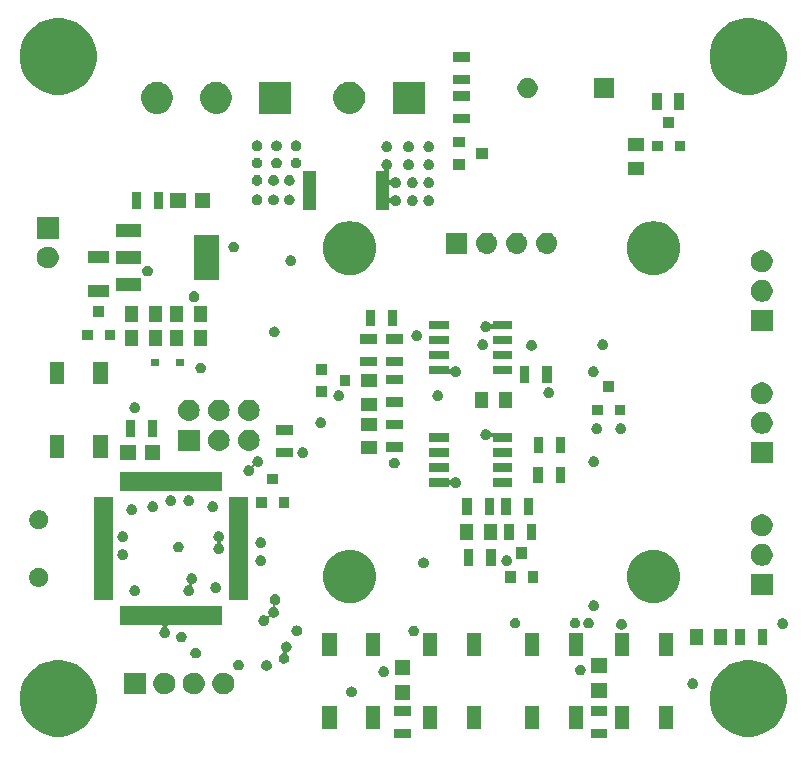
<source format=gbr>
G04 #@! TF.GenerationSoftware,KiCad,Pcbnew,(5.1.4)-1*
G04 #@! TF.CreationDate,2020-04-24T18:52:46+02:00*
G04 #@! TF.ProjectId,electronic_load,656c6563-7472-46f6-9e69-635f6c6f6164,rev?*
G04 #@! TF.SameCoordinates,Original*
G04 #@! TF.FileFunction,Soldermask,Top*
G04 #@! TF.FilePolarity,Negative*
%FSLAX46Y46*%
G04 Gerber Fmt 4.6, Leading zero omitted, Abs format (unit mm)*
G04 Created by KiCad (PCBNEW (5.1.4)-1) date 2020-04-24 18:52:46*
%MOMM*%
%LPD*%
G04 APERTURE LIST*
%ADD10C,0.100000*%
G04 APERTURE END LIST*
D10*
G36*
X97919500Y-130380500D02*
G01*
X96517500Y-130380500D01*
X96517500Y-129578500D01*
X97919500Y-129578500D01*
X97919500Y-130380500D01*
X97919500Y-130380500D01*
G37*
G36*
X81282500Y-130380500D02*
G01*
X79880500Y-130380500D01*
X79880500Y-129578500D01*
X81282500Y-129578500D01*
X81282500Y-130380500D01*
X81282500Y-130380500D01*
G37*
G36*
X51973473Y-123792418D02*
G01*
X52383282Y-123873934D01*
X52974926Y-124119001D01*
X53281192Y-124323642D01*
X53507391Y-124474783D01*
X53960217Y-124927609D01*
X54030986Y-125033523D01*
X54315999Y-125460074D01*
X54561066Y-126051718D01*
X54609845Y-126296948D01*
X54644849Y-126472921D01*
X54686000Y-126679804D01*
X54686000Y-127320196D01*
X54561066Y-127948282D01*
X54315999Y-128539926D01*
X53960216Y-129072392D01*
X53507392Y-129525216D01*
X52974926Y-129880999D01*
X52383282Y-130126066D01*
X52069239Y-130188533D01*
X51755197Y-130251000D01*
X51114803Y-130251000D01*
X50800761Y-130188533D01*
X50486718Y-130126066D01*
X49895074Y-129880999D01*
X49362608Y-129525216D01*
X48909784Y-129072392D01*
X48554001Y-128539926D01*
X48308934Y-127948282D01*
X48184000Y-127320196D01*
X48184000Y-126679804D01*
X48225152Y-126472921D01*
X48260155Y-126296948D01*
X48308934Y-126051718D01*
X48554001Y-125460074D01*
X48839014Y-125033523D01*
X48909783Y-124927609D01*
X49362609Y-124474783D01*
X49588808Y-124323642D01*
X49895074Y-124119001D01*
X50486718Y-123873934D01*
X50896527Y-123792418D01*
X51114803Y-123749000D01*
X51755197Y-123749000D01*
X51973473Y-123792418D01*
X51973473Y-123792418D01*
G37*
G36*
X110393473Y-123792418D02*
G01*
X110803282Y-123873934D01*
X111394926Y-124119001D01*
X111701192Y-124323642D01*
X111927391Y-124474783D01*
X112380217Y-124927609D01*
X112450986Y-125033523D01*
X112735999Y-125460074D01*
X112981066Y-126051718D01*
X113029845Y-126296948D01*
X113064849Y-126472921D01*
X113106000Y-126679804D01*
X113106000Y-127320196D01*
X112981066Y-127948282D01*
X112735999Y-128539926D01*
X112380216Y-129072392D01*
X111927392Y-129525216D01*
X111394926Y-129880999D01*
X110803282Y-130126066D01*
X110489239Y-130188533D01*
X110175197Y-130251000D01*
X109534803Y-130251000D01*
X109220761Y-130188533D01*
X108906718Y-130126066D01*
X108315074Y-129880999D01*
X107782608Y-129525216D01*
X107329784Y-129072392D01*
X106974001Y-128539926D01*
X106728934Y-127948282D01*
X106604000Y-127320196D01*
X106604000Y-126679804D01*
X106645152Y-126472921D01*
X106680155Y-126296948D01*
X106728934Y-126051718D01*
X106974001Y-125460074D01*
X107259014Y-125033523D01*
X107329783Y-124927609D01*
X107782609Y-124474783D01*
X108008808Y-124323642D01*
X108315074Y-124119001D01*
X108906718Y-123873934D01*
X109316527Y-123792418D01*
X109534803Y-123749000D01*
X110175197Y-123749000D01*
X110393473Y-123792418D01*
X110393473Y-123792418D01*
G37*
G36*
X75006000Y-129579000D02*
G01*
X73804000Y-129579000D01*
X73804000Y-127677000D01*
X75006000Y-127677000D01*
X75006000Y-129579000D01*
X75006000Y-129579000D01*
G37*
G36*
X87215000Y-129579000D02*
G01*
X86013000Y-129579000D01*
X86013000Y-127677000D01*
X87215000Y-127677000D01*
X87215000Y-129579000D01*
X87215000Y-129579000D01*
G37*
G36*
X83515000Y-129579000D02*
G01*
X82313000Y-129579000D01*
X82313000Y-127677000D01*
X83515000Y-127677000D01*
X83515000Y-129579000D01*
X83515000Y-129579000D01*
G37*
G36*
X95851000Y-129579000D02*
G01*
X94649000Y-129579000D01*
X94649000Y-127677000D01*
X95851000Y-127677000D01*
X95851000Y-129579000D01*
X95851000Y-129579000D01*
G37*
G36*
X92151000Y-129579000D02*
G01*
X90949000Y-129579000D01*
X90949000Y-127677000D01*
X92151000Y-127677000D01*
X92151000Y-129579000D01*
X92151000Y-129579000D01*
G37*
G36*
X103471000Y-129579000D02*
G01*
X102269000Y-129579000D01*
X102269000Y-127677000D01*
X103471000Y-127677000D01*
X103471000Y-129579000D01*
X103471000Y-129579000D01*
G37*
G36*
X99771000Y-129579000D02*
G01*
X98569000Y-129579000D01*
X98569000Y-127677000D01*
X99771000Y-127677000D01*
X99771000Y-129579000D01*
X99771000Y-129579000D01*
G37*
G36*
X78706000Y-129579000D02*
G01*
X77504000Y-129579000D01*
X77504000Y-127677000D01*
X78706000Y-127677000D01*
X78706000Y-129579000D01*
X78706000Y-129579000D01*
G37*
G36*
X81282500Y-128480500D02*
G01*
X79880500Y-128480500D01*
X79880500Y-127678500D01*
X81282500Y-127678500D01*
X81282500Y-128480500D01*
X81282500Y-128480500D01*
G37*
G36*
X97919500Y-128480500D02*
G01*
X96517500Y-128480500D01*
X96517500Y-127678500D01*
X97919500Y-127678500D01*
X97919500Y-128480500D01*
X97919500Y-128480500D01*
G37*
G36*
X81231940Y-127142440D02*
G01*
X79931060Y-127142440D01*
X79931060Y-125841560D01*
X81231940Y-125841560D01*
X81231940Y-127142440D01*
X81231940Y-127142440D01*
G37*
G36*
X97868940Y-126984960D02*
G01*
X96568060Y-126984960D01*
X96568060Y-125684080D01*
X97868940Y-125684080D01*
X97868940Y-126984960D01*
X97868940Y-126984960D01*
G37*
G36*
X76395052Y-125994831D02*
G01*
X76477127Y-126028828D01*
X76477129Y-126028829D01*
X76511384Y-126051718D01*
X76550995Y-126078185D01*
X76613815Y-126141005D01*
X76663172Y-126214873D01*
X76697169Y-126296948D01*
X76714500Y-126384079D01*
X76714500Y-126472921D01*
X76697169Y-126560052D01*
X76663172Y-126642127D01*
X76663171Y-126642129D01*
X76613814Y-126715996D01*
X76550996Y-126778814D01*
X76477129Y-126828171D01*
X76477128Y-126828172D01*
X76477127Y-126828172D01*
X76395052Y-126862169D01*
X76307921Y-126879500D01*
X76219079Y-126879500D01*
X76131948Y-126862169D01*
X76049873Y-126828172D01*
X76049872Y-126828172D01*
X76049871Y-126828171D01*
X75976004Y-126778814D01*
X75913186Y-126715996D01*
X75863829Y-126642129D01*
X75863828Y-126642127D01*
X75829831Y-126560052D01*
X75812500Y-126472921D01*
X75812500Y-126384079D01*
X75829831Y-126296948D01*
X75863828Y-126214873D01*
X75913185Y-126141005D01*
X75976005Y-126078185D01*
X76015616Y-126051718D01*
X76049871Y-126028829D01*
X76049873Y-126028828D01*
X76131948Y-125994831D01*
X76219079Y-125977500D01*
X76307921Y-125977500D01*
X76395052Y-125994831D01*
X76395052Y-125994831D01*
G37*
G36*
X63182104Y-124839585D02*
G01*
X63350626Y-124909389D01*
X63502291Y-125010728D01*
X63631272Y-125139709D01*
X63732611Y-125291374D01*
X63802415Y-125459896D01*
X63838000Y-125638797D01*
X63838000Y-125821203D01*
X63802415Y-126000104D01*
X63732611Y-126168626D01*
X63631272Y-126320291D01*
X63502291Y-126449272D01*
X63350626Y-126550611D01*
X63182104Y-126620415D01*
X63003203Y-126656000D01*
X62820797Y-126656000D01*
X62641896Y-126620415D01*
X62473374Y-126550611D01*
X62321709Y-126449272D01*
X62192728Y-126320291D01*
X62091389Y-126168626D01*
X62021585Y-126000104D01*
X61986000Y-125821203D01*
X61986000Y-125638797D01*
X62021585Y-125459896D01*
X62091389Y-125291374D01*
X62192728Y-125139709D01*
X62321709Y-125010728D01*
X62473374Y-124909389D01*
X62641896Y-124839585D01*
X62820797Y-124804000D01*
X63003203Y-124804000D01*
X63182104Y-124839585D01*
X63182104Y-124839585D01*
G37*
G36*
X65682104Y-124839585D02*
G01*
X65850626Y-124909389D01*
X66002291Y-125010728D01*
X66131272Y-125139709D01*
X66232611Y-125291374D01*
X66302415Y-125459896D01*
X66338000Y-125638797D01*
X66338000Y-125821203D01*
X66302415Y-126000104D01*
X66232611Y-126168626D01*
X66131272Y-126320291D01*
X66002291Y-126449272D01*
X65850626Y-126550611D01*
X65682104Y-126620415D01*
X65503203Y-126656000D01*
X65320797Y-126656000D01*
X65141896Y-126620415D01*
X64973374Y-126550611D01*
X64821709Y-126449272D01*
X64692728Y-126320291D01*
X64591389Y-126168626D01*
X64521585Y-126000104D01*
X64486000Y-125821203D01*
X64486000Y-125638797D01*
X64521585Y-125459896D01*
X64591389Y-125291374D01*
X64692728Y-125139709D01*
X64821709Y-125010728D01*
X64973374Y-124909389D01*
X65141896Y-124839585D01*
X65320797Y-124804000D01*
X65503203Y-124804000D01*
X65682104Y-124839585D01*
X65682104Y-124839585D01*
G37*
G36*
X60682104Y-124839585D02*
G01*
X60850626Y-124909389D01*
X61002291Y-125010728D01*
X61131272Y-125139709D01*
X61232611Y-125291374D01*
X61302415Y-125459896D01*
X61338000Y-125638797D01*
X61338000Y-125821203D01*
X61302415Y-126000104D01*
X61232611Y-126168626D01*
X61131272Y-126320291D01*
X61002291Y-126449272D01*
X60850626Y-126550611D01*
X60682104Y-126620415D01*
X60503203Y-126656000D01*
X60320797Y-126656000D01*
X60141896Y-126620415D01*
X59973374Y-126550611D01*
X59821709Y-126449272D01*
X59692728Y-126320291D01*
X59591389Y-126168626D01*
X59521585Y-126000104D01*
X59486000Y-125821203D01*
X59486000Y-125638797D01*
X59521585Y-125459896D01*
X59591389Y-125291374D01*
X59692728Y-125139709D01*
X59821709Y-125010728D01*
X59973374Y-124909389D01*
X60141896Y-124839585D01*
X60320797Y-124804000D01*
X60503203Y-124804000D01*
X60682104Y-124839585D01*
X60682104Y-124839585D01*
G37*
G36*
X58838000Y-126656000D02*
G01*
X56986000Y-126656000D01*
X56986000Y-124804000D01*
X58838000Y-124804000D01*
X58838000Y-126656000D01*
X58838000Y-126656000D01*
G37*
G36*
X105287552Y-125296331D02*
G01*
X105369627Y-125330328D01*
X105369629Y-125330329D01*
X105406813Y-125355175D01*
X105443495Y-125379685D01*
X105506315Y-125442505D01*
X105555672Y-125516373D01*
X105589669Y-125598448D01*
X105607000Y-125685579D01*
X105607000Y-125774421D01*
X105589669Y-125861552D01*
X105555672Y-125943627D01*
X105521459Y-125994831D01*
X105506314Y-126017496D01*
X105443496Y-126080314D01*
X105369629Y-126129671D01*
X105369628Y-126129672D01*
X105369627Y-126129672D01*
X105287552Y-126163669D01*
X105200421Y-126181000D01*
X105111579Y-126181000D01*
X105024448Y-126163669D01*
X104942373Y-126129672D01*
X104942372Y-126129672D01*
X104942371Y-126129671D01*
X104868504Y-126080314D01*
X104805686Y-126017496D01*
X104790542Y-125994831D01*
X104756328Y-125943627D01*
X104722331Y-125861552D01*
X104705000Y-125774421D01*
X104705000Y-125685579D01*
X104722331Y-125598448D01*
X104756328Y-125516373D01*
X104805685Y-125442505D01*
X104868505Y-125379685D01*
X104905187Y-125355175D01*
X104942371Y-125330329D01*
X104942373Y-125330328D01*
X105024448Y-125296331D01*
X105111579Y-125279000D01*
X105200421Y-125279000D01*
X105287552Y-125296331D01*
X105287552Y-125296331D01*
G37*
G36*
X79125552Y-124280331D02*
G01*
X79207627Y-124314328D01*
X79207629Y-124314329D01*
X79244813Y-124339175D01*
X79281495Y-124363685D01*
X79344315Y-124426505D01*
X79393672Y-124500373D01*
X79427669Y-124582448D01*
X79445000Y-124669579D01*
X79445000Y-124758421D01*
X79427669Y-124845552D01*
X79393680Y-124927608D01*
X79393671Y-124927629D01*
X79344314Y-125001496D01*
X79281496Y-125064314D01*
X79207629Y-125113671D01*
X79207628Y-125113672D01*
X79207627Y-125113672D01*
X79125552Y-125147669D01*
X79038421Y-125165000D01*
X78949579Y-125165000D01*
X78862448Y-125147669D01*
X78780373Y-125113672D01*
X78780372Y-125113672D01*
X78780371Y-125113671D01*
X78706504Y-125064314D01*
X78643686Y-125001496D01*
X78594329Y-124927629D01*
X78594320Y-124927608D01*
X78560331Y-124845552D01*
X78543000Y-124758421D01*
X78543000Y-124669579D01*
X78560331Y-124582448D01*
X78594328Y-124500373D01*
X78643685Y-124426505D01*
X78706505Y-124363685D01*
X78743187Y-124339175D01*
X78780371Y-124314329D01*
X78780373Y-124314328D01*
X78862448Y-124280331D01*
X78949579Y-124263000D01*
X79038421Y-124263000D01*
X79125552Y-124280331D01*
X79125552Y-124280331D01*
G37*
G36*
X81231940Y-125044400D02*
G01*
X79931060Y-125044400D01*
X79931060Y-123743520D01*
X81231940Y-123743520D01*
X81231940Y-125044400D01*
X81231940Y-125044400D01*
G37*
G36*
X95762552Y-124153331D02*
G01*
X95844627Y-124187328D01*
X95844629Y-124187329D01*
X95881813Y-124212175D01*
X95918235Y-124236511D01*
X95918496Y-124236686D01*
X95981314Y-124299504D01*
X96024200Y-124363686D01*
X96030672Y-124373373D01*
X96064669Y-124455448D01*
X96082000Y-124542579D01*
X96082000Y-124631421D01*
X96064669Y-124718552D01*
X96030672Y-124800627D01*
X96030671Y-124800629D01*
X95981314Y-124874496D01*
X95918496Y-124937314D01*
X95844629Y-124986671D01*
X95844628Y-124986672D01*
X95844627Y-124986672D01*
X95762552Y-125020669D01*
X95675421Y-125038000D01*
X95586579Y-125038000D01*
X95499448Y-125020669D01*
X95417373Y-124986672D01*
X95417372Y-124986672D01*
X95417371Y-124986671D01*
X95343504Y-124937314D01*
X95280686Y-124874496D01*
X95231329Y-124800629D01*
X95231328Y-124800627D01*
X95197331Y-124718552D01*
X95180000Y-124631421D01*
X95180000Y-124542579D01*
X95197331Y-124455448D01*
X95231328Y-124373373D01*
X95237801Y-124363686D01*
X95280686Y-124299504D01*
X95343504Y-124236686D01*
X95343766Y-124236511D01*
X95380187Y-124212175D01*
X95417371Y-124187329D01*
X95417373Y-124187328D01*
X95499448Y-124153331D01*
X95586579Y-124136000D01*
X95675421Y-124136000D01*
X95762552Y-124153331D01*
X95762552Y-124153331D01*
G37*
G36*
X97868940Y-124886920D02*
G01*
X96568060Y-124886920D01*
X96568060Y-123586040D01*
X97868940Y-123586040D01*
X97868940Y-124886920D01*
X97868940Y-124886920D01*
G37*
G36*
X69196323Y-123758421D02*
G01*
X69278398Y-123792418D01*
X69278400Y-123792419D01*
X69352267Y-123841776D01*
X69415085Y-123904594D01*
X69449022Y-123955383D01*
X69464443Y-123978463D01*
X69498440Y-124060538D01*
X69515771Y-124147669D01*
X69515771Y-124236511D01*
X69498440Y-124323642D01*
X69464443Y-124405717D01*
X69415086Y-124479585D01*
X69352266Y-124542405D01*
X69352004Y-124542580D01*
X69278400Y-124591761D01*
X69278399Y-124591762D01*
X69278398Y-124591762D01*
X69196323Y-124625759D01*
X69109192Y-124643090D01*
X69020350Y-124643090D01*
X68933219Y-124625759D01*
X68851144Y-124591762D01*
X68851143Y-124591762D01*
X68851142Y-124591761D01*
X68777538Y-124542580D01*
X68777276Y-124542405D01*
X68714456Y-124479585D01*
X68665099Y-124405717D01*
X68631102Y-124323642D01*
X68613771Y-124236511D01*
X68613771Y-124147669D01*
X68631102Y-124060538D01*
X68665099Y-123978463D01*
X68680521Y-123955383D01*
X68714457Y-123904594D01*
X68777275Y-123841776D01*
X68851142Y-123792419D01*
X68851144Y-123792418D01*
X68933219Y-123758421D01*
X69020350Y-123741090D01*
X69109192Y-123741090D01*
X69196323Y-123758421D01*
X69196323Y-123758421D01*
G37*
G36*
X66818514Y-123735341D02*
G01*
X66900589Y-123769338D01*
X66900591Y-123769339D01*
X66935131Y-123792418D01*
X66974457Y-123818695D01*
X67037277Y-123881515D01*
X67086634Y-123955383D01*
X67120631Y-124037458D01*
X67137962Y-124124589D01*
X67137962Y-124213431D01*
X67120631Y-124300562D01*
X67090472Y-124373371D01*
X67086633Y-124382639D01*
X67037276Y-124456506D01*
X66974458Y-124519324D01*
X66900591Y-124568681D01*
X66900590Y-124568682D01*
X66900589Y-124568682D01*
X66818514Y-124602679D01*
X66731383Y-124620010D01*
X66642541Y-124620010D01*
X66555410Y-124602679D01*
X66473335Y-124568682D01*
X66473334Y-124568682D01*
X66473333Y-124568681D01*
X66399466Y-124519324D01*
X66336648Y-124456506D01*
X66287291Y-124382639D01*
X66283452Y-124373371D01*
X66253293Y-124300562D01*
X66235962Y-124213431D01*
X66235962Y-124124589D01*
X66253293Y-124037458D01*
X66287290Y-123955383D01*
X66336647Y-123881515D01*
X66399467Y-123818695D01*
X66438793Y-123792418D01*
X66473333Y-123769339D01*
X66473335Y-123769338D01*
X66555410Y-123735341D01*
X66642541Y-123718010D01*
X66731383Y-123718010D01*
X66818514Y-123735341D01*
X66818514Y-123735341D01*
G37*
G36*
X70870552Y-122184831D02*
G01*
X70952627Y-122218828D01*
X70952629Y-122218829D01*
X70964362Y-122226669D01*
X71026495Y-122268185D01*
X71089315Y-122331005D01*
X71138672Y-122404873D01*
X71172669Y-122486948D01*
X71190000Y-122574079D01*
X71190000Y-122662921D01*
X71172669Y-122750052D01*
X71138672Y-122832127D01*
X71089315Y-122905995D01*
X71026495Y-122968815D01*
X70989813Y-122993325D01*
X70952629Y-123018171D01*
X70952628Y-123018172D01*
X70952627Y-123018172D01*
X70875512Y-123050114D01*
X70853901Y-123061665D01*
X70834960Y-123077210D01*
X70819414Y-123096152D01*
X70807863Y-123117763D01*
X70800750Y-123141212D01*
X70798348Y-123165598D01*
X70800750Y-123189984D01*
X70807863Y-123213433D01*
X70819414Y-123235044D01*
X70834959Y-123253986D01*
X70892413Y-123311440D01*
X70937556Y-123379000D01*
X70941771Y-123385309D01*
X70975768Y-123467384D01*
X70993099Y-123554515D01*
X70993099Y-123643357D01*
X70975768Y-123730488D01*
X70941771Y-123812563D01*
X70892414Y-123886431D01*
X70829594Y-123949251D01*
X70792912Y-123973761D01*
X70755728Y-123998607D01*
X70755727Y-123998608D01*
X70755726Y-123998608D01*
X70673651Y-124032605D01*
X70586520Y-124049936D01*
X70497678Y-124049936D01*
X70410547Y-124032605D01*
X70328472Y-123998608D01*
X70328471Y-123998608D01*
X70328470Y-123998607D01*
X70291286Y-123973761D01*
X70254604Y-123949251D01*
X70191784Y-123886431D01*
X70142427Y-123812563D01*
X70108430Y-123730488D01*
X70091099Y-123643357D01*
X70091099Y-123554515D01*
X70108430Y-123467384D01*
X70142427Y-123385309D01*
X70146643Y-123379000D01*
X70191785Y-123311440D01*
X70254603Y-123248622D01*
X70274924Y-123235044D01*
X70291286Y-123224111D01*
X70328470Y-123199265D01*
X70328472Y-123199264D01*
X70405587Y-123167322D01*
X70427198Y-123155771D01*
X70446139Y-123140226D01*
X70461685Y-123121284D01*
X70473236Y-123099673D01*
X70480349Y-123076224D01*
X70482751Y-123051838D01*
X70480349Y-123027452D01*
X70473236Y-123004003D01*
X70461685Y-122982392D01*
X70446140Y-122963450D01*
X70388685Y-122905995D01*
X70339328Y-122832127D01*
X70305331Y-122750052D01*
X70288000Y-122662921D01*
X70288000Y-122574079D01*
X70305331Y-122486948D01*
X70339328Y-122404873D01*
X70388685Y-122331005D01*
X70451505Y-122268185D01*
X70513638Y-122226669D01*
X70525371Y-122218829D01*
X70525373Y-122218828D01*
X70607448Y-122184831D01*
X70694579Y-122167500D01*
X70783421Y-122167500D01*
X70870552Y-122184831D01*
X70870552Y-122184831D01*
G37*
G36*
X63202758Y-122717856D02*
G01*
X63280485Y-122750052D01*
X63284835Y-122751854D01*
X63322019Y-122776700D01*
X63358701Y-122801210D01*
X63421521Y-122864030D01*
X63470878Y-122937898D01*
X63504875Y-123019973D01*
X63522206Y-123107104D01*
X63522206Y-123195946D01*
X63504875Y-123283077D01*
X63470878Y-123365152D01*
X63470877Y-123365154D01*
X63421520Y-123439021D01*
X63358702Y-123501839D01*
X63284835Y-123551196D01*
X63284834Y-123551197D01*
X63284833Y-123551197D01*
X63202758Y-123585194D01*
X63115627Y-123602525D01*
X63026785Y-123602525D01*
X62939654Y-123585194D01*
X62857579Y-123551197D01*
X62857578Y-123551197D01*
X62857577Y-123551196D01*
X62783710Y-123501839D01*
X62720892Y-123439021D01*
X62671535Y-123365154D01*
X62671534Y-123365152D01*
X62637537Y-123283077D01*
X62620206Y-123195946D01*
X62620206Y-123107104D01*
X62637537Y-123019973D01*
X62671534Y-122937898D01*
X62720891Y-122864030D01*
X62783711Y-122801210D01*
X62820393Y-122776700D01*
X62857577Y-122751854D01*
X62861927Y-122750052D01*
X62939654Y-122717856D01*
X63026785Y-122700525D01*
X63115627Y-122700525D01*
X63202758Y-122717856D01*
X63202758Y-122717856D01*
G37*
G36*
X99771000Y-123379000D02*
G01*
X98569000Y-123379000D01*
X98569000Y-121477000D01*
X99771000Y-121477000D01*
X99771000Y-123379000D01*
X99771000Y-123379000D01*
G37*
G36*
X103471000Y-123379000D02*
G01*
X102269000Y-123379000D01*
X102269000Y-121477000D01*
X103471000Y-121477000D01*
X103471000Y-123379000D01*
X103471000Y-123379000D01*
G37*
G36*
X92151000Y-123379000D02*
G01*
X90949000Y-123379000D01*
X90949000Y-121477000D01*
X92151000Y-121477000D01*
X92151000Y-123379000D01*
X92151000Y-123379000D01*
G37*
G36*
X95851000Y-123379000D02*
G01*
X94649000Y-123379000D01*
X94649000Y-121477000D01*
X95851000Y-121477000D01*
X95851000Y-123379000D01*
X95851000Y-123379000D01*
G37*
G36*
X87215000Y-123379000D02*
G01*
X86013000Y-123379000D01*
X86013000Y-121477000D01*
X87215000Y-121477000D01*
X87215000Y-123379000D01*
X87215000Y-123379000D01*
G37*
G36*
X75006000Y-123379000D02*
G01*
X73804000Y-123379000D01*
X73804000Y-121477000D01*
X75006000Y-121477000D01*
X75006000Y-123379000D01*
X75006000Y-123379000D01*
G37*
G36*
X78706000Y-123379000D02*
G01*
X77504000Y-123379000D01*
X77504000Y-121477000D01*
X78706000Y-121477000D01*
X78706000Y-123379000D01*
X78706000Y-123379000D01*
G37*
G36*
X83515000Y-123379000D02*
G01*
X82313000Y-123379000D01*
X82313000Y-121477000D01*
X83515000Y-121477000D01*
X83515000Y-123379000D01*
X83515000Y-123379000D01*
G37*
G36*
X109557500Y-122494000D02*
G01*
X108755500Y-122494000D01*
X108755500Y-121092000D01*
X109557500Y-121092000D01*
X109557500Y-122494000D01*
X109557500Y-122494000D01*
G37*
G36*
X111457500Y-122494000D02*
G01*
X110655500Y-122494000D01*
X110655500Y-121092000D01*
X111457500Y-121092000D01*
X111457500Y-122494000D01*
X111457500Y-122494000D01*
G37*
G36*
X108040500Y-122469000D02*
G01*
X106938500Y-122469000D01*
X106938500Y-121117000D01*
X108040500Y-121117000D01*
X108040500Y-122469000D01*
X108040500Y-122469000D01*
G37*
G36*
X106040500Y-122469000D02*
G01*
X104938500Y-122469000D01*
X104938500Y-121117000D01*
X106040500Y-121117000D01*
X106040500Y-122469000D01*
X106040500Y-122469000D01*
G37*
G36*
X61980552Y-121359331D02*
G01*
X62062627Y-121393328D01*
X62062629Y-121393329D01*
X62136496Y-121442686D01*
X62199314Y-121505504D01*
X62244077Y-121572495D01*
X62248672Y-121579373D01*
X62282669Y-121661448D01*
X62300000Y-121748579D01*
X62300000Y-121837421D01*
X62282669Y-121924552D01*
X62248672Y-122006627D01*
X62248671Y-122006629D01*
X62199314Y-122080496D01*
X62136496Y-122143314D01*
X62062629Y-122192671D01*
X62062628Y-122192672D01*
X62062627Y-122192672D01*
X61980552Y-122226669D01*
X61893421Y-122244000D01*
X61804579Y-122244000D01*
X61717448Y-122226669D01*
X61635373Y-122192672D01*
X61635372Y-122192672D01*
X61635371Y-122192671D01*
X61561504Y-122143314D01*
X61498686Y-122080496D01*
X61449329Y-122006629D01*
X61449328Y-122006627D01*
X61415331Y-121924552D01*
X61398000Y-121837421D01*
X61398000Y-121748579D01*
X61415331Y-121661448D01*
X61449328Y-121579373D01*
X61453924Y-121572495D01*
X61498686Y-121505504D01*
X61561504Y-121442686D01*
X61635371Y-121393329D01*
X61635373Y-121393328D01*
X61717448Y-121359331D01*
X61804579Y-121342000D01*
X61893421Y-121342000D01*
X61980552Y-121359331D01*
X61980552Y-121359331D01*
G37*
G36*
X65286000Y-120801000D02*
G01*
X60761420Y-120801000D01*
X60737034Y-120803402D01*
X60713585Y-120810515D01*
X60691974Y-120822066D01*
X60673032Y-120837611D01*
X60657487Y-120856553D01*
X60645936Y-120878164D01*
X60638823Y-120901613D01*
X60636421Y-120925999D01*
X60638823Y-120950385D01*
X60645936Y-120973834D01*
X60657487Y-120995445D01*
X60673032Y-121014387D01*
X60691974Y-121029932D01*
X60739494Y-121061684D01*
X60802315Y-121124505D01*
X60851672Y-121198373D01*
X60885669Y-121280448D01*
X60903000Y-121367579D01*
X60903000Y-121456421D01*
X60885669Y-121543552D01*
X60858416Y-121609345D01*
X60851671Y-121625629D01*
X60845199Y-121635315D01*
X60806857Y-121692698D01*
X60802314Y-121699496D01*
X60739496Y-121762314D01*
X60665629Y-121811671D01*
X60665628Y-121811672D01*
X60665627Y-121811672D01*
X60583552Y-121845669D01*
X60496421Y-121863000D01*
X60407579Y-121863000D01*
X60320448Y-121845669D01*
X60238373Y-121811672D01*
X60238372Y-121811672D01*
X60238371Y-121811671D01*
X60164504Y-121762314D01*
X60101686Y-121699496D01*
X60097144Y-121692698D01*
X60058801Y-121635315D01*
X60052329Y-121625629D01*
X60045584Y-121609345D01*
X60018331Y-121543552D01*
X60001000Y-121456421D01*
X60001000Y-121367579D01*
X60018331Y-121280448D01*
X60052328Y-121198373D01*
X60101685Y-121124505D01*
X60164506Y-121061684D01*
X60212026Y-121029932D01*
X60230968Y-121014386D01*
X60246513Y-120995444D01*
X60258064Y-120973834D01*
X60265177Y-120950385D01*
X60267579Y-120925998D01*
X60265177Y-120901612D01*
X60258064Y-120878163D01*
X60246513Y-120856553D01*
X60230967Y-120837611D01*
X60212025Y-120822066D01*
X60190415Y-120810515D01*
X60166966Y-120803402D01*
X60142580Y-120801000D01*
X56634000Y-120801000D01*
X56634000Y-119199000D01*
X65286000Y-119199000D01*
X65286000Y-120801000D01*
X65286000Y-120801000D01*
G37*
G36*
X81665552Y-120851331D02*
G01*
X81747627Y-120885328D01*
X81747629Y-120885329D01*
X81771998Y-120901612D01*
X81821495Y-120934685D01*
X81884315Y-120997505D01*
X81898138Y-121018193D01*
X81928622Y-121063814D01*
X81933672Y-121071373D01*
X81967669Y-121153448D01*
X81985000Y-121240579D01*
X81985000Y-121329421D01*
X81967669Y-121416552D01*
X81944429Y-121472657D01*
X81933671Y-121498629D01*
X81908825Y-121535813D01*
X81901668Y-121546525D01*
X81884314Y-121572496D01*
X81821496Y-121635314D01*
X81747629Y-121684671D01*
X81747628Y-121684672D01*
X81747627Y-121684672D01*
X81665552Y-121718669D01*
X81578421Y-121736000D01*
X81489579Y-121736000D01*
X81402448Y-121718669D01*
X81320373Y-121684672D01*
X81320372Y-121684672D01*
X81320371Y-121684671D01*
X81246504Y-121635314D01*
X81183686Y-121572496D01*
X81166333Y-121546525D01*
X81159175Y-121535813D01*
X81134329Y-121498629D01*
X81123571Y-121472657D01*
X81100331Y-121416552D01*
X81083000Y-121329421D01*
X81083000Y-121240579D01*
X81100331Y-121153448D01*
X81134328Y-121071373D01*
X81139379Y-121063814D01*
X81169862Y-121018193D01*
X81183685Y-120997505D01*
X81246505Y-120934685D01*
X81296002Y-120901612D01*
X81320371Y-120885329D01*
X81320373Y-120885328D01*
X81402448Y-120851331D01*
X81489579Y-120834000D01*
X81578421Y-120834000D01*
X81665552Y-120851331D01*
X81665552Y-120851331D01*
G37*
G36*
X71764207Y-120825361D02*
G01*
X71839510Y-120856553D01*
X71846284Y-120859359D01*
X71852671Y-120863627D01*
X71920150Y-120908715D01*
X71982970Y-120971535D01*
X72032327Y-121045403D01*
X72066324Y-121127478D01*
X72083655Y-121214609D01*
X72083655Y-121303451D01*
X72066324Y-121390582D01*
X72039052Y-121456421D01*
X72032326Y-121472659D01*
X71982969Y-121546526D01*
X71920151Y-121609344D01*
X71846284Y-121658701D01*
X71846283Y-121658702D01*
X71846282Y-121658702D01*
X71764207Y-121692699D01*
X71677076Y-121710030D01*
X71588234Y-121710030D01*
X71501103Y-121692699D01*
X71419028Y-121658702D01*
X71419027Y-121658702D01*
X71419026Y-121658701D01*
X71345159Y-121609344D01*
X71282341Y-121546526D01*
X71232984Y-121472659D01*
X71226258Y-121456421D01*
X71198986Y-121390582D01*
X71181655Y-121303451D01*
X71181655Y-121214609D01*
X71198986Y-121127478D01*
X71232983Y-121045403D01*
X71282340Y-120971535D01*
X71345160Y-120908715D01*
X71412639Y-120863627D01*
X71419026Y-120859359D01*
X71425800Y-120856553D01*
X71501103Y-120825361D01*
X71588234Y-120808030D01*
X71677076Y-120808030D01*
X71764207Y-120825361D01*
X71764207Y-120825361D01*
G37*
G36*
X99255052Y-120279831D02*
G01*
X99337127Y-120313828D01*
X99337129Y-120313829D01*
X99362864Y-120331025D01*
X99410995Y-120363185D01*
X99473815Y-120426005D01*
X99523172Y-120499873D01*
X99557169Y-120581948D01*
X99574500Y-120669079D01*
X99574500Y-120757921D01*
X99557169Y-120845052D01*
X99523639Y-120925999D01*
X99523171Y-120927129D01*
X99516244Y-120937496D01*
X99473815Y-121000995D01*
X99410995Y-121063815D01*
X99381283Y-121083668D01*
X99337129Y-121113171D01*
X99337128Y-121113172D01*
X99337127Y-121113172D01*
X99255052Y-121147169D01*
X99167921Y-121164500D01*
X99079079Y-121164500D01*
X98991948Y-121147169D01*
X98909873Y-121113172D01*
X98909872Y-121113172D01*
X98909871Y-121113171D01*
X98865717Y-121083668D01*
X98836005Y-121063815D01*
X98773185Y-121000995D01*
X98730756Y-120937496D01*
X98723829Y-120927129D01*
X98723361Y-120925999D01*
X98689831Y-120845052D01*
X98672500Y-120757921D01*
X98672500Y-120669079D01*
X98689831Y-120581948D01*
X98723828Y-120499873D01*
X98773185Y-120426005D01*
X98836005Y-120363185D01*
X98884136Y-120331025D01*
X98909871Y-120313829D01*
X98909873Y-120313828D01*
X98991948Y-120279831D01*
X99079079Y-120262500D01*
X99167921Y-120262500D01*
X99255052Y-120279831D01*
X99255052Y-120279831D01*
G37*
G36*
X112907552Y-120216331D02*
G01*
X112989627Y-120250328D01*
X112989629Y-120250329D01*
X113007844Y-120262500D01*
X113063495Y-120299685D01*
X113126315Y-120362505D01*
X113150825Y-120399187D01*
X113168745Y-120426005D01*
X113175672Y-120436373D01*
X113209669Y-120518448D01*
X113227000Y-120605579D01*
X113227000Y-120694421D01*
X113209669Y-120781552D01*
X113183547Y-120844615D01*
X113175671Y-120863629D01*
X113165959Y-120878164D01*
X113126315Y-120937495D01*
X113063495Y-121000315D01*
X113045515Y-121012329D01*
X112989629Y-121049671D01*
X112989628Y-121049672D01*
X112989627Y-121049672D01*
X112907552Y-121083669D01*
X112820421Y-121101000D01*
X112731579Y-121101000D01*
X112644448Y-121083669D01*
X112562373Y-121049672D01*
X112562372Y-121049672D01*
X112562371Y-121049671D01*
X112506485Y-121012329D01*
X112488505Y-121000315D01*
X112425685Y-120937495D01*
X112386041Y-120878164D01*
X112376329Y-120863629D01*
X112368453Y-120844615D01*
X112342331Y-120781552D01*
X112325000Y-120694421D01*
X112325000Y-120605579D01*
X112342331Y-120518448D01*
X112376328Y-120436373D01*
X112383256Y-120426005D01*
X112401175Y-120399187D01*
X112425685Y-120362505D01*
X112488505Y-120299685D01*
X112544156Y-120262500D01*
X112562371Y-120250329D01*
X112562373Y-120250328D01*
X112644448Y-120216331D01*
X112731579Y-120199000D01*
X112820421Y-120199000D01*
X112907552Y-120216331D01*
X112907552Y-120216331D01*
G37*
G36*
X95318052Y-120184852D02*
G01*
X95394048Y-120216331D01*
X95400129Y-120218850D01*
X95437020Y-120243500D01*
X95473995Y-120268206D01*
X95536815Y-120331026D01*
X95586172Y-120404894D01*
X95620169Y-120486969D01*
X95635403Y-120563558D01*
X95642516Y-120587007D01*
X95654067Y-120608617D01*
X95662195Y-120618521D01*
X95654067Y-120628424D01*
X95642516Y-120650034D01*
X95635403Y-120673484D01*
X95620169Y-120750073D01*
X95595090Y-120810618D01*
X95586171Y-120832150D01*
X95577842Y-120844615D01*
X95536815Y-120906016D01*
X95473995Y-120968836D01*
X95466515Y-120973834D01*
X95400129Y-121018192D01*
X95400128Y-121018193D01*
X95400127Y-121018193D01*
X95318052Y-121052190D01*
X95230921Y-121069521D01*
X95142079Y-121069521D01*
X95054948Y-121052190D01*
X94972873Y-121018193D01*
X94972872Y-121018193D01*
X94972871Y-121018192D01*
X94906485Y-120973834D01*
X94899005Y-120968836D01*
X94836185Y-120906016D01*
X94795158Y-120844615D01*
X94786829Y-120832150D01*
X94777910Y-120810618D01*
X94752831Y-120750073D01*
X94735500Y-120662942D01*
X94735500Y-120574100D01*
X94752831Y-120486969D01*
X94786828Y-120404894D01*
X94836185Y-120331026D01*
X94899005Y-120268206D01*
X94935980Y-120243500D01*
X94972871Y-120218850D01*
X94978952Y-120216331D01*
X95054948Y-120184852D01*
X95142079Y-120167521D01*
X95230921Y-120167521D01*
X95318052Y-120184852D01*
X95318052Y-120184852D01*
G37*
G36*
X96461052Y-120184852D02*
G01*
X96537048Y-120216331D01*
X96543129Y-120218850D01*
X96580020Y-120243500D01*
X96616995Y-120268206D01*
X96679815Y-120331026D01*
X96729172Y-120404894D01*
X96763169Y-120486969D01*
X96780500Y-120574100D01*
X96780500Y-120662942D01*
X96763169Y-120750073D01*
X96738090Y-120810618D01*
X96729171Y-120832150D01*
X96720842Y-120844615D01*
X96679815Y-120906016D01*
X96616995Y-120968836D01*
X96609515Y-120973834D01*
X96543129Y-121018192D01*
X96543128Y-121018193D01*
X96543127Y-121018193D01*
X96461052Y-121052190D01*
X96373921Y-121069521D01*
X96285079Y-121069521D01*
X96197948Y-121052190D01*
X96115873Y-121018193D01*
X96115872Y-121018193D01*
X96115871Y-121018192D01*
X96049485Y-120973834D01*
X96042005Y-120968836D01*
X95979185Y-120906016D01*
X95938158Y-120844615D01*
X95929829Y-120832150D01*
X95920910Y-120810618D01*
X95895831Y-120750073D01*
X95880597Y-120673484D01*
X95873484Y-120650035D01*
X95861933Y-120628425D01*
X95853805Y-120618521D01*
X95861933Y-120608618D01*
X95873484Y-120587008D01*
X95880597Y-120563558D01*
X95895831Y-120486969D01*
X95929828Y-120404894D01*
X95979185Y-120331026D01*
X96042005Y-120268206D01*
X96078980Y-120243500D01*
X96115871Y-120218850D01*
X96121952Y-120216331D01*
X96197948Y-120184852D01*
X96285079Y-120167521D01*
X96373921Y-120167521D01*
X96461052Y-120184852D01*
X96461052Y-120184852D01*
G37*
G36*
X90244867Y-120184852D02*
G01*
X90320863Y-120216331D01*
X90326944Y-120218850D01*
X90363835Y-120243500D01*
X90400810Y-120268206D01*
X90463630Y-120331026D01*
X90512987Y-120404894D01*
X90546984Y-120486969D01*
X90564315Y-120574100D01*
X90564315Y-120662942D01*
X90546984Y-120750073D01*
X90521905Y-120810618D01*
X90512986Y-120832150D01*
X90504657Y-120844615D01*
X90463630Y-120906016D01*
X90400810Y-120968836D01*
X90393330Y-120973834D01*
X90326944Y-121018192D01*
X90326943Y-121018193D01*
X90326942Y-121018193D01*
X90244867Y-121052190D01*
X90157736Y-121069521D01*
X90068894Y-121069521D01*
X89981763Y-121052190D01*
X89899688Y-121018193D01*
X89899687Y-121018193D01*
X89899686Y-121018192D01*
X89833300Y-120973834D01*
X89825820Y-120968836D01*
X89763000Y-120906016D01*
X89721973Y-120844615D01*
X89713644Y-120832150D01*
X89704725Y-120810618D01*
X89679646Y-120750073D01*
X89662315Y-120662942D01*
X89662315Y-120574100D01*
X89679646Y-120486969D01*
X89713643Y-120404894D01*
X89763000Y-120331026D01*
X89825820Y-120268206D01*
X89862795Y-120243500D01*
X89899686Y-120218850D01*
X89905767Y-120216331D01*
X89981763Y-120184852D01*
X90068894Y-120167521D01*
X90157736Y-120167521D01*
X90244867Y-120184852D01*
X90244867Y-120184852D01*
G37*
G36*
X69918052Y-118184331D02*
G01*
X70000127Y-118218328D01*
X70000129Y-118218329D01*
X70037313Y-118243175D01*
X70073995Y-118267685D01*
X70136815Y-118330505D01*
X70186172Y-118404373D01*
X70220169Y-118486448D01*
X70237500Y-118573579D01*
X70237500Y-118662421D01*
X70220169Y-118749552D01*
X70186172Y-118831627D01*
X70186171Y-118831629D01*
X70136814Y-118905496D01*
X70073996Y-118968314D01*
X70000129Y-119017671D01*
X70000128Y-119017672D01*
X70000127Y-119017672D01*
X69918055Y-119051668D01*
X69901627Y-119054935D01*
X69890366Y-119057175D01*
X69866921Y-119064287D01*
X69845310Y-119075838D01*
X69826368Y-119091383D01*
X69810822Y-119110325D01*
X69799271Y-119131935D01*
X69792157Y-119155384D01*
X69789755Y-119179770D01*
X69792156Y-119204156D01*
X69799269Y-119227605D01*
X69810820Y-119249216D01*
X69826365Y-119268158D01*
X69845307Y-119283704D01*
X69866916Y-119295255D01*
X69873127Y-119297828D01*
X69873129Y-119297829D01*
X69910313Y-119322675D01*
X69946995Y-119347185D01*
X70009815Y-119410005D01*
X70034325Y-119446687D01*
X70054122Y-119476314D01*
X70059172Y-119483873D01*
X70093169Y-119565948D01*
X70110500Y-119653079D01*
X70110500Y-119741921D01*
X70093169Y-119829052D01*
X70059172Y-119911127D01*
X70026105Y-119960616D01*
X70009814Y-119984996D01*
X69946996Y-120047814D01*
X69873129Y-120097171D01*
X69873128Y-120097172D01*
X69873127Y-120097172D01*
X69791052Y-120131169D01*
X69703921Y-120148500D01*
X69615079Y-120148500D01*
X69527948Y-120131169D01*
X69445870Y-120097171D01*
X69437730Y-120091732D01*
X69416120Y-120080181D01*
X69392671Y-120073068D01*
X69368284Y-120070666D01*
X69343898Y-120073068D01*
X69320449Y-120080181D01*
X69298839Y-120091732D01*
X69279897Y-120107278D01*
X69264352Y-120126220D01*
X69252801Y-120147830D01*
X69245688Y-120171279D01*
X69243286Y-120195666D01*
X69245688Y-120220052D01*
X69252801Y-120243500D01*
X69267669Y-120279394D01*
X69285000Y-120366525D01*
X69285000Y-120455367D01*
X69267669Y-120542498D01*
X69233672Y-120624573D01*
X69187002Y-120694420D01*
X69184314Y-120698442D01*
X69121496Y-120761260D01*
X69047629Y-120810617D01*
X69047628Y-120810618D01*
X69047627Y-120810618D01*
X68965552Y-120844615D01*
X68878421Y-120861946D01*
X68789579Y-120861946D01*
X68702448Y-120844615D01*
X68620373Y-120810618D01*
X68620372Y-120810618D01*
X68620371Y-120810617D01*
X68546504Y-120761260D01*
X68483686Y-120698442D01*
X68480999Y-120694420D01*
X68434328Y-120624573D01*
X68400331Y-120542498D01*
X68383000Y-120455367D01*
X68383000Y-120366525D01*
X68400331Y-120279394D01*
X68434328Y-120197319D01*
X68442658Y-120184853D01*
X68466948Y-120148500D01*
X68483685Y-120123451D01*
X68546505Y-120060631D01*
X68612231Y-120016714D01*
X68620371Y-120011275D01*
X68620373Y-120011274D01*
X68702448Y-119977277D01*
X68789579Y-119959946D01*
X68878421Y-119959946D01*
X68965552Y-119977277D01*
X69047630Y-120011275D01*
X69055770Y-120016714D01*
X69077380Y-120028265D01*
X69100829Y-120035378D01*
X69125216Y-120037780D01*
X69149602Y-120035378D01*
X69173051Y-120028265D01*
X69194661Y-120016714D01*
X69213603Y-120001168D01*
X69229148Y-119982226D01*
X69240699Y-119960616D01*
X69247812Y-119937167D01*
X69250214Y-119912780D01*
X69247812Y-119888394D01*
X69240699Y-119864946D01*
X69225831Y-119829052D01*
X69208500Y-119741921D01*
X69208500Y-119653079D01*
X69225831Y-119565948D01*
X69259828Y-119483873D01*
X69264879Y-119476314D01*
X69284675Y-119446687D01*
X69309185Y-119410005D01*
X69372005Y-119347185D01*
X69408687Y-119322675D01*
X69445871Y-119297829D01*
X69452085Y-119295255D01*
X69527945Y-119263832D01*
X69544373Y-119260565D01*
X69555634Y-119258325D01*
X69579079Y-119251213D01*
X69600690Y-119239662D01*
X69619632Y-119224117D01*
X69635178Y-119205175D01*
X69646729Y-119183565D01*
X69653843Y-119160116D01*
X69656245Y-119135730D01*
X69653844Y-119111344D01*
X69646731Y-119087895D01*
X69635180Y-119066284D01*
X69619635Y-119047342D01*
X69600693Y-119031796D01*
X69579084Y-119020245D01*
X69572873Y-119017672D01*
X69572872Y-119017672D01*
X69572871Y-119017671D01*
X69499004Y-118968314D01*
X69436186Y-118905496D01*
X69386829Y-118831629D01*
X69386828Y-118831627D01*
X69352831Y-118749552D01*
X69335500Y-118662421D01*
X69335500Y-118573579D01*
X69352831Y-118486448D01*
X69386828Y-118404373D01*
X69436185Y-118330505D01*
X69499005Y-118267685D01*
X69535687Y-118243175D01*
X69572871Y-118218329D01*
X69572873Y-118218328D01*
X69654948Y-118184331D01*
X69742079Y-118167000D01*
X69830921Y-118167000D01*
X69918052Y-118184331D01*
X69918052Y-118184331D01*
G37*
G36*
X96905552Y-118692331D02*
G01*
X96987627Y-118726328D01*
X96987629Y-118726329D01*
X97061496Y-118775686D01*
X97124314Y-118838504D01*
X97169077Y-118905495D01*
X97173672Y-118912373D01*
X97207669Y-118994448D01*
X97225000Y-119081579D01*
X97225000Y-119170421D01*
X97207669Y-119257552D01*
X97173672Y-119339627D01*
X97173671Y-119339629D01*
X97148825Y-119376813D01*
X97124315Y-119413495D01*
X97061495Y-119476315D01*
X97024813Y-119500825D01*
X96987629Y-119525671D01*
X96987628Y-119525672D01*
X96987627Y-119525672D01*
X96905552Y-119559669D01*
X96818421Y-119577000D01*
X96729579Y-119577000D01*
X96642448Y-119559669D01*
X96560373Y-119525672D01*
X96560372Y-119525672D01*
X96560371Y-119525671D01*
X96523187Y-119500825D01*
X96486505Y-119476315D01*
X96423685Y-119413495D01*
X96399175Y-119376813D01*
X96374329Y-119339629D01*
X96374328Y-119339627D01*
X96340331Y-119257552D01*
X96323000Y-119170421D01*
X96323000Y-119081579D01*
X96340331Y-118994448D01*
X96374328Y-118912373D01*
X96378924Y-118905495D01*
X96423686Y-118838504D01*
X96486504Y-118775686D01*
X96560371Y-118726329D01*
X96560373Y-118726328D01*
X96642448Y-118692331D01*
X96729579Y-118675000D01*
X96818421Y-118675000D01*
X96905552Y-118692331D01*
X96905552Y-118692331D01*
G37*
G36*
X102105880Y-114427776D02*
G01*
X102486593Y-114503504D01*
X102896249Y-114673189D01*
X103264929Y-114919534D01*
X103578466Y-115233071D01*
X103824811Y-115601751D01*
X103994496Y-116011407D01*
X104081000Y-116446296D01*
X104081000Y-116889704D01*
X103994496Y-117324593D01*
X103824811Y-117734249D01*
X103578466Y-118102929D01*
X103264929Y-118416466D01*
X102896249Y-118662811D01*
X102486593Y-118832496D01*
X102119599Y-118905495D01*
X102051705Y-118919000D01*
X101608295Y-118919000D01*
X101540401Y-118905495D01*
X101173407Y-118832496D01*
X100763751Y-118662811D01*
X100395071Y-118416466D01*
X100081534Y-118102929D01*
X99835189Y-117734249D01*
X99665504Y-117324593D01*
X99579000Y-116889704D01*
X99579000Y-116446296D01*
X99665504Y-116011407D01*
X99835189Y-115601751D01*
X100081534Y-115233071D01*
X100395071Y-114919534D01*
X100763751Y-114673189D01*
X101173407Y-114503504D01*
X101554120Y-114427776D01*
X101608295Y-114417000D01*
X102051705Y-114417000D01*
X102105880Y-114427776D01*
X102105880Y-114427776D01*
G37*
G36*
X76395880Y-114427776D02*
G01*
X76776593Y-114503504D01*
X77186249Y-114673189D01*
X77554929Y-114919534D01*
X77868466Y-115233071D01*
X78114811Y-115601751D01*
X78284496Y-116011407D01*
X78371000Y-116446296D01*
X78371000Y-116889704D01*
X78284496Y-117324593D01*
X78114811Y-117734249D01*
X77868466Y-118102929D01*
X77554929Y-118416466D01*
X77186249Y-118662811D01*
X76776593Y-118832496D01*
X76409599Y-118905495D01*
X76341705Y-118919000D01*
X75898295Y-118919000D01*
X75830401Y-118905495D01*
X75463407Y-118832496D01*
X75053751Y-118662811D01*
X74685071Y-118416466D01*
X74371534Y-118102929D01*
X74125189Y-117734249D01*
X73955504Y-117324593D01*
X73869000Y-116889704D01*
X73869000Y-116446296D01*
X73955504Y-116011407D01*
X74125189Y-115601751D01*
X74371534Y-115233071D01*
X74685071Y-114919534D01*
X75053751Y-114673189D01*
X75463407Y-114503504D01*
X75844120Y-114427776D01*
X75898295Y-114417000D01*
X76341705Y-114417000D01*
X76395880Y-114427776D01*
X76395880Y-114427776D01*
G37*
G36*
X56061000Y-118626000D02*
G01*
X54459000Y-118626000D01*
X54459000Y-109974000D01*
X56061000Y-109974000D01*
X56061000Y-118626000D01*
X56061000Y-118626000D01*
G37*
G36*
X67461000Y-118626000D02*
G01*
X65859000Y-118626000D01*
X65859000Y-109974000D01*
X67461000Y-109974000D01*
X67461000Y-118626000D01*
X67461000Y-118626000D01*
G37*
G36*
X58043552Y-117422331D02*
G01*
X58125627Y-117456328D01*
X58125629Y-117456329D01*
X58146759Y-117470448D01*
X58199495Y-117505685D01*
X58262315Y-117568505D01*
X58311672Y-117642373D01*
X58345669Y-117724448D01*
X58363000Y-117811579D01*
X58363000Y-117900421D01*
X58345669Y-117987552D01*
X58325738Y-118035668D01*
X58311671Y-118069629D01*
X58262314Y-118143496D01*
X58199496Y-118206314D01*
X58125629Y-118255671D01*
X58125628Y-118255672D01*
X58125627Y-118255672D01*
X58043552Y-118289669D01*
X57956421Y-118307000D01*
X57867579Y-118307000D01*
X57780448Y-118289669D01*
X57698373Y-118255672D01*
X57698372Y-118255672D01*
X57698371Y-118255671D01*
X57624504Y-118206314D01*
X57561686Y-118143496D01*
X57512329Y-118069629D01*
X57498262Y-118035668D01*
X57478331Y-117987552D01*
X57461000Y-117900421D01*
X57461000Y-117811579D01*
X57478331Y-117724448D01*
X57512328Y-117642373D01*
X57561685Y-117568505D01*
X57624505Y-117505685D01*
X57677241Y-117470448D01*
X57698371Y-117456329D01*
X57698373Y-117456328D01*
X57780448Y-117422331D01*
X57867579Y-117405000D01*
X57956421Y-117405000D01*
X58043552Y-117422331D01*
X58043552Y-117422331D01*
G37*
G36*
X62869552Y-116406331D02*
G01*
X62951627Y-116440328D01*
X62951629Y-116440329D01*
X62960559Y-116446296D01*
X63025495Y-116489685D01*
X63088315Y-116552505D01*
X63137672Y-116626373D01*
X63171669Y-116708448D01*
X63189000Y-116795579D01*
X63189000Y-116884421D01*
X63171669Y-116971552D01*
X63137672Y-117053627D01*
X63088315Y-117127495D01*
X63025495Y-117190315D01*
X63008061Y-117201964D01*
X62951629Y-117239671D01*
X62951628Y-117239672D01*
X62951627Y-117239672D01*
X62869552Y-117273669D01*
X62822385Y-117283051D01*
X62798937Y-117290164D01*
X62777326Y-117301715D01*
X62758384Y-117317261D01*
X62742839Y-117336203D01*
X62731288Y-117357813D01*
X62724175Y-117381262D01*
X62721773Y-117405648D01*
X62724175Y-117430035D01*
X62731288Y-117453483D01*
X62742839Y-117475094D01*
X62758385Y-117494036D01*
X62766534Y-117500724D01*
X62834315Y-117568505D01*
X62883672Y-117642373D01*
X62917669Y-117724448D01*
X62935000Y-117811579D01*
X62935000Y-117900421D01*
X62917669Y-117987552D01*
X62897738Y-118035668D01*
X62883671Y-118069629D01*
X62834314Y-118143496D01*
X62771496Y-118206314D01*
X62697629Y-118255671D01*
X62697628Y-118255672D01*
X62697627Y-118255672D01*
X62615552Y-118289669D01*
X62528421Y-118307000D01*
X62439579Y-118307000D01*
X62352448Y-118289669D01*
X62270373Y-118255672D01*
X62270372Y-118255672D01*
X62270371Y-118255671D01*
X62196504Y-118206314D01*
X62133686Y-118143496D01*
X62084329Y-118069629D01*
X62070262Y-118035668D01*
X62050331Y-117987552D01*
X62033000Y-117900421D01*
X62033000Y-117811579D01*
X62050331Y-117724448D01*
X62084328Y-117642373D01*
X62133685Y-117568505D01*
X62196505Y-117505685D01*
X62249241Y-117470448D01*
X62270371Y-117456329D01*
X62270373Y-117456328D01*
X62352448Y-117422331D01*
X62399615Y-117412949D01*
X62423063Y-117405836D01*
X62444674Y-117394285D01*
X62463616Y-117378739D01*
X62479161Y-117359797D01*
X62490712Y-117338187D01*
X62497825Y-117314738D01*
X62500227Y-117290352D01*
X62497825Y-117265965D01*
X62490712Y-117242517D01*
X62479161Y-117220906D01*
X62463615Y-117201964D01*
X62455466Y-117195276D01*
X62387685Y-117127495D01*
X62338328Y-117053627D01*
X62304331Y-116971552D01*
X62287000Y-116884421D01*
X62287000Y-116795579D01*
X62304331Y-116708448D01*
X62338328Y-116626373D01*
X62387685Y-116552505D01*
X62450505Y-116489685D01*
X62515441Y-116446296D01*
X62524371Y-116440329D01*
X62524373Y-116440328D01*
X62606448Y-116406331D01*
X62693579Y-116389000D01*
X62782421Y-116389000D01*
X62869552Y-116406331D01*
X62869552Y-116406331D01*
G37*
G36*
X111924000Y-118274000D02*
G01*
X110072000Y-118274000D01*
X110072000Y-116422000D01*
X111924000Y-116422000D01*
X111924000Y-118274000D01*
X111924000Y-118274000D01*
G37*
G36*
X64901552Y-117168331D02*
G01*
X64973178Y-117198000D01*
X64983629Y-117202329D01*
X65011431Y-117220906D01*
X65057495Y-117251685D01*
X65120315Y-117314505D01*
X65134813Y-117336203D01*
X65153093Y-117363560D01*
X65169672Y-117388373D01*
X65203669Y-117470448D01*
X65221000Y-117557579D01*
X65221000Y-117646421D01*
X65203669Y-117733552D01*
X65171349Y-117811579D01*
X65169671Y-117815629D01*
X65120314Y-117889496D01*
X65057496Y-117952314D01*
X64983629Y-118001671D01*
X64983628Y-118001672D01*
X64983627Y-118001672D01*
X64901552Y-118035669D01*
X64814421Y-118053000D01*
X64725579Y-118053000D01*
X64638448Y-118035669D01*
X64556373Y-118001672D01*
X64556372Y-118001672D01*
X64556371Y-118001671D01*
X64482504Y-117952314D01*
X64419686Y-117889496D01*
X64370329Y-117815629D01*
X64368651Y-117811579D01*
X64336331Y-117733552D01*
X64319000Y-117646421D01*
X64319000Y-117557579D01*
X64336331Y-117470448D01*
X64370328Y-117388373D01*
X64386908Y-117363560D01*
X64405187Y-117336203D01*
X64419685Y-117314505D01*
X64482505Y-117251685D01*
X64528569Y-117220906D01*
X64556371Y-117202329D01*
X64566822Y-117198000D01*
X64638448Y-117168331D01*
X64725579Y-117151000D01*
X64814421Y-117151000D01*
X64901552Y-117168331D01*
X64901552Y-117168331D01*
G37*
G36*
X50017809Y-115970174D02*
G01*
X50163686Y-116030598D01*
X50294971Y-116118320D01*
X50406620Y-116229969D01*
X50494342Y-116361254D01*
X50554766Y-116507131D01*
X50585570Y-116661991D01*
X50585570Y-116819889D01*
X50571683Y-116889704D01*
X50554766Y-116974749D01*
X50494342Y-117120626D01*
X50406620Y-117251911D01*
X50294971Y-117363560D01*
X50163686Y-117451282D01*
X50163685Y-117451283D01*
X50163684Y-117451283D01*
X50120957Y-117468981D01*
X50017809Y-117511706D01*
X49940378Y-117527108D01*
X49862949Y-117542510D01*
X49705051Y-117542510D01*
X49627622Y-117527108D01*
X49550191Y-117511706D01*
X49447043Y-117468981D01*
X49404316Y-117451283D01*
X49404315Y-117451283D01*
X49404314Y-117451282D01*
X49273029Y-117363560D01*
X49161380Y-117251911D01*
X49073658Y-117120626D01*
X49013234Y-116974749D01*
X48996317Y-116889704D01*
X48982430Y-116819889D01*
X48982430Y-116661991D01*
X48997832Y-116584562D01*
X49013234Y-116507131D01*
X49073658Y-116361254D01*
X49161380Y-116229969D01*
X49273029Y-116118320D01*
X49404314Y-116030598D01*
X49550191Y-115970174D01*
X49705051Y-115939370D01*
X49862949Y-115939370D01*
X50017809Y-115970174D01*
X50017809Y-115970174D01*
G37*
G36*
X90179000Y-117198000D02*
G01*
X89277000Y-117198000D01*
X89277000Y-116196000D01*
X90179000Y-116196000D01*
X90179000Y-117198000D01*
X90179000Y-117198000D01*
G37*
G36*
X92079000Y-117198000D02*
G01*
X91177000Y-117198000D01*
X91177000Y-116196000D01*
X92079000Y-116196000D01*
X92079000Y-117198000D01*
X92079000Y-117198000D01*
G37*
G36*
X82491052Y-115072831D02*
G01*
X82573127Y-115106828D01*
X82573129Y-115106829D01*
X82590003Y-115118104D01*
X82646995Y-115156185D01*
X82709815Y-115219005D01*
X82734325Y-115255687D01*
X82754998Y-115286625D01*
X82759172Y-115292873D01*
X82793169Y-115374948D01*
X82810500Y-115462079D01*
X82810500Y-115550921D01*
X82793169Y-115638052D01*
X82761018Y-115715671D01*
X82759171Y-115720129D01*
X82709814Y-115793996D01*
X82646996Y-115856814D01*
X82573129Y-115906171D01*
X82573128Y-115906172D01*
X82573127Y-115906172D01*
X82491052Y-115940169D01*
X82403921Y-115957500D01*
X82315079Y-115957500D01*
X82227948Y-115940169D01*
X82145873Y-115906172D01*
X82145872Y-115906172D01*
X82145871Y-115906171D01*
X82072004Y-115856814D01*
X82009186Y-115793996D01*
X81959829Y-115720129D01*
X81957982Y-115715671D01*
X81925831Y-115638052D01*
X81908500Y-115550921D01*
X81908500Y-115462079D01*
X81925831Y-115374948D01*
X81959828Y-115292873D01*
X81964003Y-115286625D01*
X81984675Y-115255687D01*
X82009185Y-115219005D01*
X82072005Y-115156185D01*
X82128997Y-115118104D01*
X82145871Y-115106829D01*
X82145873Y-115106828D01*
X82227948Y-115072831D01*
X82315079Y-115055500D01*
X82403921Y-115055500D01*
X82491052Y-115072831D01*
X82491052Y-115072831D01*
G37*
G36*
X111268104Y-113957585D02*
G01*
X111436626Y-114027389D01*
X111588291Y-114128728D01*
X111717272Y-114257709D01*
X111818611Y-114409374D01*
X111888415Y-114577896D01*
X111924000Y-114756797D01*
X111924000Y-114939203D01*
X111888415Y-115118104D01*
X111818611Y-115286626D01*
X111717272Y-115438291D01*
X111588291Y-115567272D01*
X111436626Y-115668611D01*
X111268104Y-115738415D01*
X111089203Y-115774000D01*
X110906797Y-115774000D01*
X110727896Y-115738415D01*
X110559374Y-115668611D01*
X110407709Y-115567272D01*
X110278728Y-115438291D01*
X110177389Y-115286626D01*
X110107585Y-115118104D01*
X110072000Y-114939203D01*
X110072000Y-114756797D01*
X110107585Y-114577896D01*
X110177389Y-114409374D01*
X110278728Y-114257709D01*
X110407709Y-114128728D01*
X110559374Y-114027389D01*
X110727896Y-113957585D01*
X110906797Y-113922000D01*
X111089203Y-113922000D01*
X111268104Y-113957585D01*
X111268104Y-113957585D01*
G37*
G36*
X89539552Y-114882331D02*
G01*
X89621627Y-114916328D01*
X89621629Y-114916329D01*
X89695496Y-114965686D01*
X89758314Y-115028504D01*
X89803077Y-115095495D01*
X89807672Y-115102373D01*
X89841669Y-115184448D01*
X89859000Y-115271579D01*
X89859000Y-115360421D01*
X89841669Y-115447552D01*
X89807672Y-115529627D01*
X89807671Y-115529629D01*
X89793444Y-115550921D01*
X89758315Y-115603495D01*
X89695495Y-115666315D01*
X89658813Y-115690825D01*
X89621629Y-115715671D01*
X89621628Y-115715672D01*
X89621627Y-115715672D01*
X89539552Y-115749669D01*
X89452421Y-115767000D01*
X89363579Y-115767000D01*
X89276448Y-115749669D01*
X89194373Y-115715672D01*
X89194372Y-115715672D01*
X89194371Y-115715671D01*
X89157187Y-115690825D01*
X89120505Y-115666315D01*
X89057685Y-115603495D01*
X89022556Y-115550921D01*
X89008329Y-115529629D01*
X89008328Y-115529627D01*
X88974331Y-115447552D01*
X88957000Y-115360421D01*
X88957000Y-115271579D01*
X88974331Y-115184448D01*
X89008328Y-115102373D01*
X89012924Y-115095495D01*
X89057686Y-115028504D01*
X89120504Y-114965686D01*
X89194371Y-114916329D01*
X89194373Y-114916328D01*
X89276448Y-114882331D01*
X89363579Y-114865000D01*
X89452421Y-114865000D01*
X89539552Y-114882331D01*
X89539552Y-114882331D01*
G37*
G36*
X68711552Y-114882331D02*
G01*
X68793627Y-114916328D01*
X68793629Y-114916329D01*
X68867496Y-114965686D01*
X68930314Y-115028504D01*
X68975077Y-115095495D01*
X68979672Y-115102373D01*
X69013669Y-115184448D01*
X69031000Y-115271579D01*
X69031000Y-115360421D01*
X69013669Y-115447552D01*
X68979672Y-115529627D01*
X68979671Y-115529629D01*
X68965444Y-115550921D01*
X68930315Y-115603495D01*
X68867495Y-115666315D01*
X68830813Y-115690825D01*
X68793629Y-115715671D01*
X68793628Y-115715672D01*
X68793627Y-115715672D01*
X68711552Y-115749669D01*
X68624421Y-115767000D01*
X68535579Y-115767000D01*
X68448448Y-115749669D01*
X68366373Y-115715672D01*
X68366372Y-115715672D01*
X68366371Y-115715671D01*
X68329187Y-115690825D01*
X68292505Y-115666315D01*
X68229685Y-115603495D01*
X68194556Y-115550921D01*
X68180329Y-115529629D01*
X68180328Y-115529627D01*
X68146331Y-115447552D01*
X68129000Y-115360421D01*
X68129000Y-115271579D01*
X68146331Y-115184448D01*
X68180328Y-115102373D01*
X68184924Y-115095495D01*
X68229686Y-115028504D01*
X68292504Y-114965686D01*
X68366371Y-114916329D01*
X68366373Y-114916328D01*
X68448448Y-114882331D01*
X68535579Y-114865000D01*
X68624421Y-114865000D01*
X68711552Y-114882331D01*
X68711552Y-114882331D01*
G37*
G36*
X86573000Y-115763000D02*
G01*
X85771000Y-115763000D01*
X85771000Y-114361000D01*
X86573000Y-114361000D01*
X86573000Y-115763000D01*
X86573000Y-115763000D01*
G37*
G36*
X88473000Y-115763000D02*
G01*
X87671000Y-115763000D01*
X87671000Y-114361000D01*
X88473000Y-114361000D01*
X88473000Y-115763000D01*
X88473000Y-115763000D01*
G37*
G36*
X57027552Y-114374331D02*
G01*
X57109627Y-114408328D01*
X57109629Y-114408329D01*
X57111194Y-114409375D01*
X57183495Y-114457685D01*
X57246315Y-114520505D01*
X57270825Y-114557187D01*
X57291077Y-114587495D01*
X57295672Y-114594373D01*
X57329669Y-114676448D01*
X57347000Y-114763579D01*
X57347000Y-114852421D01*
X57329669Y-114939552D01*
X57295672Y-115021627D01*
X57295671Y-115021629D01*
X57273039Y-115055500D01*
X57261459Y-115072831D01*
X57246314Y-115095496D01*
X57183496Y-115158314D01*
X57109629Y-115207671D01*
X57109628Y-115207672D01*
X57109627Y-115207672D01*
X57027552Y-115241669D01*
X56940421Y-115259000D01*
X56851579Y-115259000D01*
X56764448Y-115241669D01*
X56682373Y-115207672D01*
X56682372Y-115207672D01*
X56682371Y-115207671D01*
X56608504Y-115158314D01*
X56545686Y-115095496D01*
X56530542Y-115072831D01*
X56518961Y-115055500D01*
X56496329Y-115021629D01*
X56496328Y-115021627D01*
X56462331Y-114939552D01*
X56445000Y-114852421D01*
X56445000Y-114763579D01*
X56462331Y-114676448D01*
X56496328Y-114594373D01*
X56500924Y-114587495D01*
X56521175Y-114557187D01*
X56545685Y-114520505D01*
X56608505Y-114457685D01*
X56680806Y-114409375D01*
X56682371Y-114408329D01*
X56682373Y-114408328D01*
X56764448Y-114374331D01*
X56851579Y-114357000D01*
X56940421Y-114357000D01*
X57027552Y-114374331D01*
X57027552Y-114374331D01*
G37*
G36*
X91129000Y-115198000D02*
G01*
X90227000Y-115198000D01*
X90227000Y-114196000D01*
X91129000Y-114196000D01*
X91129000Y-115198000D01*
X91129000Y-115198000D01*
G37*
G36*
X65155552Y-112850331D02*
G01*
X65237627Y-112884328D01*
X65237629Y-112884329D01*
X65311496Y-112933686D01*
X65374314Y-112996504D01*
X65421600Y-113067271D01*
X65423672Y-113070373D01*
X65457669Y-113152448D01*
X65475000Y-113239579D01*
X65475000Y-113328421D01*
X65457669Y-113415552D01*
X65423672Y-113497627D01*
X65423671Y-113497629D01*
X65398825Y-113534813D01*
X65374315Y-113571495D01*
X65311494Y-113634316D01*
X65231050Y-113688067D01*
X65212108Y-113703613D01*
X65196563Y-113722554D01*
X65185012Y-113744165D01*
X65177899Y-113767614D01*
X65175497Y-113792000D01*
X65177899Y-113816386D01*
X65185012Y-113839835D01*
X65196563Y-113861446D01*
X65212109Y-113880388D01*
X65231050Y-113895933D01*
X65311494Y-113949684D01*
X65374314Y-114012504D01*
X65419077Y-114079495D01*
X65423672Y-114086373D01*
X65457669Y-114168448D01*
X65475000Y-114255579D01*
X65475000Y-114344421D01*
X65457669Y-114431552D01*
X65423672Y-114513627D01*
X65423671Y-114513629D01*
X65374314Y-114587496D01*
X65311496Y-114650314D01*
X65237629Y-114699671D01*
X65237628Y-114699672D01*
X65237627Y-114699672D01*
X65155552Y-114733669D01*
X65068421Y-114751000D01*
X64979579Y-114751000D01*
X64892448Y-114733669D01*
X64810373Y-114699672D01*
X64810372Y-114699672D01*
X64810371Y-114699671D01*
X64736504Y-114650314D01*
X64673686Y-114587496D01*
X64624329Y-114513629D01*
X64624328Y-114513627D01*
X64590331Y-114431552D01*
X64573000Y-114344421D01*
X64573000Y-114255579D01*
X64590331Y-114168448D01*
X64624328Y-114086373D01*
X64628924Y-114079495D01*
X64673686Y-114012504D01*
X64736506Y-113949684D01*
X64816950Y-113895933D01*
X64835892Y-113880387D01*
X64851437Y-113861446D01*
X64862988Y-113839835D01*
X64870101Y-113816386D01*
X64872503Y-113792000D01*
X64870101Y-113767614D01*
X64862988Y-113744165D01*
X64851437Y-113722554D01*
X64835891Y-113703612D01*
X64816950Y-113688067D01*
X64736506Y-113634316D01*
X64673685Y-113571495D01*
X64649175Y-113534813D01*
X64624329Y-113497629D01*
X64624328Y-113497627D01*
X64590331Y-113415552D01*
X64573000Y-113328421D01*
X64573000Y-113239579D01*
X64590331Y-113152448D01*
X64624328Y-113070373D01*
X64626401Y-113067271D01*
X64673686Y-112996504D01*
X64736504Y-112933686D01*
X64810371Y-112884329D01*
X64810373Y-112884328D01*
X64892448Y-112850331D01*
X64979579Y-112833000D01*
X65068421Y-112833000D01*
X65155552Y-112850331D01*
X65155552Y-112850331D01*
G37*
G36*
X61726552Y-113739331D02*
G01*
X61794832Y-113767614D01*
X61808629Y-113773329D01*
X61882496Y-113822686D01*
X61945314Y-113885504D01*
X61993478Y-113957585D01*
X61994672Y-113959373D01*
X62028669Y-114041448D01*
X62046000Y-114128579D01*
X62046000Y-114217421D01*
X62028669Y-114304552D01*
X61994672Y-114386627D01*
X61947193Y-114457685D01*
X61945314Y-114460496D01*
X61882496Y-114523314D01*
X61808629Y-114572671D01*
X61808628Y-114572672D01*
X61808627Y-114572672D01*
X61726552Y-114606669D01*
X61639421Y-114624000D01*
X61550579Y-114624000D01*
X61463448Y-114606669D01*
X61381373Y-114572672D01*
X61381372Y-114572672D01*
X61381371Y-114572671D01*
X61307504Y-114523314D01*
X61244686Y-114460496D01*
X61242808Y-114457685D01*
X61195328Y-114386627D01*
X61161331Y-114304552D01*
X61144000Y-114217421D01*
X61144000Y-114128579D01*
X61161331Y-114041448D01*
X61195328Y-113959373D01*
X61196523Y-113957585D01*
X61244686Y-113885504D01*
X61307504Y-113822686D01*
X61381371Y-113773329D01*
X61395168Y-113767614D01*
X61463448Y-113739331D01*
X61550579Y-113722000D01*
X61639421Y-113722000D01*
X61726552Y-113739331D01*
X61726552Y-113739331D01*
G37*
G36*
X68711552Y-113358331D02*
G01*
X68793627Y-113392328D01*
X68793629Y-113392329D01*
X68867496Y-113441686D01*
X68930314Y-113504504D01*
X68975077Y-113571495D01*
X68979672Y-113578373D01*
X69013669Y-113660448D01*
X69031000Y-113747579D01*
X69031000Y-113836421D01*
X69013669Y-113923552D01*
X68998831Y-113959373D01*
X68979671Y-114005629D01*
X68930314Y-114079496D01*
X68867496Y-114142314D01*
X68793629Y-114191671D01*
X68793628Y-114191672D01*
X68793627Y-114191672D01*
X68711552Y-114225669D01*
X68624421Y-114243000D01*
X68535579Y-114243000D01*
X68448448Y-114225669D01*
X68366373Y-114191672D01*
X68366372Y-114191672D01*
X68366371Y-114191671D01*
X68292504Y-114142314D01*
X68229686Y-114079496D01*
X68180329Y-114005629D01*
X68161169Y-113959373D01*
X68146331Y-113923552D01*
X68129000Y-113836421D01*
X68129000Y-113747579D01*
X68146331Y-113660448D01*
X68180328Y-113578373D01*
X68184924Y-113571495D01*
X68229686Y-113504504D01*
X68292504Y-113441686D01*
X68366371Y-113392329D01*
X68366373Y-113392328D01*
X68448448Y-113358331D01*
X68535579Y-113341000D01*
X68624421Y-113341000D01*
X68711552Y-113358331D01*
X68711552Y-113358331D01*
G37*
G36*
X57027552Y-112850331D02*
G01*
X57109627Y-112884328D01*
X57109629Y-112884329D01*
X57183496Y-112933686D01*
X57246314Y-112996504D01*
X57293600Y-113067271D01*
X57295672Y-113070373D01*
X57329669Y-113152448D01*
X57347000Y-113239579D01*
X57347000Y-113328421D01*
X57329669Y-113415552D01*
X57295672Y-113497627D01*
X57295671Y-113497629D01*
X57270825Y-113534813D01*
X57246315Y-113571495D01*
X57183495Y-113634315D01*
X57146813Y-113658825D01*
X57109629Y-113683671D01*
X57109628Y-113683672D01*
X57109627Y-113683672D01*
X57027552Y-113717669D01*
X56940421Y-113735000D01*
X56851579Y-113735000D01*
X56764448Y-113717669D01*
X56682373Y-113683672D01*
X56682372Y-113683672D01*
X56682371Y-113683671D01*
X56645187Y-113658825D01*
X56608505Y-113634315D01*
X56545685Y-113571495D01*
X56521175Y-113534813D01*
X56496329Y-113497629D01*
X56496328Y-113497627D01*
X56462331Y-113415552D01*
X56445000Y-113328421D01*
X56445000Y-113239579D01*
X56462331Y-113152448D01*
X56496328Y-113070373D01*
X56498401Y-113067271D01*
X56545686Y-112996504D01*
X56608504Y-112933686D01*
X56682371Y-112884329D01*
X56682373Y-112884328D01*
X56764448Y-112850331D01*
X56851579Y-112833000D01*
X56940421Y-112833000D01*
X57027552Y-112850331D01*
X57027552Y-112850331D01*
G37*
G36*
X91902000Y-113604000D02*
G01*
X91100000Y-113604000D01*
X91100000Y-112202000D01*
X91902000Y-112202000D01*
X91902000Y-113604000D01*
X91902000Y-113604000D01*
G37*
G36*
X90002000Y-113604000D02*
G01*
X89200000Y-113604000D01*
X89200000Y-112202000D01*
X90002000Y-112202000D01*
X90002000Y-113604000D01*
X90002000Y-113604000D01*
G37*
G36*
X86546000Y-113579000D02*
G01*
X85444000Y-113579000D01*
X85444000Y-112227000D01*
X86546000Y-112227000D01*
X86546000Y-113579000D01*
X86546000Y-113579000D01*
G37*
G36*
X88546000Y-113579000D02*
G01*
X87444000Y-113579000D01*
X87444000Y-112227000D01*
X88546000Y-112227000D01*
X88546000Y-113579000D01*
X88546000Y-113579000D01*
G37*
G36*
X111268104Y-111457585D02*
G01*
X111436626Y-111527389D01*
X111588291Y-111628728D01*
X111717272Y-111757709D01*
X111818611Y-111909374D01*
X111888415Y-112077896D01*
X111924000Y-112256797D01*
X111924000Y-112439203D01*
X111888415Y-112618104D01*
X111818611Y-112786626D01*
X111717272Y-112938291D01*
X111588291Y-113067272D01*
X111436626Y-113168611D01*
X111268104Y-113238415D01*
X111089203Y-113274000D01*
X110906797Y-113274000D01*
X110727896Y-113238415D01*
X110559374Y-113168611D01*
X110407709Y-113067272D01*
X110278728Y-112938291D01*
X110177389Y-112786626D01*
X110107585Y-112618104D01*
X110072000Y-112439203D01*
X110072000Y-112256797D01*
X110107585Y-112077896D01*
X110177389Y-111909374D01*
X110278728Y-111757709D01*
X110407709Y-111628728D01*
X110559374Y-111527389D01*
X110727896Y-111457585D01*
X110906797Y-111422000D01*
X111089203Y-111422000D01*
X111268104Y-111457585D01*
X111268104Y-111457585D01*
G37*
G36*
X49940378Y-111072892D02*
G01*
X50017809Y-111088294D01*
X50117415Y-111129552D01*
X50151502Y-111143671D01*
X50163686Y-111148718D01*
X50294971Y-111236440D01*
X50406620Y-111348089D01*
X50494342Y-111479374D01*
X50554766Y-111625251D01*
X50585570Y-111780112D01*
X50585570Y-111938008D01*
X50554766Y-112092869D01*
X50494342Y-112238746D01*
X50406620Y-112370031D01*
X50294971Y-112481680D01*
X50163686Y-112569402D01*
X50017809Y-112629826D01*
X49862949Y-112660630D01*
X49705051Y-112660630D01*
X49550191Y-112629826D01*
X49404314Y-112569402D01*
X49273029Y-112481680D01*
X49161380Y-112370031D01*
X49073658Y-112238746D01*
X49013234Y-112092869D01*
X48982430Y-111938008D01*
X48982430Y-111780112D01*
X49013234Y-111625251D01*
X49073658Y-111479374D01*
X49161380Y-111348089D01*
X49273029Y-111236440D01*
X49404314Y-111148718D01*
X49416499Y-111143671D01*
X49450585Y-111129552D01*
X49550191Y-111088294D01*
X49627622Y-111072892D01*
X49705051Y-111057490D01*
X49862949Y-111057490D01*
X49940378Y-111072892D01*
X49940378Y-111072892D01*
G37*
G36*
X57789552Y-110564331D02*
G01*
X57871627Y-110598328D01*
X57871629Y-110598329D01*
X57892759Y-110612448D01*
X57945495Y-110647685D01*
X58008315Y-110710505D01*
X58057672Y-110784373D01*
X58091669Y-110866448D01*
X58109000Y-110953579D01*
X58109000Y-111042421D01*
X58091669Y-111129552D01*
X58071738Y-111177668D01*
X58057671Y-111211629D01*
X58008314Y-111285496D01*
X57945496Y-111348314D01*
X57871629Y-111397671D01*
X57871628Y-111397672D01*
X57871627Y-111397672D01*
X57789552Y-111431669D01*
X57702421Y-111449000D01*
X57613579Y-111449000D01*
X57526448Y-111431669D01*
X57444373Y-111397672D01*
X57444372Y-111397672D01*
X57444371Y-111397671D01*
X57370504Y-111348314D01*
X57307686Y-111285496D01*
X57258329Y-111211629D01*
X57244262Y-111177668D01*
X57224331Y-111129552D01*
X57207000Y-111042421D01*
X57207000Y-110953579D01*
X57224331Y-110866448D01*
X57258328Y-110784373D01*
X57307685Y-110710505D01*
X57370505Y-110647685D01*
X57423241Y-110612448D01*
X57444371Y-110598329D01*
X57444373Y-110598328D01*
X57526448Y-110564331D01*
X57613579Y-110547000D01*
X57702421Y-110547000D01*
X57789552Y-110564331D01*
X57789552Y-110564331D01*
G37*
G36*
X89748000Y-111445000D02*
G01*
X88946000Y-111445000D01*
X88946000Y-110043000D01*
X89748000Y-110043000D01*
X89748000Y-111445000D01*
X89748000Y-111445000D01*
G37*
G36*
X91648000Y-111445000D02*
G01*
X90846000Y-111445000D01*
X90846000Y-110043000D01*
X91648000Y-110043000D01*
X91648000Y-111445000D01*
X91648000Y-111445000D01*
G37*
G36*
X86446000Y-111445000D02*
G01*
X85644000Y-111445000D01*
X85644000Y-110043000D01*
X86446000Y-110043000D01*
X86446000Y-111445000D01*
X86446000Y-111445000D01*
G37*
G36*
X88346000Y-111445000D02*
G01*
X87544000Y-111445000D01*
X87544000Y-110043000D01*
X88346000Y-110043000D01*
X88346000Y-111445000D01*
X88346000Y-111445000D01*
G37*
G36*
X64647552Y-110310331D02*
G01*
X64729627Y-110344328D01*
X64729629Y-110344329D01*
X64803496Y-110393686D01*
X64866314Y-110456504D01*
X64911077Y-110523495D01*
X64915672Y-110530373D01*
X64949669Y-110612448D01*
X64967000Y-110699579D01*
X64967000Y-110788421D01*
X64949669Y-110875552D01*
X64917349Y-110953579D01*
X64915671Y-110957629D01*
X64866314Y-111031496D01*
X64803496Y-111094314D01*
X64729629Y-111143671D01*
X64729628Y-111143672D01*
X64729627Y-111143672D01*
X64647552Y-111177669D01*
X64560421Y-111195000D01*
X64471579Y-111195000D01*
X64384448Y-111177669D01*
X64302373Y-111143672D01*
X64302372Y-111143672D01*
X64302371Y-111143671D01*
X64228504Y-111094314D01*
X64165686Y-111031496D01*
X64116329Y-110957629D01*
X64114651Y-110953579D01*
X64082331Y-110875552D01*
X64065000Y-110788421D01*
X64065000Y-110699579D01*
X64082331Y-110612448D01*
X64116328Y-110530373D01*
X64120924Y-110523495D01*
X64165686Y-110456504D01*
X64228504Y-110393686D01*
X64302371Y-110344329D01*
X64302373Y-110344328D01*
X64384448Y-110310331D01*
X64471579Y-110293000D01*
X64560421Y-110293000D01*
X64647552Y-110310331D01*
X64647552Y-110310331D01*
G37*
G36*
X59567552Y-110310331D02*
G01*
X59649627Y-110344328D01*
X59649629Y-110344329D01*
X59723496Y-110393686D01*
X59786314Y-110456504D01*
X59831077Y-110523495D01*
X59835672Y-110530373D01*
X59869669Y-110612448D01*
X59887000Y-110699579D01*
X59887000Y-110788421D01*
X59869669Y-110875552D01*
X59837349Y-110953579D01*
X59835671Y-110957629D01*
X59786314Y-111031496D01*
X59723496Y-111094314D01*
X59649629Y-111143671D01*
X59649628Y-111143672D01*
X59649627Y-111143672D01*
X59567552Y-111177669D01*
X59480421Y-111195000D01*
X59391579Y-111195000D01*
X59304448Y-111177669D01*
X59222373Y-111143672D01*
X59222372Y-111143672D01*
X59222371Y-111143671D01*
X59148504Y-111094314D01*
X59085686Y-111031496D01*
X59036329Y-110957629D01*
X59034651Y-110953579D01*
X59002331Y-110875552D01*
X58985000Y-110788421D01*
X58985000Y-110699579D01*
X59002331Y-110612448D01*
X59036328Y-110530373D01*
X59040924Y-110523495D01*
X59085686Y-110456504D01*
X59148504Y-110393686D01*
X59222371Y-110344329D01*
X59222373Y-110344328D01*
X59304448Y-110310331D01*
X59391579Y-110293000D01*
X59480421Y-110293000D01*
X59567552Y-110310331D01*
X59567552Y-110310331D01*
G37*
G36*
X69094550Y-110877550D02*
G01*
X68192450Y-110877550D01*
X68192450Y-109975450D01*
X69094550Y-109975450D01*
X69094550Y-110877550D01*
X69094550Y-110877550D01*
G37*
G36*
X70994550Y-110877550D02*
G01*
X70092450Y-110877550D01*
X70092450Y-109975450D01*
X70994550Y-109975450D01*
X70994550Y-110877550D01*
X70994550Y-110877550D01*
G37*
G36*
X62615552Y-109802331D02*
G01*
X62697627Y-109836328D01*
X62697629Y-109836329D01*
X62734813Y-109861175D01*
X62771495Y-109885685D01*
X62834315Y-109948505D01*
X62883672Y-110022373D01*
X62917669Y-110104448D01*
X62935000Y-110191579D01*
X62935000Y-110280421D01*
X62917669Y-110367552D01*
X62883672Y-110449627D01*
X62883671Y-110449629D01*
X62834314Y-110523496D01*
X62771496Y-110586314D01*
X62697629Y-110635671D01*
X62697628Y-110635672D01*
X62697627Y-110635672D01*
X62615552Y-110669669D01*
X62528421Y-110687000D01*
X62439579Y-110687000D01*
X62352448Y-110669669D01*
X62270373Y-110635672D01*
X62270372Y-110635672D01*
X62270371Y-110635671D01*
X62196504Y-110586314D01*
X62133686Y-110523496D01*
X62084329Y-110449629D01*
X62084328Y-110449627D01*
X62050331Y-110367552D01*
X62033000Y-110280421D01*
X62033000Y-110191579D01*
X62050331Y-110104448D01*
X62084328Y-110022373D01*
X62133685Y-109948505D01*
X62196505Y-109885685D01*
X62233187Y-109861175D01*
X62270371Y-109836329D01*
X62270373Y-109836328D01*
X62352448Y-109802331D01*
X62439579Y-109785000D01*
X62528421Y-109785000D01*
X62615552Y-109802331D01*
X62615552Y-109802331D01*
G37*
G36*
X61091552Y-109802331D02*
G01*
X61173627Y-109836328D01*
X61173629Y-109836329D01*
X61210813Y-109861175D01*
X61247495Y-109885685D01*
X61310315Y-109948505D01*
X61359672Y-110022373D01*
X61393669Y-110104448D01*
X61411000Y-110191579D01*
X61411000Y-110280421D01*
X61393669Y-110367552D01*
X61359672Y-110449627D01*
X61359671Y-110449629D01*
X61310314Y-110523496D01*
X61247496Y-110586314D01*
X61173629Y-110635671D01*
X61173628Y-110635672D01*
X61173627Y-110635672D01*
X61091552Y-110669669D01*
X61004421Y-110687000D01*
X60915579Y-110687000D01*
X60828448Y-110669669D01*
X60746373Y-110635672D01*
X60746372Y-110635672D01*
X60746371Y-110635671D01*
X60672504Y-110586314D01*
X60609686Y-110523496D01*
X60560329Y-110449629D01*
X60560328Y-110449627D01*
X60526331Y-110367552D01*
X60509000Y-110280421D01*
X60509000Y-110191579D01*
X60526331Y-110104448D01*
X60560328Y-110022373D01*
X60609685Y-109948505D01*
X60672505Y-109885685D01*
X60709187Y-109861175D01*
X60746371Y-109836329D01*
X60746373Y-109836328D01*
X60828448Y-109802331D01*
X60915579Y-109785000D01*
X61004421Y-109785000D01*
X61091552Y-109802331D01*
X61091552Y-109802331D01*
G37*
G36*
X65286000Y-109401000D02*
G01*
X56634000Y-109401000D01*
X56634000Y-107799000D01*
X65286000Y-107799000D01*
X65286000Y-109401000D01*
X65286000Y-109401000D01*
G37*
G36*
X85221552Y-108278331D02*
G01*
X85303627Y-108312328D01*
X85303629Y-108312329D01*
X85340813Y-108337175D01*
X85377495Y-108361685D01*
X85440315Y-108424505D01*
X85489672Y-108498373D01*
X85523669Y-108580448D01*
X85541000Y-108667579D01*
X85541000Y-108756421D01*
X85523669Y-108843552D01*
X85489672Y-108925627D01*
X85440315Y-108999495D01*
X85377495Y-109062315D01*
X85340813Y-109086825D01*
X85303629Y-109111671D01*
X85303628Y-109111672D01*
X85303627Y-109111672D01*
X85221552Y-109145669D01*
X85134421Y-109163000D01*
X85045579Y-109163000D01*
X84958448Y-109145669D01*
X84876373Y-109111672D01*
X84876372Y-109111672D01*
X84876371Y-109111671D01*
X84839187Y-109086825D01*
X84802505Y-109062315D01*
X84739684Y-108999494D01*
X84714932Y-108962450D01*
X84699386Y-108943508D01*
X84680444Y-108927963D01*
X84658834Y-108916412D01*
X84635385Y-108909299D01*
X84610999Y-108906897D01*
X84586613Y-108909299D01*
X84563164Y-108916412D01*
X84541553Y-108927963D01*
X84522611Y-108943509D01*
X84507066Y-108962451D01*
X84495515Y-108984061D01*
X84488402Y-109007510D01*
X84486000Y-109031896D01*
X84486000Y-109063000D01*
X82834000Y-109063000D01*
X82834000Y-108361000D01*
X84486000Y-108361000D01*
X84486000Y-108392104D01*
X84488402Y-108416490D01*
X84495515Y-108439939D01*
X84507066Y-108461550D01*
X84522611Y-108480492D01*
X84541553Y-108496037D01*
X84563164Y-108507588D01*
X84586613Y-108514701D01*
X84610999Y-108517103D01*
X84635385Y-108514701D01*
X84658834Y-108507588D01*
X84680445Y-108496037D01*
X84699387Y-108480492D01*
X84714932Y-108461550D01*
X84739684Y-108424506D01*
X84802505Y-108361685D01*
X84839187Y-108337175D01*
X84876371Y-108312329D01*
X84876373Y-108312328D01*
X84958448Y-108278331D01*
X85045579Y-108261000D01*
X85134421Y-108261000D01*
X85221552Y-108278331D01*
X85221552Y-108278331D01*
G37*
G36*
X89886000Y-109063000D02*
G01*
X88234000Y-109063000D01*
X88234000Y-108361000D01*
X89886000Y-108361000D01*
X89886000Y-109063000D01*
X89886000Y-109063000D01*
G37*
G36*
X70044550Y-108878570D02*
G01*
X69142450Y-108878570D01*
X69142450Y-107976470D01*
X70044550Y-107976470D01*
X70044550Y-108878570D01*
X70044550Y-108878570D01*
G37*
G36*
X92476000Y-108778000D02*
G01*
X91674000Y-108778000D01*
X91674000Y-107376000D01*
X92476000Y-107376000D01*
X92476000Y-108778000D01*
X92476000Y-108778000D01*
G37*
G36*
X94376000Y-108778000D02*
G01*
X93574000Y-108778000D01*
X93574000Y-107376000D01*
X94376000Y-107376000D01*
X94376000Y-108778000D01*
X94376000Y-108778000D01*
G37*
G36*
X68457552Y-106500331D02*
G01*
X68539627Y-106534328D01*
X68539629Y-106534329D01*
X68576813Y-106559175D01*
X68613495Y-106583685D01*
X68676315Y-106646505D01*
X68725672Y-106720373D01*
X68759669Y-106802448D01*
X68777000Y-106889579D01*
X68777000Y-106978421D01*
X68759669Y-107065552D01*
X68725672Y-107147627D01*
X68676315Y-107221495D01*
X68613495Y-107284315D01*
X68600341Y-107293104D01*
X68539629Y-107333671D01*
X68539628Y-107333672D01*
X68539627Y-107333672D01*
X68457552Y-107367669D01*
X68370421Y-107385000D01*
X68281579Y-107385000D01*
X68194448Y-107367669D01*
X68137328Y-107344009D01*
X68113879Y-107336896D01*
X68089493Y-107334494D01*
X68065107Y-107336896D01*
X68041658Y-107344009D01*
X68020047Y-107355560D01*
X68001105Y-107371106D01*
X67985560Y-107390047D01*
X67974009Y-107411658D01*
X67966896Y-107435107D01*
X67964494Y-107459493D01*
X67966896Y-107483879D01*
X67974009Y-107507328D01*
X67997669Y-107564448D01*
X68015000Y-107651579D01*
X68015000Y-107740421D01*
X67997669Y-107827552D01*
X67963672Y-107909627D01*
X67963671Y-107909629D01*
X67914314Y-107983496D01*
X67851496Y-108046314D01*
X67777629Y-108095671D01*
X67777628Y-108095672D01*
X67777627Y-108095672D01*
X67695552Y-108129669D01*
X67608421Y-108147000D01*
X67519579Y-108147000D01*
X67432448Y-108129669D01*
X67350373Y-108095672D01*
X67350372Y-108095672D01*
X67350371Y-108095671D01*
X67276504Y-108046314D01*
X67213686Y-107983496D01*
X67164329Y-107909629D01*
X67164328Y-107909627D01*
X67130331Y-107827552D01*
X67113000Y-107740421D01*
X67113000Y-107651579D01*
X67130331Y-107564448D01*
X67164328Y-107482373D01*
X67213685Y-107408505D01*
X67276505Y-107345685D01*
X67313187Y-107321175D01*
X67350371Y-107296329D01*
X67350373Y-107296328D01*
X67432448Y-107262331D01*
X67519579Y-107245000D01*
X67608421Y-107245000D01*
X67695552Y-107262331D01*
X67752672Y-107285991D01*
X67776121Y-107293104D01*
X67800507Y-107295506D01*
X67824893Y-107293104D01*
X67848342Y-107285991D01*
X67869953Y-107274440D01*
X67888895Y-107258894D01*
X67904440Y-107239953D01*
X67915991Y-107218342D01*
X67923104Y-107194893D01*
X67925506Y-107170507D01*
X67923104Y-107146121D01*
X67915991Y-107122672D01*
X67892331Y-107065552D01*
X67875000Y-106978421D01*
X67875000Y-106889579D01*
X67892331Y-106802448D01*
X67926328Y-106720373D01*
X67975685Y-106646505D01*
X68038505Y-106583685D01*
X68075187Y-106559175D01*
X68112371Y-106534329D01*
X68112373Y-106534328D01*
X68194448Y-106500331D01*
X68281579Y-106483000D01*
X68370421Y-106483000D01*
X68457552Y-106500331D01*
X68457552Y-106500331D01*
G37*
G36*
X89886000Y-107793000D02*
G01*
X88234000Y-107793000D01*
X88234000Y-107091000D01*
X89886000Y-107091000D01*
X89886000Y-107793000D01*
X89886000Y-107793000D01*
G37*
G36*
X84486000Y-107793000D02*
G01*
X82834000Y-107793000D01*
X82834000Y-107091000D01*
X84486000Y-107091000D01*
X84486000Y-107793000D01*
X84486000Y-107793000D01*
G37*
G36*
X80009896Y-106631995D02*
G01*
X80091971Y-106665992D01*
X80091973Y-106665993D01*
X80129157Y-106690839D01*
X80165839Y-106715349D01*
X80228659Y-106778169D01*
X80278016Y-106852037D01*
X80312013Y-106934112D01*
X80329344Y-107021243D01*
X80329344Y-107110085D01*
X80312013Y-107197216D01*
X80280025Y-107274440D01*
X80278015Y-107279293D01*
X80266632Y-107296328D01*
X80239526Y-107336896D01*
X80228658Y-107353160D01*
X80165840Y-107415978D01*
X80091973Y-107465335D01*
X80091972Y-107465336D01*
X80091971Y-107465336D01*
X80009896Y-107499333D01*
X79922765Y-107516664D01*
X79833923Y-107516664D01*
X79746792Y-107499333D01*
X79664717Y-107465336D01*
X79664716Y-107465336D01*
X79664715Y-107465335D01*
X79590848Y-107415978D01*
X79528030Y-107353160D01*
X79517163Y-107336896D01*
X79490056Y-107296328D01*
X79478673Y-107279293D01*
X79476663Y-107274440D01*
X79444675Y-107197216D01*
X79427344Y-107110085D01*
X79427344Y-107021243D01*
X79444675Y-106934112D01*
X79478672Y-106852037D01*
X79528029Y-106778169D01*
X79590849Y-106715349D01*
X79627531Y-106690839D01*
X79664715Y-106665993D01*
X79664717Y-106665992D01*
X79746792Y-106631995D01*
X79833923Y-106614664D01*
X79922765Y-106614664D01*
X80009896Y-106631995D01*
X80009896Y-106631995D01*
G37*
G36*
X96905552Y-106500331D02*
G01*
X96987627Y-106534328D01*
X96987629Y-106534329D01*
X97024813Y-106559175D01*
X97061495Y-106583685D01*
X97124315Y-106646505D01*
X97173672Y-106720373D01*
X97207669Y-106802448D01*
X97225000Y-106889579D01*
X97225000Y-106978421D01*
X97207669Y-107065552D01*
X97173672Y-107147627D01*
X97124315Y-107221495D01*
X97061495Y-107284315D01*
X97048341Y-107293104D01*
X96987629Y-107333671D01*
X96987628Y-107333672D01*
X96987627Y-107333672D01*
X96905552Y-107367669D01*
X96818421Y-107385000D01*
X96729579Y-107385000D01*
X96642448Y-107367669D01*
X96560373Y-107333672D01*
X96560372Y-107333672D01*
X96560371Y-107333671D01*
X96499659Y-107293104D01*
X96486505Y-107284315D01*
X96423685Y-107221495D01*
X96374328Y-107147627D01*
X96340331Y-107065552D01*
X96323000Y-106978421D01*
X96323000Y-106889579D01*
X96340331Y-106802448D01*
X96374328Y-106720373D01*
X96423685Y-106646505D01*
X96486505Y-106583685D01*
X96523187Y-106559175D01*
X96560371Y-106534329D01*
X96560373Y-106534328D01*
X96642448Y-106500331D01*
X96729579Y-106483000D01*
X96818421Y-106483000D01*
X96905552Y-106500331D01*
X96905552Y-106500331D01*
G37*
G36*
X111924000Y-107098000D02*
G01*
X110072000Y-107098000D01*
X110072000Y-105246000D01*
X111924000Y-105246000D01*
X111924000Y-107098000D01*
X111924000Y-107098000D01*
G37*
G36*
X60086440Y-106822440D02*
G01*
X58785560Y-106822440D01*
X58785560Y-105521560D01*
X60086440Y-105521560D01*
X60086440Y-106822440D01*
X60086440Y-106822440D01*
G37*
G36*
X57988400Y-106822440D02*
G01*
X56687520Y-106822440D01*
X56687520Y-105521560D01*
X57988400Y-105521560D01*
X57988400Y-106822440D01*
X57988400Y-106822440D01*
G37*
G36*
X72267552Y-105738331D02*
G01*
X72349627Y-105772328D01*
X72349629Y-105772329D01*
X72386813Y-105797175D01*
X72423495Y-105821685D01*
X72486315Y-105884505D01*
X72535672Y-105958373D01*
X72569669Y-106040448D01*
X72587000Y-106127579D01*
X72587000Y-106216421D01*
X72569669Y-106303552D01*
X72535672Y-106385627D01*
X72486315Y-106459495D01*
X72423495Y-106522315D01*
X72405516Y-106534328D01*
X72349629Y-106571671D01*
X72349628Y-106571672D01*
X72349627Y-106571672D01*
X72267552Y-106605669D01*
X72180421Y-106623000D01*
X72091579Y-106623000D01*
X72004448Y-106605669D01*
X71922373Y-106571672D01*
X71922372Y-106571672D01*
X71922371Y-106571671D01*
X71866484Y-106534328D01*
X71848505Y-106522315D01*
X71785685Y-106459495D01*
X71736328Y-106385627D01*
X71702331Y-106303552D01*
X71685000Y-106216421D01*
X71685000Y-106127579D01*
X71702331Y-106040448D01*
X71736328Y-105958373D01*
X71785685Y-105884505D01*
X71848505Y-105821685D01*
X71885187Y-105797175D01*
X71922371Y-105772329D01*
X71922373Y-105772328D01*
X72004448Y-105738331D01*
X72091579Y-105721000D01*
X72180421Y-105721000D01*
X72267552Y-105738331D01*
X72267552Y-105738331D01*
G37*
G36*
X51909000Y-106615000D02*
G01*
X50707000Y-106615000D01*
X50707000Y-104713000D01*
X51909000Y-104713000D01*
X51909000Y-106615000D01*
X51909000Y-106615000D01*
G37*
G36*
X55609000Y-106615000D02*
G01*
X54407000Y-106615000D01*
X54407000Y-104713000D01*
X55609000Y-104713000D01*
X55609000Y-106615000D01*
X55609000Y-106615000D01*
G37*
G36*
X71313000Y-106573000D02*
G01*
X69911000Y-106573000D01*
X69911000Y-105771000D01*
X71313000Y-105771000D01*
X71313000Y-106573000D01*
X71313000Y-106573000D01*
G37*
G36*
X84486000Y-106523000D02*
G01*
X82834000Y-106523000D01*
X82834000Y-105821000D01*
X84486000Y-105821000D01*
X84486000Y-106523000D01*
X84486000Y-106523000D01*
G37*
G36*
X89886000Y-106523000D02*
G01*
X88234000Y-106523000D01*
X88234000Y-105821000D01*
X89886000Y-105821000D01*
X89886000Y-106523000D01*
X89886000Y-106523000D01*
G37*
G36*
X78400000Y-106326000D02*
G01*
X77048000Y-106326000D01*
X77048000Y-105224000D01*
X78400000Y-105224000D01*
X78400000Y-106326000D01*
X78400000Y-106326000D01*
G37*
G36*
X92481000Y-106238000D02*
G01*
X91679000Y-106238000D01*
X91679000Y-104836000D01*
X92481000Y-104836000D01*
X92481000Y-106238000D01*
X92481000Y-106238000D01*
G37*
G36*
X94381000Y-106238000D02*
G01*
X93579000Y-106238000D01*
X93579000Y-104836000D01*
X94381000Y-104836000D01*
X94381000Y-106238000D01*
X94381000Y-106238000D01*
G37*
G36*
X80584000Y-106126000D02*
G01*
X79182000Y-106126000D01*
X79182000Y-105324000D01*
X80584000Y-105324000D01*
X80584000Y-106126000D01*
X80584000Y-106126000D01*
G37*
G36*
X67743294Y-104254633D02*
G01*
X67915695Y-104306931D01*
X68074583Y-104391858D01*
X68213849Y-104506151D01*
X68328142Y-104645417D01*
X68413069Y-104804305D01*
X68465367Y-104976706D01*
X68483025Y-105156000D01*
X68465367Y-105335294D01*
X68413069Y-105507695D01*
X68328142Y-105666583D01*
X68213849Y-105805849D01*
X68074583Y-105920142D01*
X67915695Y-106005069D01*
X67743294Y-106057367D01*
X67608931Y-106070600D01*
X67519069Y-106070600D01*
X67384706Y-106057367D01*
X67212305Y-106005069D01*
X67053417Y-105920142D01*
X66914151Y-105805849D01*
X66799858Y-105666583D01*
X66714931Y-105507695D01*
X66662633Y-105335294D01*
X66644975Y-105156000D01*
X66662633Y-104976706D01*
X66714931Y-104804305D01*
X66799858Y-104645417D01*
X66914151Y-104506151D01*
X67053417Y-104391858D01*
X67212305Y-104306931D01*
X67384706Y-104254633D01*
X67519069Y-104241400D01*
X67608931Y-104241400D01*
X67743294Y-104254633D01*
X67743294Y-104254633D01*
G37*
G36*
X65203294Y-104254633D02*
G01*
X65375695Y-104306931D01*
X65534583Y-104391858D01*
X65673849Y-104506151D01*
X65788142Y-104645417D01*
X65873069Y-104804305D01*
X65925367Y-104976706D01*
X65943025Y-105156000D01*
X65925367Y-105335294D01*
X65873069Y-105507695D01*
X65788142Y-105666583D01*
X65673849Y-105805849D01*
X65534583Y-105920142D01*
X65375695Y-106005069D01*
X65203294Y-106057367D01*
X65068931Y-106070600D01*
X64979069Y-106070600D01*
X64844706Y-106057367D01*
X64672305Y-106005069D01*
X64513417Y-105920142D01*
X64374151Y-105805849D01*
X64259858Y-105666583D01*
X64174931Y-105507695D01*
X64122633Y-105335294D01*
X64104975Y-105156000D01*
X64122633Y-104976706D01*
X64174931Y-104804305D01*
X64259858Y-104645417D01*
X64374151Y-104506151D01*
X64513417Y-104391858D01*
X64672305Y-104306931D01*
X64844706Y-104254633D01*
X64979069Y-104241400D01*
X65068931Y-104241400D01*
X65203294Y-104254633D01*
X65203294Y-104254633D01*
G37*
G36*
X63398600Y-106070600D02*
G01*
X61569400Y-106070600D01*
X61569400Y-104241400D01*
X63398600Y-104241400D01*
X63398600Y-106070600D01*
X63398600Y-106070600D01*
G37*
G36*
X84486000Y-105253000D02*
G01*
X82834000Y-105253000D01*
X82834000Y-104551000D01*
X84486000Y-104551000D01*
X84486000Y-105253000D01*
X84486000Y-105253000D01*
G37*
G36*
X87761552Y-104214331D02*
G01*
X87843627Y-104248328D01*
X87843629Y-104248329D01*
X87853063Y-104254633D01*
X87917495Y-104297685D01*
X87980315Y-104360505D01*
X88029672Y-104434372D01*
X88046018Y-104473836D01*
X88057569Y-104495446D01*
X88073114Y-104514388D01*
X88092056Y-104529934D01*
X88113667Y-104541485D01*
X88137115Y-104548598D01*
X88161502Y-104551000D01*
X89886000Y-104551000D01*
X89886000Y-105253000D01*
X88234000Y-105253000D01*
X88234000Y-104967896D01*
X88231598Y-104943510D01*
X88224485Y-104920061D01*
X88212934Y-104898450D01*
X88197389Y-104879508D01*
X88178447Y-104863963D01*
X88156836Y-104852412D01*
X88133387Y-104845299D01*
X88109001Y-104842897D01*
X88084615Y-104845299D01*
X88061166Y-104852412D01*
X88039555Y-104863963D01*
X88020613Y-104879508D01*
X88005068Y-104898450D01*
X87980316Y-104935494D01*
X87917496Y-104998314D01*
X87843629Y-105047671D01*
X87843628Y-105047672D01*
X87843627Y-105047672D01*
X87761552Y-105081669D01*
X87674421Y-105099000D01*
X87585579Y-105099000D01*
X87498448Y-105081669D01*
X87416373Y-105047672D01*
X87416372Y-105047672D01*
X87416371Y-105047671D01*
X87342504Y-104998314D01*
X87279686Y-104935496D01*
X87279685Y-104935494D01*
X87230328Y-104861627D01*
X87196331Y-104779552D01*
X87179000Y-104692421D01*
X87179000Y-104603579D01*
X87196331Y-104516448D01*
X87230328Y-104434373D01*
X87234924Y-104427495D01*
X87279686Y-104360504D01*
X87342504Y-104297686D01*
X87416371Y-104248329D01*
X87416373Y-104248328D01*
X87498448Y-104214331D01*
X87585579Y-104197000D01*
X87674421Y-104197000D01*
X87761552Y-104214331D01*
X87761552Y-104214331D01*
G37*
G36*
X59837000Y-104841000D02*
G01*
X59035000Y-104841000D01*
X59035000Y-103439000D01*
X59837000Y-103439000D01*
X59837000Y-104841000D01*
X59837000Y-104841000D01*
G37*
G36*
X57937000Y-104841000D02*
G01*
X57135000Y-104841000D01*
X57135000Y-103439000D01*
X57937000Y-103439000D01*
X57937000Y-104841000D01*
X57937000Y-104841000D01*
G37*
G36*
X71313000Y-104673000D02*
G01*
X69911000Y-104673000D01*
X69911000Y-103871000D01*
X71313000Y-103871000D01*
X71313000Y-104673000D01*
X71313000Y-104673000D01*
G37*
G36*
X111268104Y-102781585D02*
G01*
X111436626Y-102851389D01*
X111588291Y-102952728D01*
X111717272Y-103081709D01*
X111818611Y-103233374D01*
X111888415Y-103401896D01*
X111924000Y-103580797D01*
X111924000Y-103763203D01*
X111888415Y-103942104D01*
X111818611Y-104110626D01*
X111717272Y-104262291D01*
X111588291Y-104391272D01*
X111436626Y-104492611D01*
X111268104Y-104562415D01*
X111089203Y-104598000D01*
X110906797Y-104598000D01*
X110727896Y-104562415D01*
X110559374Y-104492611D01*
X110407709Y-104391272D01*
X110278728Y-104262291D01*
X110177389Y-104110626D01*
X110107585Y-103942104D01*
X110072000Y-103763203D01*
X110072000Y-103580797D01*
X110107585Y-103401896D01*
X110177389Y-103233374D01*
X110278728Y-103081709D01*
X110407709Y-102952728D01*
X110559374Y-102851389D01*
X110727896Y-102781585D01*
X110906797Y-102746000D01*
X111089203Y-102746000D01*
X111268104Y-102781585D01*
X111268104Y-102781585D01*
G37*
G36*
X97159552Y-103706331D02*
G01*
X97241627Y-103740328D01*
X97241629Y-103740329D01*
X97315496Y-103789686D01*
X97378314Y-103852504D01*
X97423077Y-103919495D01*
X97427672Y-103926373D01*
X97461669Y-104008448D01*
X97479000Y-104095579D01*
X97479000Y-104184421D01*
X97461669Y-104271552D01*
X97427672Y-104353627D01*
X97427671Y-104353629D01*
X97402825Y-104390813D01*
X97378315Y-104427495D01*
X97315495Y-104490315D01*
X97307816Y-104495446D01*
X97241629Y-104539671D01*
X97241628Y-104539672D01*
X97241627Y-104539672D01*
X97159552Y-104573669D01*
X97072421Y-104591000D01*
X96983579Y-104591000D01*
X96896448Y-104573669D01*
X96814373Y-104539672D01*
X96814372Y-104539672D01*
X96814371Y-104539671D01*
X96748184Y-104495446D01*
X96740505Y-104490315D01*
X96677685Y-104427495D01*
X96653175Y-104390813D01*
X96628329Y-104353629D01*
X96628328Y-104353627D01*
X96594331Y-104271552D01*
X96577000Y-104184421D01*
X96577000Y-104095579D01*
X96594331Y-104008448D01*
X96628328Y-103926373D01*
X96632924Y-103919495D01*
X96677686Y-103852504D01*
X96740504Y-103789686D01*
X96814371Y-103740329D01*
X96814373Y-103740328D01*
X96896448Y-103706331D01*
X96983579Y-103689000D01*
X97072421Y-103689000D01*
X97159552Y-103706331D01*
X97159552Y-103706331D01*
G37*
G36*
X99191552Y-103706331D02*
G01*
X99273627Y-103740328D01*
X99273629Y-103740329D01*
X99347496Y-103789686D01*
X99410314Y-103852504D01*
X99455077Y-103919495D01*
X99459672Y-103926373D01*
X99493669Y-104008448D01*
X99511000Y-104095579D01*
X99511000Y-104184421D01*
X99493669Y-104271552D01*
X99459672Y-104353627D01*
X99459671Y-104353629D01*
X99434825Y-104390813D01*
X99410315Y-104427495D01*
X99347495Y-104490315D01*
X99339816Y-104495446D01*
X99273629Y-104539671D01*
X99273628Y-104539672D01*
X99273627Y-104539672D01*
X99191552Y-104573669D01*
X99104421Y-104591000D01*
X99015579Y-104591000D01*
X98928448Y-104573669D01*
X98846373Y-104539672D01*
X98846372Y-104539672D01*
X98846371Y-104539671D01*
X98780184Y-104495446D01*
X98772505Y-104490315D01*
X98709685Y-104427495D01*
X98685175Y-104390813D01*
X98660329Y-104353629D01*
X98660328Y-104353627D01*
X98626331Y-104271552D01*
X98609000Y-104184421D01*
X98609000Y-104095579D01*
X98626331Y-104008448D01*
X98660328Y-103926373D01*
X98664924Y-103919495D01*
X98709686Y-103852504D01*
X98772504Y-103789686D01*
X98846371Y-103740329D01*
X98846373Y-103740328D01*
X98928448Y-103706331D01*
X99015579Y-103689000D01*
X99104421Y-103689000D01*
X99191552Y-103706331D01*
X99191552Y-103706331D01*
G37*
G36*
X78400000Y-104326000D02*
G01*
X77048000Y-104326000D01*
X77048000Y-103224000D01*
X78400000Y-103224000D01*
X78400000Y-104326000D01*
X78400000Y-104326000D01*
G37*
G36*
X80584000Y-104226000D02*
G01*
X79182000Y-104226000D01*
X79182000Y-103424000D01*
X80584000Y-103424000D01*
X80584000Y-104226000D01*
X80584000Y-104226000D01*
G37*
G36*
X73791552Y-103198331D02*
G01*
X73873627Y-103232328D01*
X73873629Y-103232329D01*
X73947496Y-103281686D01*
X74010314Y-103344504D01*
X74048663Y-103401896D01*
X74059672Y-103418373D01*
X74093669Y-103500448D01*
X74111000Y-103587579D01*
X74111000Y-103676421D01*
X74093669Y-103763552D01*
X74059672Y-103845627D01*
X74059671Y-103845629D01*
X74010314Y-103919496D01*
X73947496Y-103982314D01*
X73873629Y-104031671D01*
X73873628Y-104031672D01*
X73873627Y-104031672D01*
X73791552Y-104065669D01*
X73704421Y-104083000D01*
X73615579Y-104083000D01*
X73528448Y-104065669D01*
X73446373Y-104031672D01*
X73446372Y-104031672D01*
X73446371Y-104031671D01*
X73372504Y-103982314D01*
X73309686Y-103919496D01*
X73260329Y-103845629D01*
X73260328Y-103845627D01*
X73226331Y-103763552D01*
X73209000Y-103676421D01*
X73209000Y-103587579D01*
X73226331Y-103500448D01*
X73260328Y-103418373D01*
X73271338Y-103401896D01*
X73309686Y-103344504D01*
X73372504Y-103281686D01*
X73446371Y-103232329D01*
X73446373Y-103232328D01*
X73528448Y-103198331D01*
X73615579Y-103181000D01*
X73704421Y-103181000D01*
X73791552Y-103198331D01*
X73791552Y-103198331D01*
G37*
G36*
X67743294Y-101714633D02*
G01*
X67915695Y-101766931D01*
X68074583Y-101851858D01*
X68213849Y-101966151D01*
X68328142Y-102105417D01*
X68413069Y-102264305D01*
X68465367Y-102436706D01*
X68483025Y-102616000D01*
X68465367Y-102795294D01*
X68413069Y-102967695D01*
X68328142Y-103126583D01*
X68213849Y-103265849D01*
X68074583Y-103380142D01*
X67915695Y-103465069D01*
X67743294Y-103517367D01*
X67608931Y-103530600D01*
X67519069Y-103530600D01*
X67384706Y-103517367D01*
X67212305Y-103465069D01*
X67053417Y-103380142D01*
X66914151Y-103265849D01*
X66799858Y-103126583D01*
X66714931Y-102967695D01*
X66662633Y-102795294D01*
X66644975Y-102616000D01*
X66662633Y-102436706D01*
X66714931Y-102264305D01*
X66799858Y-102105417D01*
X66914151Y-101966151D01*
X67053417Y-101851858D01*
X67212305Y-101766931D01*
X67384706Y-101714633D01*
X67519069Y-101701400D01*
X67608931Y-101701400D01*
X67743294Y-101714633D01*
X67743294Y-101714633D01*
G37*
G36*
X62663294Y-101714633D02*
G01*
X62835695Y-101766931D01*
X62994583Y-101851858D01*
X63133849Y-101966151D01*
X63248142Y-102105417D01*
X63333069Y-102264305D01*
X63385367Y-102436706D01*
X63403025Y-102616000D01*
X63385367Y-102795294D01*
X63333069Y-102967695D01*
X63248142Y-103126583D01*
X63133849Y-103265849D01*
X62994583Y-103380142D01*
X62835695Y-103465069D01*
X62663294Y-103517367D01*
X62528931Y-103530600D01*
X62439069Y-103530600D01*
X62304706Y-103517367D01*
X62132305Y-103465069D01*
X61973417Y-103380142D01*
X61834151Y-103265849D01*
X61719858Y-103126583D01*
X61634931Y-102967695D01*
X61582633Y-102795294D01*
X61564975Y-102616000D01*
X61582633Y-102436706D01*
X61634931Y-102264305D01*
X61719858Y-102105417D01*
X61834151Y-101966151D01*
X61973417Y-101851858D01*
X62132305Y-101766931D01*
X62304706Y-101714633D01*
X62439069Y-101701400D01*
X62528931Y-101701400D01*
X62663294Y-101714633D01*
X62663294Y-101714633D01*
G37*
G36*
X65203294Y-101714633D02*
G01*
X65375695Y-101766931D01*
X65534583Y-101851858D01*
X65673849Y-101966151D01*
X65788142Y-102105417D01*
X65873069Y-102264305D01*
X65925367Y-102436706D01*
X65943025Y-102616000D01*
X65925367Y-102795294D01*
X65873069Y-102967695D01*
X65788142Y-103126583D01*
X65673849Y-103265849D01*
X65534583Y-103380142D01*
X65375695Y-103465069D01*
X65203294Y-103517367D01*
X65068931Y-103530600D01*
X64979069Y-103530600D01*
X64844706Y-103517367D01*
X64672305Y-103465069D01*
X64513417Y-103380142D01*
X64374151Y-103265849D01*
X64259858Y-103126583D01*
X64174931Y-102967695D01*
X64122633Y-102795294D01*
X64104975Y-102616000D01*
X64122633Y-102436706D01*
X64174931Y-102264305D01*
X64259858Y-102105417D01*
X64374151Y-101966151D01*
X64513417Y-101851858D01*
X64672305Y-101766931D01*
X64844706Y-101714633D01*
X64979069Y-101701400D01*
X65068931Y-101701400D01*
X65203294Y-101714633D01*
X65203294Y-101714633D01*
G37*
G36*
X97545050Y-103034030D02*
G01*
X96642950Y-103034030D01*
X96642950Y-102131930D01*
X97545050Y-102131930D01*
X97545050Y-103034030D01*
X97545050Y-103034030D01*
G37*
G36*
X99445050Y-103034030D02*
G01*
X98542950Y-103034030D01*
X98542950Y-102131930D01*
X99445050Y-102131930D01*
X99445050Y-103034030D01*
X99445050Y-103034030D01*
G37*
G36*
X58043552Y-101928331D02*
G01*
X58125627Y-101962328D01*
X58125629Y-101962329D01*
X58131349Y-101966151D01*
X58199495Y-102011685D01*
X58262315Y-102074505D01*
X58311672Y-102148373D01*
X58345669Y-102230448D01*
X58363000Y-102317579D01*
X58363000Y-102406421D01*
X58345669Y-102493552D01*
X58311672Y-102575627D01*
X58311671Y-102575629D01*
X58262314Y-102649496D01*
X58199496Y-102712314D01*
X58125629Y-102761671D01*
X58125628Y-102761672D01*
X58125627Y-102761672D01*
X58043552Y-102795669D01*
X57956421Y-102813000D01*
X57867579Y-102813000D01*
X57780448Y-102795669D01*
X57698373Y-102761672D01*
X57698372Y-102761672D01*
X57698371Y-102761671D01*
X57624504Y-102712314D01*
X57561686Y-102649496D01*
X57512329Y-102575629D01*
X57512328Y-102575627D01*
X57478331Y-102493552D01*
X57461000Y-102406421D01*
X57461000Y-102317579D01*
X57478331Y-102230448D01*
X57512328Y-102148373D01*
X57561685Y-102074505D01*
X57624505Y-102011685D01*
X57692651Y-101966151D01*
X57698371Y-101962329D01*
X57698373Y-101962328D01*
X57780448Y-101928331D01*
X57867579Y-101911000D01*
X57956421Y-101911000D01*
X58043552Y-101928331D01*
X58043552Y-101928331D01*
G37*
G36*
X78400000Y-102627000D02*
G01*
X77048000Y-102627000D01*
X77048000Y-101525000D01*
X78400000Y-101525000D01*
X78400000Y-102627000D01*
X78400000Y-102627000D01*
G37*
G36*
X89816000Y-102403000D02*
G01*
X88714000Y-102403000D01*
X88714000Y-101051000D01*
X89816000Y-101051000D01*
X89816000Y-102403000D01*
X89816000Y-102403000D01*
G37*
G36*
X87816000Y-102403000D02*
G01*
X86714000Y-102403000D01*
X86714000Y-101051000D01*
X87816000Y-101051000D01*
X87816000Y-102403000D01*
X87816000Y-102403000D01*
G37*
G36*
X80584000Y-102316000D02*
G01*
X79182000Y-102316000D01*
X79182000Y-101514000D01*
X80584000Y-101514000D01*
X80584000Y-102316000D01*
X80584000Y-102316000D01*
G37*
G36*
X111268104Y-100281585D02*
G01*
X111436626Y-100351389D01*
X111588291Y-100452728D01*
X111717272Y-100581709D01*
X111818611Y-100733374D01*
X111888415Y-100901896D01*
X111924000Y-101080797D01*
X111924000Y-101263203D01*
X111888415Y-101442104D01*
X111818611Y-101610626D01*
X111717272Y-101762291D01*
X111588291Y-101891272D01*
X111436626Y-101992611D01*
X111268104Y-102062415D01*
X111089203Y-102098000D01*
X110906797Y-102098000D01*
X110727896Y-102062415D01*
X110559374Y-101992611D01*
X110407709Y-101891272D01*
X110278728Y-101762291D01*
X110177389Y-101610626D01*
X110107585Y-101442104D01*
X110072000Y-101263203D01*
X110072000Y-101080797D01*
X110107585Y-100901896D01*
X110177389Y-100733374D01*
X110278728Y-100581709D01*
X110407709Y-100452728D01*
X110559374Y-100351389D01*
X110727896Y-100281585D01*
X110906797Y-100246000D01*
X111089203Y-100246000D01*
X111268104Y-100281585D01*
X111268104Y-100281585D01*
G37*
G36*
X75315552Y-100912331D02*
G01*
X75397627Y-100946328D01*
X75397629Y-100946329D01*
X75418759Y-100960448D01*
X75471495Y-100995685D01*
X75534315Y-101058505D01*
X75583672Y-101132373D01*
X75617669Y-101214448D01*
X75635000Y-101301579D01*
X75635000Y-101390421D01*
X75617669Y-101477552D01*
X75583672Y-101559627D01*
X75534315Y-101633495D01*
X75471495Y-101696315D01*
X75444080Y-101714633D01*
X75397629Y-101745671D01*
X75397628Y-101745672D01*
X75397627Y-101745672D01*
X75315552Y-101779669D01*
X75228421Y-101797000D01*
X75139579Y-101797000D01*
X75052448Y-101779669D01*
X74970373Y-101745672D01*
X74970372Y-101745672D01*
X74970371Y-101745671D01*
X74923920Y-101714633D01*
X74896505Y-101696315D01*
X74833685Y-101633495D01*
X74784328Y-101559627D01*
X74750331Y-101477552D01*
X74733000Y-101390421D01*
X74733000Y-101301579D01*
X74750331Y-101214448D01*
X74784328Y-101132373D01*
X74833685Y-101058505D01*
X74896505Y-100995685D01*
X74949241Y-100960448D01*
X74970371Y-100946329D01*
X74970373Y-100946328D01*
X75052448Y-100912331D01*
X75139579Y-100895000D01*
X75228421Y-100895000D01*
X75315552Y-100912331D01*
X75315552Y-100912331D01*
G37*
G36*
X83697552Y-100912331D02*
G01*
X83779627Y-100946328D01*
X83779629Y-100946329D01*
X83800759Y-100960448D01*
X83853495Y-100995685D01*
X83916315Y-101058505D01*
X83965672Y-101132373D01*
X83999669Y-101214448D01*
X84017000Y-101301579D01*
X84017000Y-101390421D01*
X83999669Y-101477552D01*
X83965672Y-101559627D01*
X83916315Y-101633495D01*
X83853495Y-101696315D01*
X83826080Y-101714633D01*
X83779629Y-101745671D01*
X83779628Y-101745672D01*
X83779627Y-101745672D01*
X83697552Y-101779669D01*
X83610421Y-101797000D01*
X83521579Y-101797000D01*
X83434448Y-101779669D01*
X83352373Y-101745672D01*
X83352372Y-101745672D01*
X83352371Y-101745671D01*
X83305920Y-101714633D01*
X83278505Y-101696315D01*
X83215685Y-101633495D01*
X83166328Y-101559627D01*
X83132331Y-101477552D01*
X83115000Y-101390421D01*
X83115000Y-101301579D01*
X83132331Y-101214448D01*
X83166328Y-101132373D01*
X83215685Y-101058505D01*
X83278505Y-100995685D01*
X83331241Y-100960448D01*
X83352371Y-100946329D01*
X83352373Y-100946328D01*
X83434448Y-100912331D01*
X83521579Y-100895000D01*
X83610421Y-100895000D01*
X83697552Y-100912331D01*
X83697552Y-100912331D01*
G37*
G36*
X93095552Y-100658331D02*
G01*
X93177627Y-100692328D01*
X93177629Y-100692329D01*
X93214813Y-100717175D01*
X93251495Y-100741685D01*
X93314315Y-100804505D01*
X93363672Y-100878373D01*
X93397669Y-100960448D01*
X93415000Y-101047579D01*
X93415000Y-101136421D01*
X93397669Y-101223552D01*
X93365349Y-101301579D01*
X93363671Y-101305629D01*
X93314314Y-101379496D01*
X93251496Y-101442314D01*
X93177629Y-101491671D01*
X93177628Y-101491672D01*
X93177627Y-101491672D01*
X93095552Y-101525669D01*
X93008421Y-101543000D01*
X92919579Y-101543000D01*
X92832448Y-101525669D01*
X92750373Y-101491672D01*
X92750372Y-101491672D01*
X92750371Y-101491671D01*
X92676504Y-101442314D01*
X92613686Y-101379496D01*
X92564329Y-101305629D01*
X92562651Y-101301579D01*
X92530331Y-101223552D01*
X92513000Y-101136421D01*
X92513000Y-101047579D01*
X92530331Y-100960448D01*
X92564328Y-100878373D01*
X92613685Y-100804505D01*
X92676505Y-100741685D01*
X92713187Y-100717175D01*
X92750371Y-100692329D01*
X92750373Y-100692328D01*
X92832448Y-100658331D01*
X92919579Y-100641000D01*
X93008421Y-100641000D01*
X93095552Y-100658331D01*
X93095552Y-100658331D01*
G37*
G36*
X74174550Y-101474550D02*
G01*
X73272450Y-101474550D01*
X73272450Y-100572450D01*
X74174550Y-100572450D01*
X74174550Y-101474550D01*
X74174550Y-101474550D01*
G37*
G36*
X98495050Y-101035050D02*
G01*
X97592950Y-101035050D01*
X97592950Y-100132950D01*
X98495050Y-100132950D01*
X98495050Y-101035050D01*
X98495050Y-101035050D01*
G37*
G36*
X78400000Y-100627000D02*
G01*
X77048000Y-100627000D01*
X77048000Y-99525000D01*
X78400000Y-99525000D01*
X78400000Y-100627000D01*
X78400000Y-100627000D01*
G37*
G36*
X76173530Y-100524550D02*
G01*
X75271430Y-100524550D01*
X75271430Y-99622450D01*
X76173530Y-99622450D01*
X76173530Y-100524550D01*
X76173530Y-100524550D01*
G37*
G36*
X80584000Y-100416000D02*
G01*
X79182000Y-100416000D01*
X79182000Y-99614000D01*
X80584000Y-99614000D01*
X80584000Y-100416000D01*
X80584000Y-100416000D01*
G37*
G36*
X55609000Y-100415000D02*
G01*
X54407000Y-100415000D01*
X54407000Y-98513000D01*
X55609000Y-98513000D01*
X55609000Y-100415000D01*
X55609000Y-100415000D01*
G37*
G36*
X51909000Y-100415000D02*
G01*
X50707000Y-100415000D01*
X50707000Y-98513000D01*
X51909000Y-98513000D01*
X51909000Y-100415000D01*
X51909000Y-100415000D01*
G37*
G36*
X93233000Y-100269000D02*
G01*
X92431000Y-100269000D01*
X92431000Y-98867000D01*
X93233000Y-98867000D01*
X93233000Y-100269000D01*
X93233000Y-100269000D01*
G37*
G36*
X91333000Y-100269000D02*
G01*
X90531000Y-100269000D01*
X90531000Y-98867000D01*
X91333000Y-98867000D01*
X91333000Y-100269000D01*
X91333000Y-100269000D01*
G37*
G36*
X96868552Y-98880331D02*
G01*
X96950627Y-98914328D01*
X96950629Y-98914329D01*
X96987813Y-98939175D01*
X97024495Y-98963685D01*
X97087315Y-99026505D01*
X97136672Y-99100373D01*
X97170669Y-99182448D01*
X97188000Y-99269579D01*
X97188000Y-99358421D01*
X97170669Y-99445552D01*
X97136672Y-99527627D01*
X97087316Y-99601494D01*
X97024496Y-99664314D01*
X96950629Y-99713671D01*
X96950628Y-99713672D01*
X96950627Y-99713672D01*
X96868552Y-99747669D01*
X96781421Y-99765000D01*
X96692579Y-99765000D01*
X96605448Y-99747669D01*
X96523373Y-99713672D01*
X96523372Y-99713672D01*
X96523371Y-99713671D01*
X96449504Y-99664314D01*
X96386686Y-99601496D01*
X96386685Y-99601494D01*
X96337328Y-99527627D01*
X96303331Y-99445552D01*
X96286000Y-99358421D01*
X96286000Y-99269579D01*
X96303331Y-99182448D01*
X96337328Y-99100373D01*
X96386685Y-99026505D01*
X96449505Y-98963685D01*
X96486187Y-98939175D01*
X96523371Y-98914329D01*
X96523373Y-98914328D01*
X96605448Y-98880331D01*
X96692579Y-98863000D01*
X96781421Y-98863000D01*
X96868552Y-98880331D01*
X96868552Y-98880331D01*
G37*
G36*
X84486000Y-98994104D02*
G01*
X84488402Y-99018490D01*
X84495515Y-99041939D01*
X84507066Y-99063550D01*
X84522611Y-99082492D01*
X84541553Y-99098037D01*
X84563164Y-99109588D01*
X84586613Y-99116701D01*
X84610999Y-99119103D01*
X84635385Y-99116701D01*
X84658834Y-99109588D01*
X84680445Y-99098037D01*
X84699387Y-99082492D01*
X84714932Y-99063550D01*
X84739684Y-99026506D01*
X84802505Y-98963685D01*
X84839187Y-98939175D01*
X84876371Y-98914329D01*
X84876373Y-98914328D01*
X84958448Y-98880331D01*
X85045579Y-98863000D01*
X85134421Y-98863000D01*
X85221552Y-98880331D01*
X85303627Y-98914328D01*
X85303629Y-98914329D01*
X85340813Y-98939175D01*
X85377495Y-98963685D01*
X85440315Y-99026505D01*
X85489672Y-99100373D01*
X85523669Y-99182448D01*
X85541000Y-99269579D01*
X85541000Y-99358421D01*
X85523669Y-99445552D01*
X85489672Y-99527627D01*
X85440316Y-99601494D01*
X85377496Y-99664314D01*
X85303629Y-99713671D01*
X85303628Y-99713672D01*
X85303627Y-99713672D01*
X85221552Y-99747669D01*
X85134421Y-99765000D01*
X85045579Y-99765000D01*
X84958448Y-99747669D01*
X84876373Y-99713672D01*
X84876372Y-99713672D01*
X84876371Y-99713671D01*
X84802504Y-99664314D01*
X84739684Y-99601494D01*
X84714932Y-99564450D01*
X84699386Y-99545508D01*
X84680444Y-99529963D01*
X84658834Y-99518412D01*
X84635385Y-99511299D01*
X84610999Y-99508897D01*
X84586613Y-99511299D01*
X84563164Y-99518412D01*
X84541553Y-99529963D01*
X84531760Y-99538000D01*
X82834000Y-99538000D01*
X82834000Y-98836000D01*
X84486000Y-98836000D01*
X84486000Y-98994104D01*
X84486000Y-98994104D01*
G37*
G36*
X74174550Y-99574550D02*
G01*
X73272450Y-99574550D01*
X73272450Y-98672450D01*
X74174550Y-98672450D01*
X74174550Y-99574550D01*
X74174550Y-99574550D01*
G37*
G36*
X89886000Y-99538000D02*
G01*
X88234000Y-99538000D01*
X88234000Y-98836000D01*
X89886000Y-98836000D01*
X89886000Y-99538000D01*
X89886000Y-99538000D01*
G37*
G36*
X63631552Y-98583301D02*
G01*
X63713627Y-98617298D01*
X63713629Y-98617299D01*
X63750813Y-98642145D01*
X63787495Y-98666655D01*
X63850315Y-98729475D01*
X63899672Y-98803343D01*
X63933669Y-98885418D01*
X63951000Y-98972549D01*
X63951000Y-99061391D01*
X63933669Y-99148522D01*
X63919616Y-99182448D01*
X63899671Y-99230599D01*
X63850314Y-99304466D01*
X63787496Y-99367284D01*
X63713629Y-99416641D01*
X63713628Y-99416642D01*
X63713627Y-99416642D01*
X63631552Y-99450639D01*
X63544421Y-99467970D01*
X63455579Y-99467970D01*
X63368448Y-99450639D01*
X63286373Y-99416642D01*
X63286372Y-99416642D01*
X63286371Y-99416641D01*
X63212504Y-99367284D01*
X63149686Y-99304466D01*
X63100329Y-99230599D01*
X63080384Y-99182448D01*
X63066331Y-99148522D01*
X63049000Y-99061391D01*
X63049000Y-98972549D01*
X63066331Y-98885418D01*
X63100328Y-98803343D01*
X63149685Y-98729475D01*
X63212505Y-98666655D01*
X63249187Y-98642145D01*
X63286371Y-98617299D01*
X63286373Y-98617298D01*
X63368448Y-98583301D01*
X63455579Y-98565970D01*
X63544421Y-98565970D01*
X63631552Y-98583301D01*
X63631552Y-98583301D01*
G37*
G36*
X78425000Y-98887000D02*
G01*
X77023000Y-98887000D01*
X77023000Y-98085000D01*
X78425000Y-98085000D01*
X78425000Y-98887000D01*
X78425000Y-98887000D01*
G37*
G36*
X80584000Y-98887000D02*
G01*
X79182000Y-98887000D01*
X79182000Y-98085000D01*
X80584000Y-98085000D01*
X80584000Y-98887000D01*
X80584000Y-98887000D01*
G37*
G36*
X62073000Y-98828000D02*
G01*
X61371000Y-98828000D01*
X61371000Y-98276000D01*
X62073000Y-98276000D01*
X62073000Y-98828000D01*
X62073000Y-98828000D01*
G37*
G36*
X59973000Y-98828000D02*
G01*
X59271000Y-98828000D01*
X59271000Y-98276000D01*
X59973000Y-98276000D01*
X59973000Y-98828000D01*
X59973000Y-98828000D01*
G37*
G36*
X84486000Y-98268000D02*
G01*
X82834000Y-98268000D01*
X82834000Y-97566000D01*
X84486000Y-97566000D01*
X84486000Y-98268000D01*
X84486000Y-98268000D01*
G37*
G36*
X89886000Y-98268000D02*
G01*
X88234000Y-98268000D01*
X88234000Y-97566000D01*
X89886000Y-97566000D01*
X89886000Y-98268000D01*
X89886000Y-98268000D01*
G37*
G36*
X91635052Y-96657831D02*
G01*
X91717127Y-96691828D01*
X91717129Y-96691829D01*
X91728862Y-96699669D01*
X91790995Y-96741185D01*
X91853815Y-96804005D01*
X91903172Y-96877873D01*
X91937169Y-96959948D01*
X91954500Y-97047079D01*
X91954500Y-97135921D01*
X91937169Y-97223052D01*
X91903172Y-97305127D01*
X91903171Y-97305129D01*
X91853814Y-97378996D01*
X91790996Y-97441814D01*
X91717129Y-97491171D01*
X91717128Y-97491172D01*
X91717127Y-97491172D01*
X91635052Y-97525169D01*
X91547921Y-97542500D01*
X91459079Y-97542500D01*
X91371948Y-97525169D01*
X91289873Y-97491172D01*
X91289872Y-97491172D01*
X91289871Y-97491171D01*
X91216004Y-97441814D01*
X91153186Y-97378996D01*
X91103829Y-97305129D01*
X91103828Y-97305127D01*
X91069831Y-97223052D01*
X91052500Y-97135921D01*
X91052500Y-97047079D01*
X91069831Y-96959948D01*
X91103828Y-96877873D01*
X91153185Y-96804005D01*
X91216005Y-96741185D01*
X91278138Y-96699669D01*
X91289871Y-96691829D01*
X91289873Y-96691828D01*
X91371948Y-96657831D01*
X91459079Y-96640500D01*
X91547921Y-96640500D01*
X91635052Y-96657831D01*
X91635052Y-96657831D01*
G37*
G36*
X97667552Y-96594331D02*
G01*
X97749627Y-96628328D01*
X97749629Y-96628329D01*
X97823496Y-96677686D01*
X97886314Y-96740504D01*
X97928745Y-96804005D01*
X97935672Y-96814373D01*
X97969669Y-96896448D01*
X97987000Y-96983579D01*
X97987000Y-97072421D01*
X97969669Y-97159552D01*
X97935672Y-97241627D01*
X97886315Y-97315495D01*
X97823495Y-97378315D01*
X97786813Y-97402825D01*
X97749629Y-97427671D01*
X97749628Y-97427672D01*
X97749627Y-97427672D01*
X97667552Y-97461669D01*
X97580421Y-97479000D01*
X97491579Y-97479000D01*
X97404448Y-97461669D01*
X97322373Y-97427672D01*
X97322372Y-97427672D01*
X97322371Y-97427671D01*
X97285187Y-97402825D01*
X97248505Y-97378315D01*
X97185685Y-97315495D01*
X97136328Y-97241627D01*
X97102331Y-97159552D01*
X97085000Y-97072421D01*
X97085000Y-96983579D01*
X97102331Y-96896448D01*
X97136328Y-96814373D01*
X97143256Y-96804005D01*
X97185686Y-96740504D01*
X97248504Y-96677686D01*
X97322371Y-96628329D01*
X97322373Y-96628328D01*
X97404448Y-96594331D01*
X97491579Y-96577000D01*
X97580421Y-96577000D01*
X97667552Y-96594331D01*
X97667552Y-96594331D01*
G37*
G36*
X87507552Y-96594331D02*
G01*
X87589627Y-96628328D01*
X87589629Y-96628329D01*
X87663496Y-96677686D01*
X87726314Y-96740504D01*
X87768745Y-96804005D01*
X87775672Y-96814373D01*
X87809669Y-96896448D01*
X87827000Y-96983579D01*
X87827000Y-97072421D01*
X87809669Y-97159552D01*
X87775672Y-97241627D01*
X87726315Y-97315495D01*
X87663495Y-97378315D01*
X87626813Y-97402825D01*
X87589629Y-97427671D01*
X87589628Y-97427672D01*
X87589627Y-97427672D01*
X87507552Y-97461669D01*
X87420421Y-97479000D01*
X87331579Y-97479000D01*
X87244448Y-97461669D01*
X87162373Y-97427672D01*
X87162372Y-97427672D01*
X87162371Y-97427671D01*
X87125187Y-97402825D01*
X87088505Y-97378315D01*
X87025685Y-97315495D01*
X86976328Y-97241627D01*
X86942331Y-97159552D01*
X86925000Y-97072421D01*
X86925000Y-96983579D01*
X86942331Y-96896448D01*
X86976328Y-96814373D01*
X86983256Y-96804005D01*
X87025686Y-96740504D01*
X87088504Y-96677686D01*
X87162371Y-96628329D01*
X87162373Y-96628328D01*
X87244448Y-96594331D01*
X87331579Y-96577000D01*
X87420421Y-96577000D01*
X87507552Y-96594331D01*
X87507552Y-96594331D01*
G37*
G36*
X58209000Y-97196000D02*
G01*
X57107000Y-97196000D01*
X57107000Y-95844000D01*
X58209000Y-95844000D01*
X58209000Y-97196000D01*
X58209000Y-97196000D01*
G37*
G36*
X62019000Y-97196000D02*
G01*
X60917000Y-97196000D01*
X60917000Y-95844000D01*
X62019000Y-95844000D01*
X62019000Y-97196000D01*
X62019000Y-97196000D01*
G37*
G36*
X64019000Y-97196000D02*
G01*
X62917000Y-97196000D01*
X62917000Y-95844000D01*
X64019000Y-95844000D01*
X64019000Y-97196000D01*
X64019000Y-97196000D01*
G37*
G36*
X60209000Y-97196000D02*
G01*
X59107000Y-97196000D01*
X59107000Y-95844000D01*
X60209000Y-95844000D01*
X60209000Y-97196000D01*
X60209000Y-97196000D01*
G37*
G36*
X84486000Y-96998000D02*
G01*
X82834000Y-96998000D01*
X82834000Y-96296000D01*
X84486000Y-96296000D01*
X84486000Y-96998000D01*
X84486000Y-96998000D01*
G37*
G36*
X89886000Y-96998000D02*
G01*
X88234000Y-96998000D01*
X88234000Y-96296000D01*
X89886000Y-96296000D01*
X89886000Y-96998000D01*
X89886000Y-96998000D01*
G37*
G36*
X80584000Y-96987000D02*
G01*
X79182000Y-96987000D01*
X79182000Y-96185000D01*
X80584000Y-96185000D01*
X80584000Y-96987000D01*
X80584000Y-96987000D01*
G37*
G36*
X78425000Y-96987000D02*
G01*
X77023000Y-96987000D01*
X77023000Y-96185000D01*
X78425000Y-96185000D01*
X78425000Y-96987000D01*
X78425000Y-96987000D01*
G37*
G36*
X81919552Y-95832331D02*
G01*
X82001627Y-95866328D01*
X82001629Y-95866329D01*
X82038813Y-95891175D01*
X82075495Y-95915685D01*
X82138315Y-95978505D01*
X82187672Y-96052373D01*
X82221669Y-96134448D01*
X82239000Y-96221579D01*
X82239000Y-96310421D01*
X82221669Y-96397552D01*
X82187672Y-96479627D01*
X82187671Y-96479629D01*
X82138314Y-96553496D01*
X82075496Y-96616314D01*
X82001629Y-96665671D01*
X82001628Y-96665672D01*
X82001627Y-96665672D01*
X81919552Y-96699669D01*
X81832421Y-96717000D01*
X81743579Y-96717000D01*
X81656448Y-96699669D01*
X81574373Y-96665672D01*
X81574372Y-96665672D01*
X81574371Y-96665671D01*
X81500504Y-96616314D01*
X81437686Y-96553496D01*
X81388329Y-96479629D01*
X81388328Y-96479627D01*
X81354331Y-96397552D01*
X81337000Y-96310421D01*
X81337000Y-96221579D01*
X81354331Y-96134448D01*
X81388328Y-96052373D01*
X81437685Y-95978505D01*
X81500505Y-95915685D01*
X81537187Y-95891175D01*
X81574371Y-95866329D01*
X81574373Y-95866328D01*
X81656448Y-95832331D01*
X81743579Y-95815000D01*
X81832421Y-95815000D01*
X81919552Y-95832331D01*
X81919552Y-95832331D01*
G37*
G36*
X54365050Y-96684030D02*
G01*
X53462950Y-96684030D01*
X53462950Y-95781930D01*
X54365050Y-95781930D01*
X54365050Y-96684030D01*
X54365050Y-96684030D01*
G37*
G36*
X56265050Y-96684030D02*
G01*
X55362950Y-96684030D01*
X55362950Y-95781930D01*
X56265050Y-95781930D01*
X56265050Y-96684030D01*
X56265050Y-96684030D01*
G37*
G36*
X69854552Y-95514831D02*
G01*
X69935642Y-95548420D01*
X69936629Y-95548829D01*
X70010496Y-95598186D01*
X70073314Y-95661004D01*
X70112710Y-95719963D01*
X70122672Y-95734873D01*
X70156669Y-95816948D01*
X70174000Y-95904079D01*
X70174000Y-95992921D01*
X70156669Y-96080052D01*
X70134137Y-96134448D01*
X70122671Y-96162129D01*
X70073314Y-96235996D01*
X70010496Y-96298814D01*
X69936629Y-96348171D01*
X69936628Y-96348172D01*
X69936627Y-96348172D01*
X69854552Y-96382169D01*
X69767421Y-96399500D01*
X69678579Y-96399500D01*
X69591448Y-96382169D01*
X69509373Y-96348172D01*
X69509372Y-96348172D01*
X69509371Y-96348171D01*
X69435504Y-96298814D01*
X69372686Y-96235996D01*
X69323329Y-96162129D01*
X69311863Y-96134448D01*
X69289331Y-96080052D01*
X69272000Y-95992921D01*
X69272000Y-95904079D01*
X69289331Y-95816948D01*
X69323328Y-95734873D01*
X69333291Y-95719963D01*
X69372686Y-95661004D01*
X69435504Y-95598186D01*
X69509371Y-95548829D01*
X69510358Y-95548420D01*
X69591448Y-95514831D01*
X69678579Y-95497500D01*
X69767421Y-95497500D01*
X69854552Y-95514831D01*
X69854552Y-95514831D01*
G37*
G36*
X89886000Y-95728000D02*
G01*
X88188240Y-95728000D01*
X88178447Y-95719963D01*
X88156836Y-95708412D01*
X88133387Y-95701299D01*
X88109001Y-95698897D01*
X88084615Y-95701299D01*
X88061166Y-95708412D01*
X88039555Y-95719963D01*
X88020613Y-95735508D01*
X88005068Y-95754450D01*
X87980316Y-95791494D01*
X87917496Y-95854314D01*
X87843629Y-95903671D01*
X87843628Y-95903672D01*
X87843627Y-95903672D01*
X87761552Y-95937669D01*
X87674421Y-95955000D01*
X87585579Y-95955000D01*
X87498448Y-95937669D01*
X87416373Y-95903672D01*
X87416372Y-95903672D01*
X87416371Y-95903671D01*
X87342504Y-95854314D01*
X87279686Y-95791496D01*
X87279685Y-95791494D01*
X87230328Y-95717627D01*
X87196331Y-95635552D01*
X87179000Y-95548421D01*
X87179000Y-95459579D01*
X87196331Y-95372448D01*
X87230328Y-95290373D01*
X87279685Y-95216505D01*
X87342505Y-95153685D01*
X87379187Y-95129175D01*
X87416371Y-95104329D01*
X87416373Y-95104328D01*
X87498448Y-95070331D01*
X87585579Y-95053000D01*
X87674421Y-95053000D01*
X87761552Y-95070331D01*
X87843627Y-95104328D01*
X87843629Y-95104329D01*
X87880813Y-95129175D01*
X87917495Y-95153685D01*
X87980316Y-95216506D01*
X88005068Y-95253550D01*
X88020614Y-95272492D01*
X88039556Y-95288037D01*
X88061166Y-95299588D01*
X88084615Y-95306701D01*
X88109001Y-95309103D01*
X88133387Y-95306701D01*
X88156836Y-95299588D01*
X88178447Y-95288037D01*
X88197389Y-95272491D01*
X88212934Y-95253549D01*
X88224485Y-95231939D01*
X88231598Y-95208490D01*
X88234000Y-95184104D01*
X88234000Y-95026000D01*
X89886000Y-95026000D01*
X89886000Y-95728000D01*
X89886000Y-95728000D01*
G37*
G36*
X111924000Y-95922000D02*
G01*
X110072000Y-95922000D01*
X110072000Y-94070000D01*
X111924000Y-94070000D01*
X111924000Y-95922000D01*
X111924000Y-95922000D01*
G37*
G36*
X84486000Y-95728000D02*
G01*
X82834000Y-95728000D01*
X82834000Y-95026000D01*
X84486000Y-95026000D01*
X84486000Y-95728000D01*
X84486000Y-95728000D01*
G37*
G36*
X78254500Y-95506500D02*
G01*
X77452500Y-95506500D01*
X77452500Y-94104500D01*
X78254500Y-94104500D01*
X78254500Y-95506500D01*
X78254500Y-95506500D01*
G37*
G36*
X80154500Y-95506500D02*
G01*
X79352500Y-95506500D01*
X79352500Y-94104500D01*
X80154500Y-94104500D01*
X80154500Y-95506500D01*
X80154500Y-95506500D01*
G37*
G36*
X64019000Y-95164000D02*
G01*
X62917000Y-95164000D01*
X62917000Y-93812000D01*
X64019000Y-93812000D01*
X64019000Y-95164000D01*
X64019000Y-95164000D01*
G37*
G36*
X62019000Y-95164000D02*
G01*
X60917000Y-95164000D01*
X60917000Y-93812000D01*
X62019000Y-93812000D01*
X62019000Y-95164000D01*
X62019000Y-95164000D01*
G37*
G36*
X60209000Y-95164000D02*
G01*
X59107000Y-95164000D01*
X59107000Y-93812000D01*
X60209000Y-93812000D01*
X60209000Y-95164000D01*
X60209000Y-95164000D01*
G37*
G36*
X58209000Y-95164000D02*
G01*
X57107000Y-95164000D01*
X57107000Y-93812000D01*
X58209000Y-93812000D01*
X58209000Y-95164000D01*
X58209000Y-95164000D01*
G37*
G36*
X55315050Y-94685050D02*
G01*
X54412950Y-94685050D01*
X54412950Y-93782950D01*
X55315050Y-93782950D01*
X55315050Y-94685050D01*
X55315050Y-94685050D01*
G37*
G36*
X111268104Y-91605585D02*
G01*
X111436626Y-91675389D01*
X111588291Y-91776728D01*
X111717272Y-91905709D01*
X111818611Y-92057374D01*
X111888415Y-92225896D01*
X111924000Y-92404797D01*
X111924000Y-92587203D01*
X111888415Y-92766104D01*
X111818611Y-92934626D01*
X111717272Y-93086291D01*
X111588291Y-93215272D01*
X111436626Y-93316611D01*
X111268104Y-93386415D01*
X111089203Y-93422000D01*
X110906797Y-93422000D01*
X110727896Y-93386415D01*
X110559374Y-93316611D01*
X110407709Y-93215272D01*
X110278728Y-93086291D01*
X110177389Y-92934626D01*
X110107585Y-92766104D01*
X110072000Y-92587203D01*
X110072000Y-92404797D01*
X110107585Y-92225896D01*
X110177389Y-92057374D01*
X110278728Y-91905709D01*
X110407709Y-91776728D01*
X110559374Y-91675389D01*
X110727896Y-91605585D01*
X110906797Y-91570000D01*
X111089203Y-91570000D01*
X111268104Y-91605585D01*
X111268104Y-91605585D01*
G37*
G36*
X63060052Y-92530331D02*
G01*
X63142127Y-92564328D01*
X63142129Y-92564329D01*
X63176362Y-92587203D01*
X63215995Y-92613685D01*
X63278815Y-92676505D01*
X63328172Y-92750373D01*
X63362169Y-92832448D01*
X63379500Y-92919579D01*
X63379500Y-93008421D01*
X63362169Y-93095552D01*
X63328172Y-93177627D01*
X63278815Y-93251495D01*
X63215995Y-93314315D01*
X63179313Y-93338825D01*
X63142129Y-93363671D01*
X63142128Y-93363672D01*
X63142127Y-93363672D01*
X63060052Y-93397669D01*
X62972921Y-93415000D01*
X62884079Y-93415000D01*
X62796948Y-93397669D01*
X62714873Y-93363672D01*
X62714872Y-93363672D01*
X62714871Y-93363671D01*
X62677687Y-93338825D01*
X62641005Y-93314315D01*
X62578185Y-93251495D01*
X62528828Y-93177627D01*
X62494831Y-93095552D01*
X62477500Y-93008421D01*
X62477500Y-92919579D01*
X62494831Y-92832448D01*
X62528828Y-92750373D01*
X62578185Y-92676505D01*
X62641005Y-92613685D01*
X62680638Y-92587203D01*
X62714871Y-92564329D01*
X62714873Y-92564328D01*
X62796948Y-92530331D01*
X62884079Y-92513000D01*
X62972921Y-92513000D01*
X63060052Y-92530331D01*
X63060052Y-92530331D01*
G37*
G36*
X55765000Y-93013000D02*
G01*
X53963000Y-93013000D01*
X53963000Y-92011000D01*
X55765000Y-92011000D01*
X55765000Y-93013000D01*
X55765000Y-93013000D01*
G37*
G36*
X58471000Y-92507000D02*
G01*
X56337000Y-92507000D01*
X56337000Y-91389000D01*
X58471000Y-91389000D01*
X58471000Y-92507000D01*
X58471000Y-92507000D01*
G37*
G36*
X65075000Y-91541800D02*
G01*
X62941000Y-91541800D01*
X62941000Y-87782200D01*
X65075000Y-87782200D01*
X65075000Y-91541800D01*
X65075000Y-91541800D01*
G37*
G36*
X59123052Y-90371331D02*
G01*
X59205127Y-90405328D01*
X59205129Y-90405329D01*
X59242313Y-90430175D01*
X59248975Y-90434626D01*
X59278996Y-90454686D01*
X59341814Y-90517504D01*
X59388919Y-90588000D01*
X59391172Y-90591373D01*
X59425169Y-90673448D01*
X59442500Y-90760579D01*
X59442500Y-90849421D01*
X59425169Y-90936552D01*
X59391172Y-91018627D01*
X59391171Y-91018629D01*
X59341814Y-91092496D01*
X59278996Y-91155314D01*
X59205129Y-91204671D01*
X59205128Y-91204672D01*
X59205127Y-91204672D01*
X59123052Y-91238669D01*
X59035921Y-91256000D01*
X58947079Y-91256000D01*
X58859948Y-91238669D01*
X58777873Y-91204672D01*
X58777872Y-91204672D01*
X58777871Y-91204671D01*
X58704004Y-91155314D01*
X58641186Y-91092496D01*
X58591829Y-91018629D01*
X58591828Y-91018627D01*
X58557831Y-90936552D01*
X58540500Y-90849421D01*
X58540500Y-90760579D01*
X58557831Y-90673448D01*
X58591828Y-90591373D01*
X58594082Y-90588000D01*
X58641186Y-90517504D01*
X58704004Y-90454686D01*
X58734026Y-90434626D01*
X58740687Y-90430175D01*
X58777871Y-90405329D01*
X58777873Y-90405328D01*
X58859948Y-90371331D01*
X58947079Y-90354000D01*
X59035921Y-90354000D01*
X59123052Y-90371331D01*
X59123052Y-90371331D01*
G37*
G36*
X76395880Y-86627776D02*
G01*
X76776593Y-86703504D01*
X77186249Y-86873189D01*
X77554929Y-87119534D01*
X77868466Y-87433071D01*
X78114811Y-87801751D01*
X78284496Y-88211407D01*
X78371000Y-88646296D01*
X78371000Y-89089704D01*
X78284496Y-89524593D01*
X78114811Y-89934249D01*
X77868466Y-90302929D01*
X77554929Y-90616466D01*
X77186249Y-90862811D01*
X76776593Y-91032496D01*
X76395880Y-91108224D01*
X76341705Y-91119000D01*
X75898295Y-91119000D01*
X75844120Y-91108224D01*
X75463407Y-91032496D01*
X75053751Y-90862811D01*
X74685071Y-90616466D01*
X74371534Y-90302929D01*
X74125189Y-89934249D01*
X73955504Y-89524593D01*
X73869000Y-89089704D01*
X73869000Y-88646296D01*
X73955504Y-88211407D01*
X74125189Y-87801751D01*
X74371534Y-87433071D01*
X74685071Y-87119534D01*
X75053751Y-86873189D01*
X75463407Y-86703504D01*
X75844120Y-86627776D01*
X75898295Y-86617000D01*
X76341705Y-86617000D01*
X76395880Y-86627776D01*
X76395880Y-86627776D01*
G37*
G36*
X102105880Y-86627776D02*
G01*
X102486593Y-86703504D01*
X102896249Y-86873189D01*
X103264929Y-87119534D01*
X103578466Y-87433071D01*
X103824811Y-87801751D01*
X103994496Y-88211407D01*
X104081000Y-88646296D01*
X104081000Y-89089704D01*
X103994496Y-89524593D01*
X103824811Y-89934249D01*
X103578466Y-90302929D01*
X103264929Y-90616466D01*
X102896249Y-90862811D01*
X102486593Y-91032496D01*
X102105880Y-91108224D01*
X102051705Y-91119000D01*
X101608295Y-91119000D01*
X101554120Y-91108224D01*
X101173407Y-91032496D01*
X100763751Y-90862811D01*
X100395071Y-90616466D01*
X100081534Y-90302929D01*
X99835189Y-89934249D01*
X99665504Y-89524593D01*
X99579000Y-89089704D01*
X99579000Y-88646296D01*
X99665504Y-88211407D01*
X99835189Y-87801751D01*
X100081534Y-87433071D01*
X100395071Y-87119534D01*
X100763751Y-86873189D01*
X101173407Y-86703504D01*
X101554120Y-86627776D01*
X101608295Y-86617000D01*
X102051705Y-86617000D01*
X102105880Y-86627776D01*
X102105880Y-86627776D01*
G37*
G36*
X111268104Y-89105585D02*
G01*
X111436626Y-89175389D01*
X111588291Y-89276728D01*
X111717272Y-89405709D01*
X111818611Y-89557374D01*
X111888415Y-89725896D01*
X111924000Y-89904797D01*
X111924000Y-90087203D01*
X111888415Y-90266104D01*
X111818611Y-90434626D01*
X111717272Y-90586291D01*
X111588291Y-90715272D01*
X111436626Y-90816611D01*
X111268104Y-90886415D01*
X111089203Y-90922000D01*
X110906797Y-90922000D01*
X110727896Y-90886415D01*
X110559374Y-90816611D01*
X110407709Y-90715272D01*
X110278728Y-90586291D01*
X110177389Y-90434626D01*
X110107585Y-90266104D01*
X110072000Y-90087203D01*
X110072000Y-89904797D01*
X110107585Y-89725896D01*
X110177389Y-89557374D01*
X110278728Y-89405709D01*
X110407709Y-89276728D01*
X110559374Y-89175389D01*
X110727896Y-89105585D01*
X110906797Y-89070000D01*
X111089203Y-89070000D01*
X111268104Y-89105585D01*
X111268104Y-89105585D01*
G37*
G36*
X50816104Y-88771585D02*
G01*
X50984626Y-88841389D01*
X51136291Y-88942728D01*
X51265272Y-89071709D01*
X51366611Y-89223374D01*
X51436415Y-89391896D01*
X51472000Y-89570797D01*
X51472000Y-89753203D01*
X51436415Y-89932104D01*
X51366611Y-90100626D01*
X51265272Y-90252291D01*
X51136291Y-90381272D01*
X50984626Y-90482611D01*
X50816104Y-90552415D01*
X50637203Y-90588000D01*
X50454797Y-90588000D01*
X50275896Y-90552415D01*
X50107374Y-90482611D01*
X49955709Y-90381272D01*
X49826728Y-90252291D01*
X49725389Y-90100626D01*
X49655585Y-89932104D01*
X49620000Y-89753203D01*
X49620000Y-89570797D01*
X49655585Y-89391896D01*
X49725389Y-89223374D01*
X49826728Y-89071709D01*
X49955709Y-88942728D01*
X50107374Y-88841389D01*
X50275896Y-88771585D01*
X50454797Y-88736000D01*
X50637203Y-88736000D01*
X50816104Y-88771585D01*
X50816104Y-88771585D01*
G37*
G36*
X71251552Y-89482331D02*
G01*
X71333627Y-89516328D01*
X71333629Y-89516329D01*
X71370813Y-89541175D01*
X71407495Y-89565685D01*
X71470315Y-89628505D01*
X71519672Y-89702373D01*
X71553669Y-89784448D01*
X71571000Y-89871579D01*
X71571000Y-89960421D01*
X71553669Y-90047552D01*
X71526559Y-90113000D01*
X71519671Y-90129629D01*
X71470314Y-90203496D01*
X71407496Y-90266314D01*
X71333629Y-90315671D01*
X71333628Y-90315672D01*
X71333627Y-90315672D01*
X71251552Y-90349669D01*
X71164421Y-90367000D01*
X71075579Y-90367000D01*
X70988448Y-90349669D01*
X70906373Y-90315672D01*
X70906372Y-90315672D01*
X70906371Y-90315671D01*
X70832504Y-90266314D01*
X70769686Y-90203496D01*
X70720329Y-90129629D01*
X70713441Y-90113000D01*
X70686331Y-90047552D01*
X70669000Y-89960421D01*
X70669000Y-89871579D01*
X70686331Y-89784448D01*
X70720328Y-89702373D01*
X70769685Y-89628505D01*
X70832505Y-89565685D01*
X70869187Y-89541175D01*
X70906371Y-89516329D01*
X70906373Y-89516328D01*
X70988448Y-89482331D01*
X71075579Y-89465000D01*
X71164421Y-89465000D01*
X71251552Y-89482331D01*
X71251552Y-89482331D01*
G37*
G36*
X58471000Y-90221000D02*
G01*
X56337000Y-90221000D01*
X56337000Y-89103000D01*
X58471000Y-89103000D01*
X58471000Y-90221000D01*
X58471000Y-90221000D01*
G37*
G36*
X55765000Y-90113000D02*
G01*
X53963000Y-90113000D01*
X53963000Y-89111000D01*
X55765000Y-89111000D01*
X55765000Y-90113000D01*
X55765000Y-90113000D01*
G37*
G36*
X87815442Y-87573518D02*
G01*
X87881627Y-87580037D01*
X88051466Y-87631557D01*
X88207991Y-87715222D01*
X88243729Y-87744552D01*
X88345186Y-87827814D01*
X88428448Y-87929271D01*
X88457778Y-87965009D01*
X88541443Y-88121534D01*
X88592963Y-88291373D01*
X88610359Y-88468000D01*
X88592963Y-88644627D01*
X88541443Y-88814466D01*
X88457778Y-88970991D01*
X88444944Y-88986629D01*
X88345186Y-89108186D01*
X88243729Y-89191448D01*
X88207991Y-89220778D01*
X88051466Y-89304443D01*
X87881627Y-89355963D01*
X87815443Y-89362481D01*
X87749260Y-89369000D01*
X87660740Y-89369000D01*
X87594557Y-89362481D01*
X87528373Y-89355963D01*
X87358534Y-89304443D01*
X87202009Y-89220778D01*
X87166271Y-89191448D01*
X87064814Y-89108186D01*
X86965056Y-88986629D01*
X86952222Y-88970991D01*
X86868557Y-88814466D01*
X86817037Y-88644627D01*
X86799641Y-88468000D01*
X86817037Y-88291373D01*
X86868557Y-88121534D01*
X86952222Y-87965009D01*
X86981552Y-87929271D01*
X87064814Y-87827814D01*
X87166271Y-87744552D01*
X87202009Y-87715222D01*
X87358534Y-87631557D01*
X87528373Y-87580037D01*
X87594558Y-87573518D01*
X87660740Y-87567000D01*
X87749260Y-87567000D01*
X87815442Y-87573518D01*
X87815442Y-87573518D01*
G37*
G36*
X86066000Y-89369000D02*
G01*
X84264000Y-89369000D01*
X84264000Y-87567000D01*
X86066000Y-87567000D01*
X86066000Y-89369000D01*
X86066000Y-89369000D01*
G37*
G36*
X90355442Y-87573518D02*
G01*
X90421627Y-87580037D01*
X90591466Y-87631557D01*
X90747991Y-87715222D01*
X90783729Y-87744552D01*
X90885186Y-87827814D01*
X90968448Y-87929271D01*
X90997778Y-87965009D01*
X91081443Y-88121534D01*
X91132963Y-88291373D01*
X91150359Y-88468000D01*
X91132963Y-88644627D01*
X91081443Y-88814466D01*
X90997778Y-88970991D01*
X90984944Y-88986629D01*
X90885186Y-89108186D01*
X90783729Y-89191448D01*
X90747991Y-89220778D01*
X90591466Y-89304443D01*
X90421627Y-89355963D01*
X90355443Y-89362481D01*
X90289260Y-89369000D01*
X90200740Y-89369000D01*
X90134557Y-89362481D01*
X90068373Y-89355963D01*
X89898534Y-89304443D01*
X89742009Y-89220778D01*
X89706271Y-89191448D01*
X89604814Y-89108186D01*
X89505056Y-88986629D01*
X89492222Y-88970991D01*
X89408557Y-88814466D01*
X89357037Y-88644627D01*
X89339641Y-88468000D01*
X89357037Y-88291373D01*
X89408557Y-88121534D01*
X89492222Y-87965009D01*
X89521552Y-87929271D01*
X89604814Y-87827814D01*
X89706271Y-87744552D01*
X89742009Y-87715222D01*
X89898534Y-87631557D01*
X90068373Y-87580037D01*
X90134558Y-87573518D01*
X90200740Y-87567000D01*
X90289260Y-87567000D01*
X90355442Y-87573518D01*
X90355442Y-87573518D01*
G37*
G36*
X92895442Y-87573518D02*
G01*
X92961627Y-87580037D01*
X93131466Y-87631557D01*
X93287991Y-87715222D01*
X93323729Y-87744552D01*
X93425186Y-87827814D01*
X93508448Y-87929271D01*
X93537778Y-87965009D01*
X93621443Y-88121534D01*
X93672963Y-88291373D01*
X93690359Y-88468000D01*
X93672963Y-88644627D01*
X93621443Y-88814466D01*
X93537778Y-88970991D01*
X93524944Y-88986629D01*
X93425186Y-89108186D01*
X93323729Y-89191448D01*
X93287991Y-89220778D01*
X93131466Y-89304443D01*
X92961627Y-89355963D01*
X92895443Y-89362481D01*
X92829260Y-89369000D01*
X92740740Y-89369000D01*
X92674557Y-89362481D01*
X92608373Y-89355963D01*
X92438534Y-89304443D01*
X92282009Y-89220778D01*
X92246271Y-89191448D01*
X92144814Y-89108186D01*
X92045056Y-88986629D01*
X92032222Y-88970991D01*
X91948557Y-88814466D01*
X91897037Y-88644627D01*
X91879641Y-88468000D01*
X91897037Y-88291373D01*
X91948557Y-88121534D01*
X92032222Y-87965009D01*
X92061552Y-87929271D01*
X92144814Y-87827814D01*
X92246271Y-87744552D01*
X92282009Y-87715222D01*
X92438534Y-87631557D01*
X92608373Y-87580037D01*
X92674558Y-87573518D01*
X92740740Y-87567000D01*
X92829260Y-87567000D01*
X92895442Y-87573518D01*
X92895442Y-87573518D01*
G37*
G36*
X66425552Y-88339331D02*
G01*
X66507627Y-88373328D01*
X66507629Y-88373329D01*
X66544813Y-88398175D01*
X66581495Y-88422685D01*
X66644315Y-88485505D01*
X66693672Y-88559373D01*
X66727669Y-88641448D01*
X66745000Y-88728579D01*
X66745000Y-88817421D01*
X66727669Y-88904552D01*
X66693672Y-88986627D01*
X66693671Y-88986629D01*
X66644314Y-89060496D01*
X66581496Y-89123314D01*
X66507629Y-89172671D01*
X66507628Y-89172672D01*
X66507627Y-89172672D01*
X66425552Y-89206669D01*
X66338421Y-89224000D01*
X66249579Y-89224000D01*
X66162448Y-89206669D01*
X66080373Y-89172672D01*
X66080372Y-89172672D01*
X66080371Y-89172671D01*
X66006504Y-89123314D01*
X65943686Y-89060496D01*
X65894329Y-88986629D01*
X65894328Y-88986627D01*
X65860331Y-88904552D01*
X65843000Y-88817421D01*
X65843000Y-88728579D01*
X65860331Y-88641448D01*
X65894328Y-88559373D01*
X65943685Y-88485505D01*
X66006505Y-88422685D01*
X66043187Y-88398175D01*
X66080371Y-88373329D01*
X66080373Y-88373328D01*
X66162448Y-88339331D01*
X66249579Y-88322000D01*
X66338421Y-88322000D01*
X66425552Y-88339331D01*
X66425552Y-88339331D01*
G37*
G36*
X51472000Y-88088000D02*
G01*
X49620000Y-88088000D01*
X49620000Y-86236000D01*
X51472000Y-86236000D01*
X51472000Y-88088000D01*
X51472000Y-88088000D01*
G37*
G36*
X58471000Y-87935000D02*
G01*
X56337000Y-87935000D01*
X56337000Y-86817000D01*
X58471000Y-86817000D01*
X58471000Y-87935000D01*
X58471000Y-87935000D01*
G37*
G36*
X73219200Y-85674200D02*
G01*
X72117200Y-85674200D01*
X72117200Y-82372200D01*
X73219200Y-82372200D01*
X73219200Y-85674200D01*
X73219200Y-85674200D01*
G37*
G36*
X79379552Y-81354331D02*
G01*
X79461627Y-81388328D01*
X79461629Y-81388329D01*
X79498813Y-81413175D01*
X79535495Y-81437685D01*
X79598315Y-81500505D01*
X79647672Y-81574373D01*
X79681669Y-81656448D01*
X79699000Y-81743579D01*
X79699000Y-81832421D01*
X79681669Y-81919552D01*
X79647672Y-82001627D01*
X79647671Y-82001629D01*
X79641199Y-82011315D01*
X79598315Y-82075495D01*
X79535494Y-82138316D01*
X79474753Y-82178902D01*
X79455811Y-82194448D01*
X79440266Y-82213390D01*
X79428715Y-82235000D01*
X79421602Y-82258449D01*
X79419200Y-82282835D01*
X79419200Y-82972349D01*
X79421602Y-82996735D01*
X79428715Y-83020184D01*
X79440266Y-83041795D01*
X79455811Y-83060737D01*
X79474753Y-83076282D01*
X79496364Y-83087833D01*
X79519813Y-83094946D01*
X79544199Y-83097348D01*
X79568585Y-83094946D01*
X79592034Y-83087833D01*
X79613645Y-83076282D01*
X79632587Y-83060737D01*
X79648132Y-83041795D01*
X79659685Y-83024505D01*
X79722505Y-82961685D01*
X79759187Y-82937175D01*
X79796371Y-82912329D01*
X79796373Y-82912328D01*
X79878448Y-82878331D01*
X79965579Y-82861000D01*
X80054421Y-82861000D01*
X80141552Y-82878331D01*
X80223627Y-82912328D01*
X80223629Y-82912329D01*
X80297496Y-82961686D01*
X80360314Y-83024504D01*
X80402630Y-83087833D01*
X80409672Y-83098373D01*
X80443669Y-83180448D01*
X80461000Y-83267579D01*
X80461000Y-83356421D01*
X80443669Y-83443552D01*
X80411518Y-83521171D01*
X80409671Y-83525629D01*
X80360314Y-83599496D01*
X80297496Y-83662314D01*
X80223629Y-83711671D01*
X80223628Y-83711672D01*
X80223627Y-83711672D01*
X80141552Y-83745669D01*
X80054421Y-83763000D01*
X79965579Y-83763000D01*
X79878448Y-83745669D01*
X79796373Y-83711672D01*
X79796372Y-83711672D01*
X79796371Y-83711671D01*
X79722504Y-83662314D01*
X79659686Y-83599496D01*
X79648132Y-83582205D01*
X79632587Y-83563263D01*
X79613645Y-83547718D01*
X79592034Y-83536167D01*
X79568585Y-83529054D01*
X79544199Y-83526652D01*
X79519813Y-83529054D01*
X79496364Y-83536167D01*
X79474753Y-83547718D01*
X79455811Y-83563263D01*
X79440266Y-83582205D01*
X79428715Y-83603816D01*
X79421602Y-83627265D01*
X79419200Y-83651651D01*
X79419200Y-84496349D01*
X79421602Y-84520735D01*
X79428715Y-84544184D01*
X79440266Y-84565795D01*
X79455811Y-84584737D01*
X79474753Y-84600282D01*
X79496364Y-84611833D01*
X79519813Y-84618946D01*
X79544199Y-84621348D01*
X79568585Y-84618946D01*
X79592034Y-84611833D01*
X79613645Y-84600282D01*
X79632587Y-84584737D01*
X79648132Y-84565795D01*
X79659685Y-84548505D01*
X79722505Y-84485685D01*
X79759187Y-84461175D01*
X79796371Y-84436329D01*
X79796373Y-84436328D01*
X79878448Y-84402331D01*
X79965579Y-84385000D01*
X80054421Y-84385000D01*
X80141552Y-84402331D01*
X80223627Y-84436328D01*
X80223629Y-84436329D01*
X80260813Y-84461175D01*
X80297495Y-84485685D01*
X80360315Y-84548505D01*
X80371868Y-84565795D01*
X80402630Y-84611833D01*
X80409672Y-84622373D01*
X80443669Y-84704448D01*
X80461000Y-84791579D01*
X80461000Y-84880421D01*
X80443669Y-84967552D01*
X80409672Y-85049627D01*
X80409671Y-85049629D01*
X80360314Y-85123496D01*
X80297496Y-85186314D01*
X80223629Y-85235671D01*
X80223628Y-85235672D01*
X80223627Y-85235672D01*
X80141552Y-85269669D01*
X80054421Y-85287000D01*
X79965579Y-85287000D01*
X79878448Y-85269669D01*
X79796373Y-85235672D01*
X79796372Y-85235672D01*
X79796371Y-85235671D01*
X79722504Y-85186314D01*
X79659686Y-85123496D01*
X79648132Y-85106205D01*
X79632587Y-85087263D01*
X79613645Y-85071718D01*
X79592034Y-85060167D01*
X79568585Y-85053054D01*
X79544199Y-85050652D01*
X79519813Y-85053054D01*
X79496364Y-85060167D01*
X79474753Y-85071718D01*
X79455811Y-85087263D01*
X79440266Y-85106205D01*
X79428715Y-85127816D01*
X79421602Y-85151265D01*
X79419200Y-85175651D01*
X79419200Y-85674200D01*
X78317200Y-85674200D01*
X78317200Y-82372200D01*
X78898471Y-82372200D01*
X78922857Y-82369798D01*
X78946306Y-82362685D01*
X78967917Y-82351134D01*
X78986859Y-82335589D01*
X79002404Y-82316647D01*
X79013955Y-82295036D01*
X79021068Y-82271587D01*
X79023470Y-82247201D01*
X79021068Y-82222815D01*
X79013955Y-82199366D01*
X79002404Y-82177755D01*
X78986859Y-82158813D01*
X78967918Y-82143269D01*
X78960507Y-82138317D01*
X78897685Y-82075495D01*
X78854801Y-82011315D01*
X78848329Y-82001629D01*
X78848328Y-82001627D01*
X78814331Y-81919552D01*
X78797000Y-81832421D01*
X78797000Y-81743579D01*
X78814331Y-81656448D01*
X78848328Y-81574373D01*
X78897685Y-81500505D01*
X78960505Y-81437685D01*
X78997187Y-81413175D01*
X79034371Y-81388329D01*
X79034373Y-81388328D01*
X79116448Y-81354331D01*
X79203579Y-81337000D01*
X79292421Y-81337000D01*
X79379552Y-81354331D01*
X79379552Y-81354331D01*
G37*
G36*
X58445000Y-85532000D02*
G01*
X57643000Y-85532000D01*
X57643000Y-84130000D01*
X58445000Y-84130000D01*
X58445000Y-85532000D01*
X58445000Y-85532000D01*
G37*
G36*
X60345000Y-85532000D02*
G01*
X59543000Y-85532000D01*
X59543000Y-84130000D01*
X60345000Y-84130000D01*
X60345000Y-85532000D01*
X60345000Y-85532000D01*
G37*
G36*
X62212420Y-85486440D02*
G01*
X60911540Y-85486440D01*
X60911540Y-84185560D01*
X62212420Y-84185560D01*
X62212420Y-85486440D01*
X62212420Y-85486440D01*
G37*
G36*
X64310460Y-85486440D02*
G01*
X63009580Y-85486440D01*
X63009580Y-84185560D01*
X64310460Y-84185560D01*
X64310460Y-85486440D01*
X64310460Y-85486440D01*
G37*
G36*
X82935552Y-84402331D02*
G01*
X83017627Y-84436328D01*
X83017629Y-84436329D01*
X83054813Y-84461175D01*
X83091495Y-84485685D01*
X83154315Y-84548505D01*
X83165868Y-84565795D01*
X83196630Y-84611833D01*
X83203672Y-84622373D01*
X83237669Y-84704448D01*
X83255000Y-84791579D01*
X83255000Y-84880421D01*
X83237669Y-84967552D01*
X83203672Y-85049627D01*
X83203671Y-85049629D01*
X83154314Y-85123496D01*
X83091496Y-85186314D01*
X83017629Y-85235671D01*
X83017628Y-85235672D01*
X83017627Y-85235672D01*
X82935552Y-85269669D01*
X82848421Y-85287000D01*
X82759579Y-85287000D01*
X82672448Y-85269669D01*
X82590373Y-85235672D01*
X82590372Y-85235672D01*
X82590371Y-85235671D01*
X82516504Y-85186314D01*
X82453686Y-85123496D01*
X82404329Y-85049629D01*
X82404328Y-85049627D01*
X82370331Y-84967552D01*
X82353000Y-84880421D01*
X82353000Y-84791579D01*
X82370331Y-84704448D01*
X82404328Y-84622373D01*
X82411371Y-84611833D01*
X82442132Y-84565795D01*
X82453685Y-84548505D01*
X82516505Y-84485685D01*
X82553187Y-84461175D01*
X82590371Y-84436329D01*
X82590373Y-84436328D01*
X82672448Y-84402331D01*
X82759579Y-84385000D01*
X82848421Y-84385000D01*
X82935552Y-84402331D01*
X82935552Y-84402331D01*
G37*
G36*
X81538552Y-84402331D02*
G01*
X81620627Y-84436328D01*
X81620629Y-84436329D01*
X81657813Y-84461175D01*
X81694495Y-84485685D01*
X81757315Y-84548505D01*
X81768868Y-84565795D01*
X81799630Y-84611833D01*
X81806672Y-84622373D01*
X81840669Y-84704448D01*
X81858000Y-84791579D01*
X81858000Y-84880421D01*
X81840669Y-84967552D01*
X81806672Y-85049627D01*
X81806671Y-85049629D01*
X81757314Y-85123496D01*
X81694496Y-85186314D01*
X81620629Y-85235671D01*
X81620628Y-85235672D01*
X81620627Y-85235672D01*
X81538552Y-85269669D01*
X81451421Y-85287000D01*
X81362579Y-85287000D01*
X81275448Y-85269669D01*
X81193373Y-85235672D01*
X81193372Y-85235672D01*
X81193371Y-85235671D01*
X81119504Y-85186314D01*
X81056686Y-85123496D01*
X81007329Y-85049629D01*
X81007328Y-85049627D01*
X80973331Y-84967552D01*
X80956000Y-84880421D01*
X80956000Y-84791579D01*
X80973331Y-84704448D01*
X81007328Y-84622373D01*
X81014371Y-84611833D01*
X81045132Y-84565795D01*
X81056685Y-84548505D01*
X81119505Y-84485685D01*
X81156187Y-84461175D01*
X81193371Y-84436329D01*
X81193373Y-84436328D01*
X81275448Y-84402331D01*
X81362579Y-84385000D01*
X81451421Y-84385000D01*
X81538552Y-84402331D01*
X81538552Y-84402331D01*
G37*
G36*
X71124552Y-84338831D02*
G01*
X71206627Y-84372828D01*
X71206629Y-84372829D01*
X71280496Y-84422186D01*
X71343314Y-84485004D01*
X71385745Y-84548505D01*
X71392672Y-84558873D01*
X71426669Y-84640948D01*
X71444000Y-84728079D01*
X71444000Y-84816921D01*
X71426669Y-84904052D01*
X71392672Y-84986127D01*
X71343315Y-85059995D01*
X71280495Y-85122815D01*
X71273010Y-85127816D01*
X71206629Y-85172171D01*
X71206628Y-85172172D01*
X71206627Y-85172172D01*
X71124552Y-85206169D01*
X71037421Y-85223500D01*
X70948579Y-85223500D01*
X70861448Y-85206169D01*
X70779373Y-85172172D01*
X70779372Y-85172172D01*
X70779371Y-85172171D01*
X70712990Y-85127816D01*
X70705505Y-85122815D01*
X70642685Y-85059995D01*
X70593328Y-84986127D01*
X70559331Y-84904052D01*
X70542000Y-84816921D01*
X70542000Y-84728079D01*
X70559331Y-84640948D01*
X70593328Y-84558873D01*
X70600256Y-84548505D01*
X70642686Y-84485004D01*
X70705504Y-84422186D01*
X70779371Y-84372829D01*
X70779373Y-84372828D01*
X70861448Y-84338831D01*
X70948579Y-84321500D01*
X71037421Y-84321500D01*
X71124552Y-84338831D01*
X71124552Y-84338831D01*
G37*
G36*
X69791052Y-84338831D02*
G01*
X69873127Y-84372828D01*
X69873129Y-84372829D01*
X69946996Y-84422186D01*
X70009814Y-84485004D01*
X70052245Y-84548505D01*
X70059172Y-84558873D01*
X70093169Y-84640948D01*
X70110500Y-84728079D01*
X70110500Y-84816921D01*
X70093169Y-84904052D01*
X70059172Y-84986127D01*
X70009815Y-85059995D01*
X69946995Y-85122815D01*
X69939510Y-85127816D01*
X69873129Y-85172171D01*
X69873128Y-85172172D01*
X69873127Y-85172172D01*
X69791052Y-85206169D01*
X69703921Y-85223500D01*
X69615079Y-85223500D01*
X69527948Y-85206169D01*
X69445873Y-85172172D01*
X69445872Y-85172172D01*
X69445871Y-85172171D01*
X69379490Y-85127816D01*
X69372005Y-85122815D01*
X69309185Y-85059995D01*
X69259828Y-84986127D01*
X69225831Y-84904052D01*
X69208500Y-84816921D01*
X69208500Y-84728079D01*
X69225831Y-84640948D01*
X69259828Y-84558873D01*
X69266756Y-84548505D01*
X69309186Y-84485004D01*
X69372004Y-84422186D01*
X69445871Y-84372829D01*
X69445873Y-84372828D01*
X69527948Y-84338831D01*
X69615079Y-84321500D01*
X69703921Y-84321500D01*
X69791052Y-84338831D01*
X69791052Y-84338831D01*
G37*
G36*
X68394052Y-84338831D02*
G01*
X68476127Y-84372828D01*
X68476129Y-84372829D01*
X68549996Y-84422186D01*
X68612814Y-84485004D01*
X68655245Y-84548505D01*
X68662172Y-84558873D01*
X68696169Y-84640948D01*
X68713500Y-84728079D01*
X68713500Y-84816921D01*
X68696169Y-84904052D01*
X68662172Y-84986127D01*
X68612815Y-85059995D01*
X68549995Y-85122815D01*
X68542510Y-85127816D01*
X68476129Y-85172171D01*
X68476128Y-85172172D01*
X68476127Y-85172172D01*
X68394052Y-85206169D01*
X68306921Y-85223500D01*
X68218079Y-85223500D01*
X68130948Y-85206169D01*
X68048873Y-85172172D01*
X68048872Y-85172172D01*
X68048871Y-85172171D01*
X67982490Y-85127816D01*
X67975005Y-85122815D01*
X67912185Y-85059995D01*
X67862828Y-84986127D01*
X67828831Y-84904052D01*
X67811500Y-84816921D01*
X67811500Y-84728079D01*
X67828831Y-84640948D01*
X67862828Y-84558873D01*
X67869756Y-84548505D01*
X67912186Y-84485004D01*
X67975004Y-84422186D01*
X68048871Y-84372829D01*
X68048873Y-84372828D01*
X68130948Y-84338831D01*
X68218079Y-84321500D01*
X68306921Y-84321500D01*
X68394052Y-84338831D01*
X68394052Y-84338831D01*
G37*
G36*
X82935552Y-82878331D02*
G01*
X83017627Y-82912328D01*
X83017629Y-82912329D01*
X83091496Y-82961686D01*
X83154314Y-83024504D01*
X83196630Y-83087833D01*
X83203672Y-83098373D01*
X83237669Y-83180448D01*
X83255000Y-83267579D01*
X83255000Y-83356421D01*
X83237669Y-83443552D01*
X83205518Y-83521171D01*
X83203671Y-83525629D01*
X83154314Y-83599496D01*
X83091496Y-83662314D01*
X83017629Y-83711671D01*
X83017628Y-83711672D01*
X83017627Y-83711672D01*
X82935552Y-83745669D01*
X82848421Y-83763000D01*
X82759579Y-83763000D01*
X82672448Y-83745669D01*
X82590373Y-83711672D01*
X82590372Y-83711672D01*
X82590371Y-83711671D01*
X82516504Y-83662314D01*
X82453686Y-83599496D01*
X82404329Y-83525629D01*
X82402482Y-83521171D01*
X82370331Y-83443552D01*
X82353000Y-83356421D01*
X82353000Y-83267579D01*
X82370331Y-83180448D01*
X82404328Y-83098373D01*
X82411371Y-83087833D01*
X82453686Y-83024504D01*
X82516504Y-82961686D01*
X82590371Y-82912329D01*
X82590373Y-82912328D01*
X82672448Y-82878331D01*
X82759579Y-82861000D01*
X82848421Y-82861000D01*
X82935552Y-82878331D01*
X82935552Y-82878331D01*
G37*
G36*
X81538552Y-82878331D02*
G01*
X81620627Y-82912328D01*
X81620629Y-82912329D01*
X81694496Y-82961686D01*
X81757314Y-83024504D01*
X81799630Y-83087833D01*
X81806672Y-83098373D01*
X81840669Y-83180448D01*
X81858000Y-83267579D01*
X81858000Y-83356421D01*
X81840669Y-83443552D01*
X81808518Y-83521171D01*
X81806671Y-83525629D01*
X81757314Y-83599496D01*
X81694496Y-83662314D01*
X81620629Y-83711671D01*
X81620628Y-83711672D01*
X81620627Y-83711672D01*
X81538552Y-83745669D01*
X81451421Y-83763000D01*
X81362579Y-83763000D01*
X81275448Y-83745669D01*
X81193373Y-83711672D01*
X81193372Y-83711672D01*
X81193371Y-83711671D01*
X81119504Y-83662314D01*
X81056686Y-83599496D01*
X81007329Y-83525629D01*
X81005482Y-83521171D01*
X80973331Y-83443552D01*
X80956000Y-83356421D01*
X80956000Y-83267579D01*
X80973331Y-83180448D01*
X81007328Y-83098373D01*
X81014371Y-83087833D01*
X81056686Y-83024504D01*
X81119504Y-82961686D01*
X81193371Y-82912329D01*
X81193373Y-82912328D01*
X81275448Y-82878331D01*
X81362579Y-82861000D01*
X81451421Y-82861000D01*
X81538552Y-82878331D01*
X81538552Y-82878331D01*
G37*
G36*
X68394052Y-82687831D02*
G01*
X68476127Y-82721828D01*
X68476129Y-82721829D01*
X68513313Y-82746675D01*
X68549995Y-82771185D01*
X68612815Y-82834005D01*
X68662172Y-82907873D01*
X68696169Y-82989948D01*
X68713500Y-83077079D01*
X68713500Y-83165921D01*
X68696169Y-83253052D01*
X68662172Y-83335127D01*
X68662171Y-83335129D01*
X68612814Y-83408996D01*
X68549996Y-83471814D01*
X68476129Y-83521171D01*
X68476128Y-83521172D01*
X68476127Y-83521172D01*
X68394052Y-83555169D01*
X68306921Y-83572500D01*
X68218079Y-83572500D01*
X68130948Y-83555169D01*
X68048873Y-83521172D01*
X68048872Y-83521172D01*
X68048871Y-83521171D01*
X67975004Y-83471814D01*
X67912186Y-83408996D01*
X67862829Y-83335129D01*
X67862828Y-83335127D01*
X67828831Y-83253052D01*
X67811500Y-83165921D01*
X67811500Y-83077079D01*
X67828831Y-82989948D01*
X67862828Y-82907873D01*
X67912185Y-82834005D01*
X67975005Y-82771185D01*
X68011687Y-82746675D01*
X68048871Y-82721829D01*
X68048873Y-82721828D01*
X68130948Y-82687831D01*
X68218079Y-82670500D01*
X68306921Y-82670500D01*
X68394052Y-82687831D01*
X68394052Y-82687831D01*
G37*
G36*
X69791052Y-82687831D02*
G01*
X69873127Y-82721828D01*
X69873129Y-82721829D01*
X69910313Y-82746675D01*
X69946995Y-82771185D01*
X70009815Y-82834005D01*
X70059172Y-82907873D01*
X70093169Y-82989948D01*
X70110500Y-83077079D01*
X70110500Y-83165921D01*
X70093169Y-83253052D01*
X70059172Y-83335127D01*
X70059171Y-83335129D01*
X70009814Y-83408996D01*
X69946996Y-83471814D01*
X69873129Y-83521171D01*
X69873128Y-83521172D01*
X69873127Y-83521172D01*
X69791052Y-83555169D01*
X69703921Y-83572500D01*
X69615079Y-83572500D01*
X69527948Y-83555169D01*
X69445873Y-83521172D01*
X69445872Y-83521172D01*
X69445871Y-83521171D01*
X69372004Y-83471814D01*
X69309186Y-83408996D01*
X69259829Y-83335129D01*
X69259828Y-83335127D01*
X69225831Y-83253052D01*
X69208500Y-83165921D01*
X69208500Y-83077079D01*
X69225831Y-82989948D01*
X69259828Y-82907873D01*
X69309185Y-82834005D01*
X69372005Y-82771185D01*
X69408687Y-82746675D01*
X69445871Y-82721829D01*
X69445873Y-82721828D01*
X69527948Y-82687831D01*
X69615079Y-82670500D01*
X69703921Y-82670500D01*
X69791052Y-82687831D01*
X69791052Y-82687831D01*
G37*
G36*
X71124552Y-82687831D02*
G01*
X71206627Y-82721828D01*
X71206629Y-82721829D01*
X71243813Y-82746675D01*
X71280495Y-82771185D01*
X71343315Y-82834005D01*
X71392672Y-82907873D01*
X71426669Y-82989948D01*
X71444000Y-83077079D01*
X71444000Y-83165921D01*
X71426669Y-83253052D01*
X71392672Y-83335127D01*
X71392671Y-83335129D01*
X71343314Y-83408996D01*
X71280496Y-83471814D01*
X71206629Y-83521171D01*
X71206628Y-83521172D01*
X71206627Y-83521172D01*
X71124552Y-83555169D01*
X71037421Y-83572500D01*
X70948579Y-83572500D01*
X70861448Y-83555169D01*
X70779373Y-83521172D01*
X70779372Y-83521172D01*
X70779371Y-83521171D01*
X70705504Y-83471814D01*
X70642686Y-83408996D01*
X70593329Y-83335129D01*
X70593328Y-83335127D01*
X70559331Y-83253052D01*
X70542000Y-83165921D01*
X70542000Y-83077079D01*
X70559331Y-82989948D01*
X70593328Y-82907873D01*
X70642685Y-82834005D01*
X70705505Y-82771185D01*
X70742187Y-82746675D01*
X70779371Y-82721829D01*
X70779373Y-82721828D01*
X70861448Y-82687831D01*
X70948579Y-82670500D01*
X71037421Y-82670500D01*
X71124552Y-82687831D01*
X71124552Y-82687831D01*
G37*
G36*
X101006000Y-82688000D02*
G01*
X99654000Y-82688000D01*
X99654000Y-81586000D01*
X101006000Y-81586000D01*
X101006000Y-82688000D01*
X101006000Y-82688000D01*
G37*
G36*
X82935552Y-81354331D02*
G01*
X83017627Y-81388328D01*
X83017629Y-81388329D01*
X83054813Y-81413175D01*
X83091495Y-81437685D01*
X83154315Y-81500505D01*
X83203672Y-81574373D01*
X83237669Y-81656448D01*
X83255000Y-81743579D01*
X83255000Y-81832421D01*
X83237669Y-81919552D01*
X83203672Y-82001627D01*
X83203671Y-82001629D01*
X83197199Y-82011315D01*
X83154315Y-82075495D01*
X83091495Y-82138315D01*
X83054813Y-82162825D01*
X83017629Y-82187671D01*
X83017628Y-82187672D01*
X83017627Y-82187672D01*
X82935552Y-82221669D01*
X82848421Y-82239000D01*
X82759579Y-82239000D01*
X82672448Y-82221669D01*
X82590373Y-82187672D01*
X82590372Y-82187672D01*
X82590371Y-82187671D01*
X82553187Y-82162825D01*
X82516505Y-82138315D01*
X82453685Y-82075495D01*
X82410801Y-82011315D01*
X82404329Y-82001629D01*
X82404328Y-82001627D01*
X82370331Y-81919552D01*
X82353000Y-81832421D01*
X82353000Y-81743579D01*
X82370331Y-81656448D01*
X82404328Y-81574373D01*
X82453685Y-81500505D01*
X82516505Y-81437685D01*
X82553187Y-81413175D01*
X82590371Y-81388329D01*
X82590373Y-81388328D01*
X82672448Y-81354331D01*
X82759579Y-81337000D01*
X82848421Y-81337000D01*
X82935552Y-81354331D01*
X82935552Y-81354331D01*
G37*
G36*
X85845000Y-82239000D02*
G01*
X84843000Y-82239000D01*
X84843000Y-81337000D01*
X85845000Y-81337000D01*
X85845000Y-82239000D01*
X85845000Y-82239000D01*
G37*
G36*
X81221052Y-81354331D02*
G01*
X81303127Y-81388328D01*
X81303129Y-81388329D01*
X81340313Y-81413175D01*
X81376995Y-81437685D01*
X81439815Y-81500505D01*
X81489172Y-81574373D01*
X81523169Y-81656448D01*
X81540500Y-81743579D01*
X81540500Y-81832421D01*
X81523169Y-81919552D01*
X81489172Y-82001627D01*
X81489171Y-82001629D01*
X81482699Y-82011315D01*
X81439815Y-82075495D01*
X81376995Y-82138315D01*
X81340313Y-82162825D01*
X81303129Y-82187671D01*
X81303128Y-82187672D01*
X81303127Y-82187672D01*
X81221052Y-82221669D01*
X81133921Y-82239000D01*
X81045079Y-82239000D01*
X80957948Y-82221669D01*
X80875873Y-82187672D01*
X80875872Y-82187672D01*
X80875871Y-82187671D01*
X80838687Y-82162825D01*
X80802005Y-82138315D01*
X80739185Y-82075495D01*
X80696301Y-82011315D01*
X80689829Y-82001629D01*
X80689828Y-82001627D01*
X80655831Y-81919552D01*
X80638500Y-81832421D01*
X80638500Y-81743579D01*
X80655831Y-81656448D01*
X80689828Y-81574373D01*
X80739185Y-81500505D01*
X80802005Y-81437685D01*
X80838687Y-81413175D01*
X80875871Y-81388329D01*
X80875873Y-81388328D01*
X80957948Y-81354331D01*
X81045079Y-81337000D01*
X81133921Y-81337000D01*
X81221052Y-81354331D01*
X81221052Y-81354331D01*
G37*
G36*
X71696052Y-81227331D02*
G01*
X71778127Y-81261328D01*
X71778129Y-81261329D01*
X71851996Y-81310686D01*
X71914814Y-81373504D01*
X71957700Y-81437686D01*
X71964172Y-81447373D01*
X71998169Y-81529448D01*
X72015500Y-81616579D01*
X72015500Y-81705421D01*
X71998169Y-81792552D01*
X71964172Y-81874627D01*
X71964171Y-81874629D01*
X71914814Y-81948496D01*
X71851996Y-82011314D01*
X71778129Y-82060671D01*
X71778128Y-82060672D01*
X71778127Y-82060672D01*
X71696052Y-82094669D01*
X71608921Y-82112000D01*
X71520079Y-82112000D01*
X71432948Y-82094669D01*
X71350873Y-82060672D01*
X71350872Y-82060672D01*
X71350871Y-82060671D01*
X71277004Y-82011314D01*
X71214186Y-81948496D01*
X71164829Y-81874629D01*
X71164828Y-81874627D01*
X71130831Y-81792552D01*
X71113500Y-81705421D01*
X71113500Y-81616579D01*
X71130831Y-81529448D01*
X71164828Y-81447373D01*
X71171301Y-81437686D01*
X71214186Y-81373504D01*
X71277004Y-81310686D01*
X71350871Y-81261329D01*
X71350873Y-81261328D01*
X71432948Y-81227331D01*
X71520079Y-81210000D01*
X71608921Y-81210000D01*
X71696052Y-81227331D01*
X71696052Y-81227331D01*
G37*
G36*
X68394052Y-81227331D02*
G01*
X68476127Y-81261328D01*
X68476129Y-81261329D01*
X68549996Y-81310686D01*
X68612814Y-81373504D01*
X68655700Y-81437686D01*
X68662172Y-81447373D01*
X68696169Y-81529448D01*
X68713500Y-81616579D01*
X68713500Y-81705421D01*
X68696169Y-81792552D01*
X68662172Y-81874627D01*
X68662171Y-81874629D01*
X68612814Y-81948496D01*
X68549996Y-82011314D01*
X68476129Y-82060671D01*
X68476128Y-82060672D01*
X68476127Y-82060672D01*
X68394052Y-82094669D01*
X68306921Y-82112000D01*
X68218079Y-82112000D01*
X68130948Y-82094669D01*
X68048873Y-82060672D01*
X68048872Y-82060672D01*
X68048871Y-82060671D01*
X67975004Y-82011314D01*
X67912186Y-81948496D01*
X67862829Y-81874629D01*
X67862828Y-81874627D01*
X67828831Y-81792552D01*
X67811500Y-81705421D01*
X67811500Y-81616579D01*
X67828831Y-81529448D01*
X67862828Y-81447373D01*
X67869301Y-81437686D01*
X67912186Y-81373504D01*
X67975004Y-81310686D01*
X68048871Y-81261329D01*
X68048873Y-81261328D01*
X68130948Y-81227331D01*
X68218079Y-81210000D01*
X68306921Y-81210000D01*
X68394052Y-81227331D01*
X68394052Y-81227331D01*
G37*
G36*
X70045052Y-81227331D02*
G01*
X70127127Y-81261328D01*
X70127129Y-81261329D01*
X70200996Y-81310686D01*
X70263814Y-81373504D01*
X70306700Y-81437686D01*
X70313172Y-81447373D01*
X70347169Y-81529448D01*
X70364500Y-81616579D01*
X70364500Y-81705421D01*
X70347169Y-81792552D01*
X70313172Y-81874627D01*
X70313171Y-81874629D01*
X70263814Y-81948496D01*
X70200996Y-82011314D01*
X70127129Y-82060671D01*
X70127128Y-82060672D01*
X70127127Y-82060672D01*
X70045052Y-82094669D01*
X69957921Y-82112000D01*
X69869079Y-82112000D01*
X69781948Y-82094669D01*
X69699873Y-82060672D01*
X69699872Y-82060672D01*
X69699871Y-82060671D01*
X69626004Y-82011314D01*
X69563186Y-81948496D01*
X69513829Y-81874629D01*
X69513828Y-81874627D01*
X69479831Y-81792552D01*
X69462500Y-81705421D01*
X69462500Y-81616579D01*
X69479831Y-81529448D01*
X69513828Y-81447373D01*
X69520301Y-81437686D01*
X69563186Y-81373504D01*
X69626004Y-81310686D01*
X69699871Y-81261329D01*
X69699873Y-81261328D01*
X69781948Y-81227331D01*
X69869079Y-81210000D01*
X69957921Y-81210000D01*
X70045052Y-81227331D01*
X70045052Y-81227331D01*
G37*
G36*
X87845000Y-81289000D02*
G01*
X86843000Y-81289000D01*
X86843000Y-80387000D01*
X87845000Y-80387000D01*
X87845000Y-81289000D01*
X87845000Y-81289000D01*
G37*
G36*
X82935552Y-79830331D02*
G01*
X83017627Y-79864328D01*
X83017629Y-79864329D01*
X83054813Y-79889175D01*
X83091495Y-79913685D01*
X83154315Y-79976505D01*
X83203672Y-80050373D01*
X83237669Y-80132448D01*
X83255000Y-80219579D01*
X83255000Y-80308421D01*
X83237669Y-80395552D01*
X83203672Y-80477627D01*
X83203671Y-80477629D01*
X83154314Y-80551496D01*
X83091496Y-80614314D01*
X83017629Y-80663671D01*
X83017628Y-80663672D01*
X83017627Y-80663672D01*
X82935552Y-80697669D01*
X82848421Y-80715000D01*
X82759579Y-80715000D01*
X82672448Y-80697669D01*
X82590373Y-80663672D01*
X82590372Y-80663672D01*
X82590371Y-80663671D01*
X82516504Y-80614314D01*
X82453686Y-80551496D01*
X82404329Y-80477629D01*
X82404328Y-80477627D01*
X82370331Y-80395552D01*
X82353000Y-80308421D01*
X82353000Y-80219579D01*
X82370331Y-80132448D01*
X82404328Y-80050373D01*
X82453685Y-79976505D01*
X82516505Y-79913685D01*
X82553187Y-79889175D01*
X82590371Y-79864329D01*
X82590373Y-79864328D01*
X82672448Y-79830331D01*
X82759579Y-79813000D01*
X82848421Y-79813000D01*
X82935552Y-79830331D01*
X82935552Y-79830331D01*
G37*
G36*
X79379552Y-79830331D02*
G01*
X79461627Y-79864328D01*
X79461629Y-79864329D01*
X79498813Y-79889175D01*
X79535495Y-79913685D01*
X79598315Y-79976505D01*
X79647672Y-80050373D01*
X79681669Y-80132448D01*
X79699000Y-80219579D01*
X79699000Y-80308421D01*
X79681669Y-80395552D01*
X79647672Y-80477627D01*
X79647671Y-80477629D01*
X79598314Y-80551496D01*
X79535496Y-80614314D01*
X79461629Y-80663671D01*
X79461628Y-80663672D01*
X79461627Y-80663672D01*
X79379552Y-80697669D01*
X79292421Y-80715000D01*
X79203579Y-80715000D01*
X79116448Y-80697669D01*
X79034373Y-80663672D01*
X79034372Y-80663672D01*
X79034371Y-80663671D01*
X78960504Y-80614314D01*
X78897686Y-80551496D01*
X78848329Y-80477629D01*
X78848328Y-80477627D01*
X78814331Y-80395552D01*
X78797000Y-80308421D01*
X78797000Y-80219579D01*
X78814331Y-80132448D01*
X78848328Y-80050373D01*
X78897685Y-79976505D01*
X78960505Y-79913685D01*
X78997187Y-79889175D01*
X79034371Y-79864329D01*
X79034373Y-79864328D01*
X79116448Y-79830331D01*
X79203579Y-79813000D01*
X79292421Y-79813000D01*
X79379552Y-79830331D01*
X79379552Y-79830331D01*
G37*
G36*
X81221052Y-79830331D02*
G01*
X81303127Y-79864328D01*
X81303129Y-79864329D01*
X81340313Y-79889175D01*
X81376995Y-79913685D01*
X81439815Y-79976505D01*
X81489172Y-80050373D01*
X81523169Y-80132448D01*
X81540500Y-80219579D01*
X81540500Y-80308421D01*
X81523169Y-80395552D01*
X81489172Y-80477627D01*
X81489171Y-80477629D01*
X81439814Y-80551496D01*
X81376996Y-80614314D01*
X81303129Y-80663671D01*
X81303128Y-80663672D01*
X81303127Y-80663672D01*
X81221052Y-80697669D01*
X81133921Y-80715000D01*
X81045079Y-80715000D01*
X80957948Y-80697669D01*
X80875873Y-80663672D01*
X80875872Y-80663672D01*
X80875871Y-80663671D01*
X80802004Y-80614314D01*
X80739186Y-80551496D01*
X80689829Y-80477629D01*
X80689828Y-80477627D01*
X80655831Y-80395552D01*
X80638500Y-80308421D01*
X80638500Y-80219579D01*
X80655831Y-80132448D01*
X80689828Y-80050373D01*
X80739185Y-79976505D01*
X80802005Y-79913685D01*
X80838687Y-79889175D01*
X80875871Y-79864329D01*
X80875873Y-79864328D01*
X80957948Y-79830331D01*
X81045079Y-79813000D01*
X81133921Y-79813000D01*
X81221052Y-79830331D01*
X81221052Y-79830331D01*
G37*
G36*
X101006000Y-80688000D02*
G01*
X99654000Y-80688000D01*
X99654000Y-79586000D01*
X101006000Y-79586000D01*
X101006000Y-80688000D01*
X101006000Y-80688000D01*
G37*
G36*
X102625050Y-80682030D02*
G01*
X101722950Y-80682030D01*
X101722950Y-79779930D01*
X102625050Y-79779930D01*
X102625050Y-80682030D01*
X102625050Y-80682030D01*
G37*
G36*
X104525050Y-80682030D02*
G01*
X103622950Y-80682030D01*
X103622950Y-79779930D01*
X104525050Y-79779930D01*
X104525050Y-80682030D01*
X104525050Y-80682030D01*
G37*
G36*
X71696052Y-79766831D02*
G01*
X71778127Y-79800828D01*
X71778129Y-79800829D01*
X71851996Y-79850186D01*
X71914814Y-79913004D01*
X71957245Y-79976505D01*
X71964172Y-79986873D01*
X71998169Y-80068948D01*
X72015500Y-80156079D01*
X72015500Y-80244921D01*
X71998169Y-80332052D01*
X71964172Y-80414127D01*
X71914815Y-80487995D01*
X71851995Y-80550815D01*
X71815313Y-80575325D01*
X71778129Y-80600171D01*
X71778128Y-80600172D01*
X71778127Y-80600172D01*
X71696052Y-80634169D01*
X71608921Y-80651500D01*
X71520079Y-80651500D01*
X71432948Y-80634169D01*
X71350873Y-80600172D01*
X71350872Y-80600172D01*
X71350871Y-80600171D01*
X71313687Y-80575325D01*
X71277005Y-80550815D01*
X71214185Y-80487995D01*
X71164828Y-80414127D01*
X71130831Y-80332052D01*
X71113500Y-80244921D01*
X71113500Y-80156079D01*
X71130831Y-80068948D01*
X71164828Y-79986873D01*
X71171756Y-79976505D01*
X71214186Y-79913004D01*
X71277004Y-79850186D01*
X71350871Y-79800829D01*
X71350873Y-79800828D01*
X71432948Y-79766831D01*
X71520079Y-79749500D01*
X71608921Y-79749500D01*
X71696052Y-79766831D01*
X71696052Y-79766831D01*
G37*
G36*
X70045052Y-79766831D02*
G01*
X70127127Y-79800828D01*
X70127129Y-79800829D01*
X70200996Y-79850186D01*
X70263814Y-79913004D01*
X70306245Y-79976505D01*
X70313172Y-79986873D01*
X70347169Y-80068948D01*
X70364500Y-80156079D01*
X70364500Y-80244921D01*
X70347169Y-80332052D01*
X70313172Y-80414127D01*
X70263815Y-80487995D01*
X70200995Y-80550815D01*
X70164313Y-80575325D01*
X70127129Y-80600171D01*
X70127128Y-80600172D01*
X70127127Y-80600172D01*
X70045052Y-80634169D01*
X69957921Y-80651500D01*
X69869079Y-80651500D01*
X69781948Y-80634169D01*
X69699873Y-80600172D01*
X69699872Y-80600172D01*
X69699871Y-80600171D01*
X69662687Y-80575325D01*
X69626005Y-80550815D01*
X69563185Y-80487995D01*
X69513828Y-80414127D01*
X69479831Y-80332052D01*
X69462500Y-80244921D01*
X69462500Y-80156079D01*
X69479831Y-80068948D01*
X69513828Y-79986873D01*
X69520756Y-79976505D01*
X69563186Y-79913004D01*
X69626004Y-79850186D01*
X69699871Y-79800829D01*
X69699873Y-79800828D01*
X69781948Y-79766831D01*
X69869079Y-79749500D01*
X69957921Y-79749500D01*
X70045052Y-79766831D01*
X70045052Y-79766831D01*
G37*
G36*
X68394052Y-79766831D02*
G01*
X68476127Y-79800828D01*
X68476129Y-79800829D01*
X68549996Y-79850186D01*
X68612814Y-79913004D01*
X68655245Y-79976505D01*
X68662172Y-79986873D01*
X68696169Y-80068948D01*
X68713500Y-80156079D01*
X68713500Y-80244921D01*
X68696169Y-80332052D01*
X68662172Y-80414127D01*
X68612815Y-80487995D01*
X68549995Y-80550815D01*
X68513313Y-80575325D01*
X68476129Y-80600171D01*
X68476128Y-80600172D01*
X68476127Y-80600172D01*
X68394052Y-80634169D01*
X68306921Y-80651500D01*
X68218079Y-80651500D01*
X68130948Y-80634169D01*
X68048873Y-80600172D01*
X68048872Y-80600172D01*
X68048871Y-80600171D01*
X68011687Y-80575325D01*
X67975005Y-80550815D01*
X67912185Y-80487995D01*
X67862828Y-80414127D01*
X67828831Y-80332052D01*
X67811500Y-80244921D01*
X67811500Y-80156079D01*
X67828831Y-80068948D01*
X67862828Y-79986873D01*
X67869756Y-79976505D01*
X67912186Y-79913004D01*
X67975004Y-79850186D01*
X68048871Y-79800829D01*
X68048873Y-79800828D01*
X68130948Y-79766831D01*
X68218079Y-79749500D01*
X68306921Y-79749500D01*
X68394052Y-79766831D01*
X68394052Y-79766831D01*
G37*
G36*
X85845000Y-80339000D02*
G01*
X84843000Y-80339000D01*
X84843000Y-79437000D01*
X85845000Y-79437000D01*
X85845000Y-80339000D01*
X85845000Y-80339000D01*
G37*
G36*
X103575050Y-78683050D02*
G01*
X102672950Y-78683050D01*
X102672950Y-77780950D01*
X103575050Y-77780950D01*
X103575050Y-78683050D01*
X103575050Y-78683050D01*
G37*
G36*
X86299000Y-78313000D02*
G01*
X84897000Y-78313000D01*
X84897000Y-77511000D01*
X86299000Y-77511000D01*
X86299000Y-78313000D01*
X86299000Y-78313000D01*
G37*
G36*
X71150200Y-77500200D02*
G01*
X68448200Y-77500200D01*
X68448200Y-74798200D01*
X71150200Y-74798200D01*
X71150200Y-77500200D01*
X71150200Y-77500200D01*
G37*
G36*
X65193272Y-74850118D02*
G01*
X65408479Y-74939259D01*
X65439139Y-74951959D01*
X65527499Y-75011000D01*
X65660411Y-75099809D01*
X65848591Y-75287989D01*
X65996442Y-75509263D01*
X66098282Y-75755128D01*
X66150200Y-76016137D01*
X66150200Y-76282263D01*
X66098282Y-76543272D01*
X66001702Y-76776439D01*
X65996441Y-76789139D01*
X65848590Y-77010412D01*
X65660412Y-77198590D01*
X65439139Y-77346441D01*
X65439138Y-77346442D01*
X65439137Y-77346442D01*
X65193272Y-77448282D01*
X64932263Y-77500200D01*
X64666137Y-77500200D01*
X64405128Y-77448282D01*
X64159263Y-77346442D01*
X64159262Y-77346442D01*
X64159261Y-77346441D01*
X63937988Y-77198590D01*
X63749810Y-77010412D01*
X63601959Y-76789139D01*
X63596699Y-76776439D01*
X63500118Y-76543272D01*
X63448200Y-76282263D01*
X63448200Y-76016137D01*
X63500118Y-75755128D01*
X63601958Y-75509263D01*
X63749809Y-75287989D01*
X63937989Y-75099809D01*
X64070901Y-75011000D01*
X64159261Y-74951959D01*
X64189922Y-74939259D01*
X64405128Y-74850118D01*
X64666137Y-74798200D01*
X64932263Y-74798200D01*
X65193272Y-74850118D01*
X65193272Y-74850118D01*
G37*
G36*
X60193272Y-74850118D02*
G01*
X60408479Y-74939259D01*
X60439139Y-74951959D01*
X60527499Y-75011000D01*
X60660411Y-75099809D01*
X60848591Y-75287989D01*
X60996442Y-75509263D01*
X61098282Y-75755128D01*
X61150200Y-76016137D01*
X61150200Y-76282263D01*
X61098282Y-76543272D01*
X61001702Y-76776439D01*
X60996441Y-76789139D01*
X60848590Y-77010412D01*
X60660412Y-77198590D01*
X60439139Y-77346441D01*
X60439138Y-77346442D01*
X60439137Y-77346442D01*
X60193272Y-77448282D01*
X59932263Y-77500200D01*
X59666137Y-77500200D01*
X59405128Y-77448282D01*
X59159263Y-77346442D01*
X59159262Y-77346442D01*
X59159261Y-77346441D01*
X58937988Y-77198590D01*
X58749810Y-77010412D01*
X58601959Y-76789139D01*
X58596699Y-76776439D01*
X58500118Y-76543272D01*
X58448200Y-76282263D01*
X58448200Y-76016137D01*
X58500118Y-75755128D01*
X58601958Y-75509263D01*
X58749809Y-75287989D01*
X58937989Y-75099809D01*
X59070901Y-75011000D01*
X59159261Y-74951959D01*
X59189922Y-74939259D01*
X59405128Y-74850118D01*
X59666137Y-74798200D01*
X59932263Y-74798200D01*
X60193272Y-74850118D01*
X60193272Y-74850118D01*
G37*
G36*
X82504000Y-77487500D02*
G01*
X79802000Y-77487500D01*
X79802000Y-74785500D01*
X82504000Y-74785500D01*
X82504000Y-77487500D01*
X82504000Y-77487500D01*
G37*
G36*
X76467072Y-74837418D02*
G01*
X76637232Y-74907900D01*
X76712939Y-74939259D01*
X76820306Y-75011000D01*
X76934211Y-75087109D01*
X77122391Y-75275289D01*
X77270242Y-75496563D01*
X77372082Y-75742428D01*
X77424000Y-76003437D01*
X77424000Y-76269563D01*
X77372082Y-76530572D01*
X77270242Y-76776437D01*
X77122391Y-76997711D01*
X76934211Y-77185891D01*
X76915204Y-77198591D01*
X76712939Y-77333741D01*
X76712938Y-77333742D01*
X76712937Y-77333742D01*
X76467072Y-77435582D01*
X76206063Y-77487500D01*
X75939937Y-77487500D01*
X75678928Y-77435582D01*
X75433063Y-77333742D01*
X75433062Y-77333742D01*
X75433061Y-77333741D01*
X75230796Y-77198591D01*
X75211789Y-77185891D01*
X75023609Y-76997711D01*
X74875758Y-76776437D01*
X74773918Y-76530572D01*
X74722000Y-76269563D01*
X74722000Y-76003437D01*
X74773918Y-75742428D01*
X74875758Y-75496563D01*
X75023609Y-75275289D01*
X75211789Y-75087109D01*
X75325694Y-75011000D01*
X75433061Y-74939259D01*
X75508769Y-74907900D01*
X75678928Y-74837418D01*
X75939937Y-74785500D01*
X76206063Y-74785500D01*
X76467072Y-74837418D01*
X76467072Y-74837418D01*
G37*
G36*
X102514000Y-77155000D02*
G01*
X101712000Y-77155000D01*
X101712000Y-75753000D01*
X102514000Y-75753000D01*
X102514000Y-77155000D01*
X102514000Y-77155000D01*
G37*
G36*
X104414000Y-77155000D02*
G01*
X103612000Y-77155000D01*
X103612000Y-75753000D01*
X104414000Y-75753000D01*
X104414000Y-77155000D01*
X104414000Y-77155000D01*
G37*
G36*
X86299000Y-76413000D02*
G01*
X84897000Y-76413000D01*
X84897000Y-75611000D01*
X86299000Y-75611000D01*
X86299000Y-76413000D01*
X86299000Y-76413000D01*
G37*
G36*
X91411228Y-74492703D02*
G01*
X91566100Y-74556853D01*
X91705481Y-74649985D01*
X91824015Y-74768519D01*
X91917147Y-74907900D01*
X91981297Y-75062772D01*
X92014000Y-75227184D01*
X92014000Y-75394816D01*
X91981297Y-75559228D01*
X91917147Y-75714100D01*
X91824015Y-75853481D01*
X91705481Y-75972015D01*
X91566100Y-76065147D01*
X91411228Y-76129297D01*
X91246816Y-76162000D01*
X91079184Y-76162000D01*
X90914772Y-76129297D01*
X90759900Y-76065147D01*
X90620519Y-75972015D01*
X90501985Y-75853481D01*
X90408853Y-75714100D01*
X90344703Y-75559228D01*
X90312000Y-75394816D01*
X90312000Y-75227184D01*
X90344703Y-75062772D01*
X90408853Y-74907900D01*
X90501985Y-74768519D01*
X90620519Y-74649985D01*
X90759900Y-74556853D01*
X90914772Y-74492703D01*
X91079184Y-74460000D01*
X91246816Y-74460000D01*
X91411228Y-74492703D01*
X91411228Y-74492703D01*
G37*
G36*
X98514000Y-76162000D02*
G01*
X96812000Y-76162000D01*
X96812000Y-74460000D01*
X98514000Y-74460000D01*
X98514000Y-76162000D01*
X98514000Y-76162000D01*
G37*
G36*
X110489239Y-69455467D02*
G01*
X110803282Y-69517934D01*
X111394926Y-69763001D01*
X111927392Y-70118784D01*
X112380216Y-70571608D01*
X112735999Y-71104074D01*
X112981066Y-71695718D01*
X113106000Y-72323804D01*
X113106000Y-72964196D01*
X112981066Y-73592282D01*
X112735999Y-74183926D01*
X112380216Y-74716392D01*
X111927392Y-75169216D01*
X111394926Y-75524999D01*
X110803282Y-75770066D01*
X110489239Y-75832533D01*
X110175197Y-75895000D01*
X109534803Y-75895000D01*
X109220761Y-75832533D01*
X108906718Y-75770066D01*
X108315074Y-75524999D01*
X107782608Y-75169216D01*
X107329784Y-74716392D01*
X106974001Y-74183926D01*
X106728934Y-73592282D01*
X106604000Y-72964196D01*
X106604000Y-72323804D01*
X106728934Y-71695718D01*
X106974001Y-71104074D01*
X107329784Y-70571608D01*
X107782608Y-70118784D01*
X108315074Y-69763001D01*
X108906718Y-69517934D01*
X109220761Y-69455467D01*
X109534803Y-69393000D01*
X110175197Y-69393000D01*
X110489239Y-69455467D01*
X110489239Y-69455467D01*
G37*
G36*
X52069239Y-69455467D02*
G01*
X52383282Y-69517934D01*
X52974926Y-69763001D01*
X53507392Y-70118784D01*
X53960216Y-70571608D01*
X54315999Y-71104074D01*
X54561066Y-71695718D01*
X54686000Y-72323804D01*
X54686000Y-72964196D01*
X54561066Y-73592282D01*
X54315999Y-74183926D01*
X53960216Y-74716392D01*
X53507392Y-75169216D01*
X52974926Y-75524999D01*
X52383282Y-75770066D01*
X52069239Y-75832533D01*
X51755197Y-75895000D01*
X51114803Y-75895000D01*
X50800761Y-75832533D01*
X50486718Y-75770066D01*
X49895074Y-75524999D01*
X49362608Y-75169216D01*
X48909784Y-74716392D01*
X48554001Y-74183926D01*
X48308934Y-73592282D01*
X48184000Y-72964196D01*
X48184000Y-72323804D01*
X48308934Y-71695718D01*
X48554001Y-71104074D01*
X48909784Y-70571608D01*
X49362608Y-70118784D01*
X49895074Y-69763001D01*
X50486718Y-69517934D01*
X50800761Y-69455467D01*
X51114803Y-69393000D01*
X51755197Y-69393000D01*
X52069239Y-69455467D01*
X52069239Y-69455467D01*
G37*
G36*
X86299000Y-75011000D02*
G01*
X84897000Y-75011000D01*
X84897000Y-74209000D01*
X86299000Y-74209000D01*
X86299000Y-75011000D01*
X86299000Y-75011000D01*
G37*
G36*
X86299000Y-73111000D02*
G01*
X84897000Y-73111000D01*
X84897000Y-72309000D01*
X86299000Y-72309000D01*
X86299000Y-73111000D01*
X86299000Y-73111000D01*
G37*
M02*

</source>
